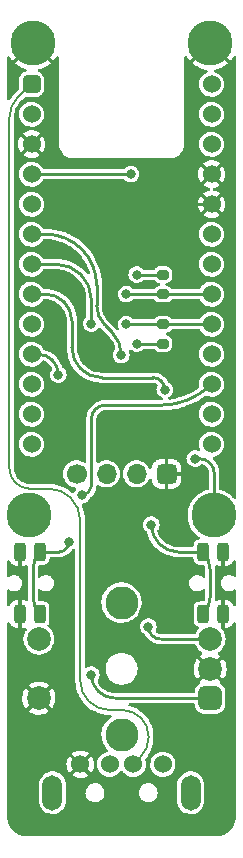
<source format=gbr>
%TF.GenerationSoftware,KiCad,Pcbnew,6.0.11-2627ca5db0~126~ubuntu22.04.1*%
%TF.CreationDate,2023-02-19T20:25:04+09:00*%
%TF.ProjectId,QuickPass,51756963-6b50-4617-9373-2e6b69636164,rev?*%
%TF.SameCoordinates,Original*%
%TF.FileFunction,Copper,L1,Top*%
%TF.FilePolarity,Positive*%
%FSLAX46Y46*%
G04 Gerber Fmt 4.6, Leading zero omitted, Abs format (unit mm)*
G04 Created by KiCad (PCBNEW 6.0.11-2627ca5db0~126~ubuntu22.04.1) date 2023-02-19 20:25:04*
%MOMM*%
%LPD*%
G01*
G04 APERTURE LIST*
G04 Aperture macros list*
%AMRoundRect*
0 Rectangle with rounded corners*
0 $1 Rounding radius*
0 $2 $3 $4 $5 $6 $7 $8 $9 X,Y pos of 4 corners*
0 Add a 4 corners polygon primitive as box body*
4,1,4,$2,$3,$4,$5,$6,$7,$8,$9,$2,$3,0*
0 Add four circle primitives for the rounded corners*
1,1,$1+$1,$2,$3*
1,1,$1+$1,$4,$5*
1,1,$1+$1,$6,$7*
1,1,$1+$1,$8,$9*
0 Add four rect primitives between the rounded corners*
20,1,$1+$1,$2,$3,$4,$5,0*
20,1,$1+$1,$4,$5,$6,$7,0*
20,1,$1+$1,$6,$7,$8,$9,0*
20,1,$1+$1,$8,$9,$2,$3,0*%
G04 Aperture macros list end*
%TA.AperFunction,ComponentPad*%
%ADD10C,1.700000*%
%TD*%
%TA.AperFunction,ComponentPad*%
%ADD11O,1.700000X1.700000*%
%TD*%
%TA.AperFunction,ComponentPad*%
%ADD12RoundRect,0.425000X0.425000X-0.425000X0.425000X0.425000X-0.425000X0.425000X-0.425000X-0.425000X0*%
%TD*%
%TA.AperFunction,ComponentPad*%
%ADD13C,3.800000*%
%TD*%
%TA.AperFunction,SMDPad,CuDef*%
%ADD14RoundRect,0.200000X-0.275000X0.200000X-0.275000X-0.200000X0.275000X-0.200000X0.275000X0.200000X0*%
%TD*%
%TA.AperFunction,SMDPad,CuDef*%
%ADD15RoundRect,0.250000X-0.250000X-0.525000X0.250000X-0.525000X0.250000X0.525000X-0.250000X0.525000X0*%
%TD*%
%TA.AperFunction,ComponentPad*%
%ADD16RoundRect,0.500000X0.500000X0.500000X-0.500000X0.500000X-0.500000X-0.500000X0.500000X-0.500000X0*%
%TD*%
%TA.AperFunction,ComponentPad*%
%ADD17C,2.000000*%
%TD*%
%TA.AperFunction,ComponentPad*%
%ADD18C,2.800000*%
%TD*%
%TA.AperFunction,ComponentPad*%
%ADD19C,1.524000*%
%TD*%
%TA.AperFunction,ComponentPad*%
%ADD20O,1.700000X3.000000*%
%TD*%
%TA.AperFunction,SMDPad,CuDef*%
%ADD21RoundRect,0.200000X0.275000X-0.200000X0.275000X0.200000X-0.275000X0.200000X-0.275000X-0.200000X0*%
%TD*%
%TA.AperFunction,ComponentPad*%
%ADD22RoundRect,0.381000X-0.381000X-0.381000X0.381000X-0.381000X0.381000X0.381000X-0.381000X0.381000X0*%
%TD*%
%TA.AperFunction,ViaPad*%
%ADD23C,0.800000*%
%TD*%
%TA.AperFunction,Conductor*%
%ADD24C,0.250000*%
%TD*%
%TA.AperFunction,Conductor*%
%ADD25C,0.200000*%
%TD*%
G04 APERTURE END LIST*
D10*
%TO.P,J2,1,Pin_1*%
%TO.N,/SDA*%
X106190000Y-110000000D03*
D11*
%TO.P,J2,2,Pin_2*%
%TO.N,/SCL*%
X108730000Y-110000000D03*
%TO.P,J2,3,Pin_3*%
%TO.N,VBUS*%
X111270000Y-110000000D03*
D12*
%TO.P,J2,4,Pin_4*%
%TO.N,GND*%
X113810000Y-110000000D03*
%TD*%
D13*
%TO.P,H1,1,1*%
%TO.N,/P0*%
X117800000Y-113500000D03*
%TD*%
%TO.P,H4,1,1*%
%TO.N,GND*%
X102500000Y-73500000D03*
%TD*%
D14*
%TO.P,R1,1*%
%TO.N,VBUS*%
X113500000Y-93140000D03*
%TO.P,R1,2*%
%TO.N,/SDA*%
X113500000Y-94790000D03*
%TD*%
D15*
%TO.P,SW1,1,1*%
%TO.N,GND*%
X118600000Y-116628000D03*
%TO.P,SW1,2,2*%
X118600000Y-121878000D03*
%TO.P,SW1,3,K*%
%TO.N,/RST*%
X116900000Y-116628000D03*
%TO.P,SW1,4,A*%
X116900000Y-121878000D03*
%TD*%
D16*
%TO.P,SW4,A,A*%
%TO.N,/EncB*%
X117500000Y-129000000D03*
D17*
%TO.P,SW4,B,B*%
%TO.N,/EncA*%
X117500000Y-124000000D03*
%TO.P,SW4,C,C*%
%TO.N,GND*%
X117500000Y-126500000D03*
D18*
%TO.P,SW4,MP*%
%TO.N,N/C*%
X110000000Y-132100000D03*
X110000000Y-120900000D03*
D17*
%TO.P,SW4,S1,S1*%
%TO.N,GND*%
X103000000Y-129000000D03*
%TO.P,SW4,S2,S2*%
%TO.N,/EncPB*%
X103000000Y-124000000D03*
%TD*%
D13*
%TO.P,H2,1,1*%
%TO.N,GND*%
X117500000Y-73500000D03*
%TD*%
D19*
%TO.P,J1,1,VBUS*%
%TO.N,VBUS*%
X113500000Y-134600000D03*
%TO.P,J1,2,D-*%
%TO.N,/D-*%
X111000000Y-134600000D03*
%TO.P,J1,3,D+*%
%TO.N,/D+*%
X109000000Y-134600000D03*
%TO.P,J1,4,GND*%
%TO.N,GND*%
X106500000Y-134600000D03*
D20*
%TO.P,J1,5,Shield*%
%TO.N,unconnected-(J1-Pad5)*%
X104150000Y-137000000D03*
X115850000Y-137000000D03*
%TD*%
D21*
%TO.P,R2,1*%
%TO.N,VBUS*%
X113500000Y-98980000D03*
%TO.P,R2,2*%
%TO.N,/SCL*%
X113500000Y-97330000D03*
%TD*%
D13*
%TO.P,H3,1,1*%
%TO.N,/P1*%
X102200000Y-113500000D03*
%TD*%
D15*
%TO.P,SW2,1,1*%
%TO.N,/S0*%
X103100000Y-116628000D03*
%TO.P,SW2,2,2*%
X103100000Y-121878000D03*
%TO.P,SW2,3,K*%
%TO.N,GND*%
X101400000Y-116628000D03*
%TO.P,SW2,4,A*%
X101400000Y-121878000D03*
%TD*%
D22*
%TO.P,U1,0,D-*%
%TO.N,/D-*%
X102380000Y-77010000D03*
D19*
%TO.P,U1,1,RAW*%
%TO.N,VBUS*%
X102380000Y-79550000D03*
%TO.P,U1,2,GND*%
%TO.N,GND*%
X102380000Y-82090000D03*
%TO.P,U1,3,RESET*%
%TO.N,/RST*%
X102380000Y-84630000D03*
%TO.P,U1,4,3V3*%
%TO.N,unconnected-(U1-Pad4)*%
X102380000Y-87170000D03*
%TO.P,U1,5,A3*%
%TO.N,/EncA*%
X102380000Y-89710000D03*
%TO.P,U1,6,A2*%
%TO.N,/EncB*%
X102380000Y-92250000D03*
%TO.P,U1,7,A1*%
%TO.N,/P0*%
X102380000Y-94790000D03*
%TO.P,U1,8,A0*%
%TO.N,/P1*%
X102380000Y-97330000D03*
%TO.P,U1,9,SCK*%
%TO.N,/EncPB*%
X102380000Y-99870000D03*
%TO.P,U1,10,MISO*%
%TO.N,unconnected-(U1-Pad10)*%
X102380000Y-102410000D03*
%TO.P,U1,11,MOSI*%
%TO.N,unconnected-(U1-Pad11)*%
X102380000Y-104950000D03*
%TO.P,U1,12,D10*%
%TO.N,unconnected-(U1-Pad12)*%
X102380000Y-107490000D03*
%TO.P,U1,13,D9*%
%TO.N,unconnected-(U1-Pad13)*%
X117620000Y-107490000D03*
%TO.P,U1,14,D8*%
%TO.N,unconnected-(U1-Pad14)*%
X117620000Y-104950000D03*
%TO.P,U1,15,D7*%
%TO.N,/S0*%
X117620000Y-102410000D03*
%TO.P,U1,16,D6*%
%TO.N,unconnected-(U1-Pad16)*%
X117620000Y-99870000D03*
%TO.P,U1,17,D5*%
%TO.N,/SCL*%
X117620000Y-97330000D03*
%TO.P,U1,18,D4*%
%TO.N,/SDA*%
X117620000Y-94790000D03*
%TO.P,U1,19,D3*%
%TO.N,unconnected-(U1-Pad19)*%
X117620000Y-92250000D03*
%TO.P,U1,20,D2*%
%TO.N,unconnected-(U1-Pad20)*%
X117620000Y-89710000D03*
%TO.P,U1,21,GND*%
%TO.N,GND*%
X117620000Y-87170000D03*
%TO.P,U1,22,GND*%
X117620000Y-84630000D03*
%TO.P,U1,23,D1*%
%TO.N,/LED*%
X117620000Y-82090000D03*
%TO.P,U1,24,D0*%
%TO.N,unconnected-(U1-Pad24)*%
X117620000Y-79550000D03*
%TO.P,U1,25,D+*%
%TO.N,/D+*%
X117620000Y-77010000D03*
%TD*%
D23*
%TO.N,VBUS*%
X111280000Y-93140000D03*
X111280000Y-98980000D03*
%TO.N,GND*%
X102500000Y-109500000D03*
X115500000Y-131500000D03*
X115000000Y-121500000D03*
X106500000Y-131500000D03*
X104500000Y-99000000D03*
X115500000Y-106000000D03*
X114000000Y-115000000D03*
X110000000Y-139500000D03*
X102000000Y-139500000D03*
X118000000Y-139500000D03*
X105410000Y-87170000D03*
X105000000Y-94000000D03*
X108500000Y-113000000D03*
X109000000Y-92000000D03*
X116500000Y-110000000D03*
X115000000Y-100500000D03*
X109500000Y-118500000D03*
X115000000Y-96000000D03*
X114500000Y-85000000D03*
X108000000Y-89000000D03*
X115000000Y-91000000D03*
X102000000Y-134000000D03*
X115000000Y-126500000D03*
X118500000Y-134000000D03*
X104500000Y-126500000D03*
%TO.N,/SDA*%
X110400000Y-94790000D03*
%TO.N,/SCL*%
X110400000Y-97330000D03*
%TO.N,/S0*%
X106650000Y-111800000D03*
X105550000Y-115750000D03*
%TO.N,/RST*%
X112522000Y-114300000D03*
X110792000Y-84630000D03*
%TO.N,/P0*%
X116205000Y-108712000D03*
X113665000Y-102870000D03*
%TO.N,/EncPB*%
X104648000Y-101600000D03*
%TO.N,/EncB*%
X107442000Y-127000000D03*
X107442000Y-97282000D03*
%TO.N,/EncA*%
X112268000Y-122936000D03*
X109982000Y-99949000D03*
%TD*%
D24*
%TO.N,VBUS*%
X113500000Y-93140000D02*
X111280000Y-93140000D01*
X113500000Y-98980000D02*
X111280000Y-98980000D01*
%TO.N,GND*%
X105410000Y-87170000D02*
X117620000Y-87170000D01*
%TO.N,/SDA*%
X117620000Y-94790000D02*
X110400000Y-94790000D01*
%TO.N,/SCL*%
X117620000Y-97330000D02*
X110400000Y-97330000D01*
%TO.N,/S0*%
X108600000Y-104200000D02*
X113298558Y-104200000D01*
X102500000Y-120429472D02*
X102500000Y-118076528D01*
X104672000Y-116628000D02*
X103100000Y-116628000D01*
X107450000Y-111000000D02*
X107450000Y-105350000D01*
X107450000Y-111000000D02*
G75*
G02*
X106650000Y-111800000I-800000J0D01*
G01*
X103199995Y-121455513D02*
G75*
G03*
X103375000Y-121878000I597505J13D01*
G01*
X117620012Y-102410012D02*
G75*
G02*
X113298558Y-104200000I-4321412J4321412D01*
G01*
X103099992Y-116627992D02*
G75*
G03*
X102500000Y-118076528I1448508J-1448508D01*
G01*
X102500012Y-120429472D02*
G75*
G03*
X103100000Y-121878000I2048488J-28D01*
G01*
X105550000Y-115750000D02*
G75*
G02*
X104672000Y-116628000I-878000J0D01*
G01*
X108600000Y-104200000D02*
G75*
G03*
X107450000Y-105350000I0J-1150000D01*
G01*
%TO.N,/RST*%
X116625000Y-116628000D02*
X114850000Y-116628000D01*
X117500000Y-118076528D02*
X117500000Y-120429472D01*
X110792000Y-84630000D02*
X102380000Y-84630000D01*
X117499988Y-118076528D02*
G75*
G03*
X116900000Y-116628000I-2048488J28D01*
G01*
X116840018Y-121358945D02*
G75*
G02*
X116625000Y-121878000I-734118J45D01*
G01*
X116900008Y-121878008D02*
G75*
G03*
X117500000Y-120429472I-1448508J1448508D01*
G01*
X112522000Y-114300000D02*
G75*
G03*
X114850000Y-116628000I2328000J0D01*
G01*
X116624987Y-116628013D02*
G75*
G02*
X116840000Y-117147055I-519087J-519087D01*
G01*
%TO.N,/P0*%
X117856000Y-109982000D02*
X117856000Y-113444000D01*
X102380000Y-94790000D02*
X103553000Y-94790000D01*
X105791000Y-97028000D02*
X105791000Y-99314000D01*
X116586000Y-108712000D02*
X116205000Y-108712000D01*
X108331000Y-101854000D02*
X112649000Y-101854000D01*
X113665000Y-102870000D02*
G75*
G03*
X112649000Y-101854000I-1016000J0D01*
G01*
X105791000Y-97028000D02*
G75*
G03*
X103553000Y-94790000I-2238000J0D01*
G01*
X117800000Y-113500000D02*
G75*
G03*
X117856000Y-113444000I0J56000D01*
G01*
X108331000Y-101854000D02*
G75*
G02*
X105791000Y-99314000I0J2540000D01*
G01*
X116586000Y-108712000D02*
G75*
G02*
X117856000Y-109982000I0J-1270000D01*
G01*
%TO.N,/EncPB*%
X102380000Y-99870000D02*
X102918000Y-99870000D01*
X104648000Y-101600000D02*
G75*
G03*
X102918000Y-99870000I-1730000J0D01*
G01*
%TO.N,/EncB*%
X117500000Y-129000000D02*
X109442000Y-129000000D01*
X107442000Y-97282000D02*
X107442000Y-95250000D01*
X104442000Y-92250000D02*
X102380000Y-92250000D01*
X104442000Y-92250000D02*
G75*
G02*
X107442000Y-95250000I0J-3000000D01*
G01*
X107442000Y-127000000D02*
G75*
G03*
X109442000Y-129000000I2000000J0D01*
G01*
%TO.N,/EncA*%
X108585000Y-97409000D02*
X109173777Y-97997777D01*
X107892000Y-94038000D02*
X107892000Y-95735951D01*
X117500000Y-124000000D02*
X116380000Y-124000000D01*
X102380000Y-89710000D02*
X103807000Y-89710000D01*
X116380000Y-124000000D02*
X115500000Y-124000000D01*
X102380000Y-89710000D02*
X103564000Y-89710000D01*
X113332000Y-124000000D02*
X116380000Y-124000000D01*
X109981984Y-99949000D02*
G75*
G03*
X109173777Y-97997777I-2759484J0D01*
G01*
X108585015Y-97408985D02*
G75*
G02*
X107892000Y-95735951I1673085J1673085D01*
G01*
X113332000Y-124000000D02*
G75*
G02*
X112268000Y-122936000I0J1064000D01*
G01*
X107892000Y-94038000D02*
G75*
G03*
X103564000Y-89710000I-4328000J0D01*
G01*
D25*
%TO.N,/D-*%
X111557538Y-134042462D02*
X111000000Y-134600000D01*
X102200000Y-111250000D02*
X103800000Y-111250000D01*
X100500000Y-109550000D02*
X100500000Y-79840819D01*
X109000000Y-130000000D02*
X110050000Y-130000000D01*
X106500000Y-113950000D02*
X106500000Y-127500000D01*
X101219000Y-78105000D02*
X102267330Y-77056670D01*
X106500000Y-113950000D02*
G75*
G03*
X103800000Y-111250000I-2700000J0D01*
G01*
X101218994Y-78104994D02*
G75*
G03*
X100500000Y-79840819I1735806J-1735806D01*
G01*
X109000000Y-130000000D02*
G75*
G02*
X106500000Y-127500000I0J2500000D01*
G01*
X100500000Y-109550000D02*
G75*
G03*
X102200000Y-111250000I1700000J0D01*
G01*
X112300000Y-132250000D02*
G75*
G03*
X110050000Y-130000000I-2250000J0D01*
G01*
X111557533Y-134042457D02*
G75*
G03*
X112300000Y-132250000I-1792433J1792457D01*
G01*
X102380000Y-77009989D02*
G75*
G03*
X102267330Y-77056670I0J-159311D01*
G01*
%TD*%
%TA.AperFunction,Conductor*%
%TO.N,GND*%
G36*
X117544032Y-73348002D02*
G01*
X117589095Y-73376963D01*
X119216137Y-75004005D01*
X119229898Y-75011519D01*
X119239259Y-75005061D01*
X119325905Y-74906261D01*
X119330921Y-74899724D01*
X119468735Y-74693470D01*
X119523212Y-74647942D01*
X119593655Y-74639094D01*
X119657699Y-74669735D01*
X119695010Y-74730137D01*
X119699500Y-74763472D01*
X119699500Y-111993791D01*
X119679498Y-112061912D01*
X119625842Y-112108405D01*
X119555568Y-112118509D01*
X119490988Y-112089015D01*
X119478768Y-112076869D01*
X119362036Y-111943762D01*
X119359327Y-111940673D01*
X119356238Y-111937964D01*
X119145554Y-111753198D01*
X119145548Y-111753194D01*
X119142454Y-111750480D01*
X119139028Y-111748191D01*
X119139023Y-111748187D01*
X118906044Y-111592516D01*
X118902611Y-111590222D01*
X118898912Y-111588398D01*
X118898907Y-111588395D01*
X118647597Y-111464463D01*
X118647595Y-111464462D01*
X118643902Y-111462641D01*
X118637083Y-111460326D01*
X118370753Y-111369919D01*
X118371072Y-111368979D01*
X118314269Y-111334359D01*
X118283245Y-111270499D01*
X118281500Y-111249600D01*
X118281500Y-110025406D01*
X118283051Y-110005695D01*
X118285253Y-109991792D01*
X118286804Y-109982000D01*
X118285253Y-109972206D01*
X118285253Y-109970714D01*
X118284645Y-109965415D01*
X118268850Y-109744577D01*
X118268529Y-109740089D01*
X118234994Y-109585931D01*
X118217933Y-109507499D01*
X118217931Y-109507492D01*
X118216976Y-109503102D01*
X118182712Y-109411235D01*
X118133792Y-109280077D01*
X118132221Y-109275865D01*
X118015989Y-109063002D01*
X117870647Y-108868847D01*
X117752912Y-108751112D01*
X117718886Y-108688800D01*
X117723951Y-108617985D01*
X117766498Y-108561149D01*
X117808123Y-108540659D01*
X117822972Y-108536513D01*
X118006085Y-108485387D01*
X118011589Y-108482607D01*
X118011591Y-108482606D01*
X118186570Y-108394218D01*
X118186572Y-108394217D01*
X118192071Y-108391439D01*
X118356266Y-108263156D01*
X118492417Y-108105423D01*
X118521576Y-108054094D01*
X118592294Y-107929610D01*
X118592296Y-107929606D01*
X118595339Y-107924249D01*
X118661109Y-107726534D01*
X118687225Y-107519810D01*
X118687641Y-107490000D01*
X118667308Y-107282627D01*
X118607083Y-107083154D01*
X118509261Y-106899176D01*
X118503590Y-106892222D01*
X118467427Y-106847882D01*
X118377567Y-106737704D01*
X118217017Y-106604885D01*
X118033728Y-106505781D01*
X117834679Y-106444165D01*
X117828554Y-106443521D01*
X117828553Y-106443521D01*
X117633582Y-106423029D01*
X117633580Y-106423029D01*
X117627453Y-106422385D01*
X117496739Y-106434281D01*
X117426085Y-106440711D01*
X117426084Y-106440711D01*
X117419944Y-106441270D01*
X117414030Y-106443011D01*
X117414028Y-106443011D01*
X117403917Y-106445987D01*
X117220055Y-106500101D01*
X117035399Y-106596636D01*
X116873011Y-106727200D01*
X116739075Y-106886818D01*
X116638693Y-107069411D01*
X116575690Y-107268025D01*
X116552463Y-107475093D01*
X116569899Y-107682730D01*
X116627333Y-107883025D01*
X116630153Y-107888512D01*
X116632418Y-107894233D01*
X116629921Y-107895222D01*
X116641099Y-107953525D01*
X116614647Y-108019410D01*
X116556774Y-108060535D01*
X116485854Y-108063843D01*
X116470528Y-108059055D01*
X116464586Y-108056774D01*
X116457881Y-108053224D01*
X116450523Y-108051376D01*
X116450521Y-108051375D01*
X116300810Y-108013770D01*
X116293441Y-108011919D01*
X116285843Y-108011879D01*
X116285841Y-108011879D01*
X116208668Y-108011475D01*
X116123895Y-108011031D01*
X116116508Y-108012805D01*
X116116504Y-108012805D01*
X115973162Y-108047220D01*
X115959032Y-108050612D01*
X115952288Y-108054093D01*
X115952285Y-108054094D01*
X115843805Y-108110085D01*
X115808369Y-108128375D01*
X115680604Y-108239831D01*
X115676237Y-108246045D01*
X115589331Y-108369700D01*
X115583113Y-108378547D01*
X115521524Y-108536513D01*
X115520532Y-108544046D01*
X115520532Y-108544047D01*
X115501476Y-108688800D01*
X115499394Y-108704611D01*
X115517999Y-108873135D01*
X115545392Y-108947989D01*
X115558542Y-108983922D01*
X115576266Y-109032356D01*
X115670830Y-109173083D01*
X115676442Y-109178190D01*
X115676445Y-109178193D01*
X115790612Y-109282077D01*
X115790616Y-109282080D01*
X115796233Y-109287191D01*
X115802906Y-109290814D01*
X115802910Y-109290817D01*
X115938558Y-109364467D01*
X115938560Y-109364468D01*
X115945235Y-109368092D01*
X115952584Y-109370020D01*
X116101883Y-109409188D01*
X116101885Y-109409188D01*
X116109233Y-109411116D01*
X116195609Y-109412473D01*
X116271161Y-109413660D01*
X116271164Y-109413660D01*
X116278760Y-109413779D01*
X116286165Y-109412083D01*
X116286166Y-109412083D01*
X116363191Y-109394442D01*
X116444029Y-109375928D01*
X116595498Y-109299747D01*
X116709921Y-109202020D01*
X116774708Y-109172990D01*
X116828325Y-109177258D01*
X116897299Y-109198181D01*
X116920118Y-109207633D01*
X116948777Y-109222951D01*
X117044234Y-109273974D01*
X117064771Y-109287697D01*
X117173558Y-109376976D01*
X117191024Y-109394442D01*
X117280303Y-109503229D01*
X117294026Y-109523766D01*
X117360367Y-109647881D01*
X117369816Y-109670691D01*
X117410672Y-109805375D01*
X117415489Y-109829596D01*
X117426881Y-109945261D01*
X117426380Y-109962291D01*
X117426747Y-109962291D01*
X117426747Y-109972206D01*
X117425196Y-109982000D01*
X117426747Y-109991792D01*
X117428949Y-110005695D01*
X117430500Y-110025406D01*
X117430500Y-111226481D01*
X117410498Y-111294602D01*
X117356842Y-111341095D01*
X117329082Y-111350060D01*
X117233288Y-111369115D01*
X117233285Y-111369116D01*
X117229247Y-111369919D01*
X117186455Y-111384445D01*
X116962918Y-111460326D01*
X116956098Y-111462641D01*
X116952405Y-111464462D01*
X116952403Y-111464463D01*
X116701093Y-111588395D01*
X116701088Y-111588398D01*
X116697389Y-111590222D01*
X116693956Y-111592516D01*
X116460977Y-111748187D01*
X116460972Y-111748191D01*
X116457546Y-111750480D01*
X116454452Y-111753194D01*
X116454446Y-111753198D01*
X116243762Y-111937964D01*
X116240673Y-111940673D01*
X116237964Y-111943762D01*
X116053198Y-112154446D01*
X116053194Y-112154452D01*
X116050480Y-112157546D01*
X116048191Y-112160972D01*
X116048187Y-112160977D01*
X115928189Y-112340567D01*
X115890222Y-112397389D01*
X115888398Y-112401088D01*
X115888395Y-112401093D01*
X115768738Y-112643735D01*
X115762641Y-112656098D01*
X115761318Y-112659996D01*
X115761317Y-112659998D01*
X115683812Y-112888321D01*
X115669919Y-112929247D01*
X115669115Y-112933291D01*
X115669113Y-112933297D01*
X115614448Y-113208118D01*
X115613644Y-113212161D01*
X115613375Y-113216272D01*
X115613374Y-113216276D01*
X115601829Y-113392419D01*
X115594778Y-113500000D01*
X115595048Y-113504119D01*
X115608732Y-113712892D01*
X115613644Y-113787839D01*
X115614448Y-113791879D01*
X115614448Y-113791882D01*
X115647955Y-113960330D01*
X115669919Y-114070753D01*
X115671245Y-114074659D01*
X115671246Y-114074663D01*
X115745230Y-114292611D01*
X115762641Y-114343902D01*
X115764462Y-114347595D01*
X115764463Y-114347597D01*
X115827345Y-114475108D01*
X115890222Y-114602611D01*
X115915169Y-114639947D01*
X116007169Y-114777634D01*
X116050480Y-114842454D01*
X116053194Y-114845548D01*
X116053198Y-114845554D01*
X116206386Y-115020230D01*
X116240673Y-115059327D01*
X116243762Y-115062036D01*
X116454446Y-115246802D01*
X116454452Y-115246806D01*
X116457546Y-115249520D01*
X116460970Y-115251808D01*
X116460977Y-115251813D01*
X116581573Y-115332392D01*
X116627101Y-115386869D01*
X116635949Y-115457312D01*
X116605308Y-115521356D01*
X116544906Y-115558667D01*
X116526710Y-115562244D01*
X116517453Y-115563364D01*
X116509925Y-115566344D01*
X116509923Y-115566345D01*
X116447839Y-115590926D01*
X116377217Y-115618887D01*
X116257078Y-115710078D01*
X116165887Y-115830217D01*
X116162725Y-115838204D01*
X116127780Y-115926466D01*
X116110364Y-115970453D01*
X116099500Y-116060228D01*
X116099500Y-116076500D01*
X116079498Y-116144621D01*
X116025842Y-116191114D01*
X115973500Y-116202500D01*
X114893406Y-116202500D01*
X114873695Y-116200949D01*
X114859794Y-116198747D01*
X114859793Y-116198747D01*
X114850000Y-116197196D01*
X114840202Y-116198748D01*
X114840180Y-116198748D01*
X114812266Y-116200027D01*
X114609916Y-116186764D01*
X114593576Y-116184613D01*
X114479636Y-116161949D01*
X114365692Y-116139284D01*
X114349782Y-116135021D01*
X114129767Y-116060336D01*
X114114542Y-116054030D01*
X113906154Y-115951264D01*
X113891882Y-115943024D01*
X113882223Y-115936570D01*
X113698695Y-115813941D01*
X113685624Y-115803912D01*
X113643830Y-115767259D01*
X113558219Y-115692181D01*
X113510938Y-115650716D01*
X113499284Y-115639062D01*
X113435513Y-115566345D01*
X113346085Y-115464372D01*
X113336059Y-115451305D01*
X113206976Y-115258118D01*
X113198736Y-115243846D01*
X113095970Y-115035458D01*
X113089663Y-115020230D01*
X113039094Y-114871258D01*
X113036138Y-114800323D01*
X113056084Y-114757231D01*
X113135930Y-114646113D01*
X113140361Y-114639947D01*
X113149187Y-114617993D01*
X113200766Y-114489687D01*
X113200767Y-114489685D01*
X113203601Y-114482634D01*
X113227490Y-114314778D01*
X113227645Y-114300000D01*
X113225840Y-114285080D01*
X113208188Y-114139220D01*
X113207276Y-114131680D01*
X113147345Y-113973077D01*
X113051312Y-113833349D01*
X113000233Y-113787839D01*
X112930392Y-113725612D01*
X112930388Y-113725610D01*
X112924721Y-113720560D01*
X112774881Y-113641224D01*
X112610441Y-113599919D01*
X112602843Y-113599879D01*
X112602841Y-113599879D01*
X112525668Y-113599475D01*
X112440895Y-113599031D01*
X112433508Y-113600805D01*
X112433504Y-113600805D01*
X112317088Y-113628755D01*
X112276032Y-113638612D01*
X112269288Y-113642093D01*
X112269285Y-113642094D01*
X112195003Y-113680434D01*
X112125369Y-113716375D01*
X111997604Y-113827831D01*
X111993237Y-113834045D01*
X111904860Y-113959793D01*
X111900113Y-113966547D01*
X111838524Y-114124513D01*
X111816394Y-114292611D01*
X111834999Y-114461135D01*
X111842867Y-114482634D01*
X111888029Y-114606044D01*
X111893266Y-114620356D01*
X111897502Y-114626659D01*
X111897502Y-114626660D01*
X111910574Y-114646113D01*
X111987830Y-114761083D01*
X111993442Y-114766190D01*
X111993445Y-114766193D01*
X112080662Y-114845554D01*
X112113233Y-114875191D01*
X112119908Y-114878815D01*
X112123442Y-114881327D01*
X112167380Y-114937094D01*
X112171524Y-114949149D01*
X112245939Y-115207446D01*
X112245942Y-115207456D01*
X112246922Y-115210856D01*
X112365273Y-115496581D01*
X112514871Y-115767259D01*
X112693835Y-116019484D01*
X112899913Y-116250087D01*
X113130516Y-116456165D01*
X113133397Y-116458209D01*
X113133398Y-116458210D01*
X113161289Y-116478000D01*
X113382741Y-116635129D01*
X113653419Y-116784727D01*
X113939144Y-116903078D01*
X114236323Y-116988694D01*
X114541220Y-117040498D01*
X114834209Y-117056952D01*
X114837018Y-117057253D01*
X114839563Y-117057253D01*
X114840560Y-117057309D01*
X114850000Y-117058804D01*
X114873696Y-117055051D01*
X114893406Y-117053500D01*
X115973500Y-117053500D01*
X116041621Y-117073502D01*
X116088114Y-117127158D01*
X116099500Y-117179500D01*
X116099500Y-117195772D01*
X116110364Y-117285547D01*
X116113344Y-117293075D01*
X116113345Y-117293077D01*
X116135457Y-117348924D01*
X116165887Y-117425783D01*
X116257078Y-117545922D01*
X116377217Y-117637113D01*
X116440832Y-117662300D01*
X116509923Y-117689655D01*
X116509925Y-117689656D01*
X116517453Y-117692636D01*
X116607228Y-117703500D01*
X116925141Y-117703500D01*
X116993262Y-117723502D01*
X117039755Y-117777158D01*
X117048720Y-117804919D01*
X117058995Y-117856576D01*
X117061146Y-117872919D01*
X117072018Y-118038841D01*
X117070747Y-118066587D01*
X117070747Y-118066729D01*
X117069196Y-118076522D01*
X117070747Y-118086315D01*
X117070747Y-118086316D01*
X117072949Y-118100220D01*
X117074500Y-118119929D01*
X117074500Y-118668174D01*
X117054498Y-118736295D01*
X117000842Y-118782788D01*
X116930568Y-118792892D01*
X116864683Y-118762252D01*
X116788348Y-118694240D01*
X116781638Y-118690687D01*
X116650566Y-118621288D01*
X116650564Y-118621287D01*
X116643855Y-118617735D01*
X116578631Y-118601352D01*
X116492655Y-118579756D01*
X116492651Y-118579756D01*
X116485284Y-118577905D01*
X116477685Y-118577865D01*
X116477683Y-118577865D01*
X116409653Y-118577509D01*
X116321790Y-118577049D01*
X116314410Y-118578821D01*
X116314408Y-118578821D01*
X116170189Y-118613444D01*
X116170185Y-118613445D01*
X116162810Y-118615216D01*
X116017524Y-118690204D01*
X116011804Y-118695194D01*
X116011800Y-118695197D01*
X115900044Y-118792688D01*
X115900041Y-118792691D01*
X115894319Y-118797683D01*
X115800307Y-118931448D01*
X115740917Y-119083776D01*
X115739926Y-119091303D01*
X115721231Y-119233306D01*
X115719576Y-119245874D01*
X115720363Y-119253000D01*
X115737518Y-119408384D01*
X115740127Y-119415515D01*
X115740128Y-119415517D01*
X115789429Y-119550237D01*
X115793705Y-119561923D01*
X115797941Y-119568226D01*
X115797941Y-119568227D01*
X115880660Y-119691327D01*
X115880663Y-119691330D01*
X115884894Y-119697627D01*
X115936300Y-119744403D01*
X115999645Y-119802042D01*
X116005822Y-119807663D01*
X116034410Y-119823185D01*
X116142829Y-119882052D01*
X116142831Y-119882053D01*
X116149506Y-119885677D01*
X116156855Y-119887605D01*
X116300301Y-119925237D01*
X116300303Y-119925237D01*
X116307651Y-119927165D01*
X116390932Y-119928473D01*
X116463529Y-119929614D01*
X116463532Y-119929614D01*
X116471128Y-119929733D01*
X116478533Y-119928037D01*
X116478534Y-119928037D01*
X116623097Y-119894928D01*
X116630498Y-119893233D01*
X116776561Y-119819770D01*
X116866670Y-119742810D01*
X116931460Y-119713779D01*
X117001660Y-119724384D01*
X117054982Y-119771259D01*
X117074500Y-119838621D01*
X117074500Y-120386071D01*
X117072949Y-120405779D01*
X117069196Y-120429478D01*
X117070748Y-120439276D01*
X117070748Y-120439301D01*
X117072027Y-120467211D01*
X117061157Y-120633084D01*
X117059006Y-120649424D01*
X117048732Y-120701079D01*
X117015826Y-120763990D01*
X116954131Y-120799122D01*
X116925153Y-120802500D01*
X116607228Y-120802500D01*
X116517453Y-120813364D01*
X116509925Y-120816344D01*
X116509923Y-120816345D01*
X116447839Y-120840926D01*
X116377217Y-120868887D01*
X116257078Y-120960078D01*
X116165887Y-121080217D01*
X116146187Y-121129973D01*
X116127780Y-121176466D01*
X116110364Y-121220453D01*
X116099500Y-121310228D01*
X116099500Y-122445772D01*
X116110364Y-122535547D01*
X116113344Y-122543075D01*
X116113345Y-122543077D01*
X116135457Y-122598924D01*
X116165887Y-122675783D01*
X116257078Y-122795922D01*
X116377217Y-122887113D01*
X116482902Y-122928956D01*
X116538874Y-122972629D01*
X116562350Y-123039632D01*
X116545876Y-123108690D01*
X116525612Y-123135202D01*
X116499953Y-123160861D01*
X116369432Y-123347266D01*
X116367111Y-123352244D01*
X116367109Y-123352247D01*
X116297394Y-123501750D01*
X116250476Y-123555035D01*
X116183199Y-123574500D01*
X113375406Y-123574500D01*
X113355695Y-123572949D01*
X113351566Y-123572295D01*
X113332000Y-123569196D01*
X113322207Y-123570747D01*
X113312291Y-123570747D01*
X113312291Y-123570007D01*
X113295474Y-123570384D01*
X113250618Y-123565330D01*
X113204027Y-123560080D01*
X113176522Y-123553803D01*
X113068363Y-123515957D01*
X113042946Y-123503717D01*
X112945918Y-123442749D01*
X112923861Y-123425158D01*
X112912956Y-123414253D01*
X112878930Y-123351941D01*
X112883995Y-123281126D01*
X112886368Y-123275950D01*
X112886361Y-123275947D01*
X112946766Y-123125687D01*
X112946767Y-123125685D01*
X112949601Y-123118634D01*
X112966450Y-123000245D01*
X112972909Y-122954862D01*
X112972909Y-122954859D01*
X112973490Y-122950778D01*
X112973562Y-122943932D01*
X112973602Y-122940135D01*
X112973602Y-122940129D01*
X112973645Y-122936000D01*
X112972793Y-122928955D01*
X112958417Y-122810165D01*
X112953276Y-122767680D01*
X112893345Y-122609077D01*
X112883193Y-122594306D01*
X112801614Y-122475608D01*
X112801613Y-122475607D01*
X112797312Y-122469349D01*
X112791119Y-122463831D01*
X112676392Y-122361612D01*
X112676388Y-122361610D01*
X112670721Y-122356560D01*
X112520881Y-122277224D01*
X112356441Y-122235919D01*
X112348843Y-122235879D01*
X112348841Y-122235879D01*
X112271668Y-122235475D01*
X112186895Y-122235031D01*
X112179508Y-122236805D01*
X112179504Y-122236805D01*
X112036162Y-122271220D01*
X112022032Y-122274612D01*
X112015288Y-122278093D01*
X112015285Y-122278094D01*
X111879212Y-122348327D01*
X111871369Y-122352375D01*
X111743604Y-122463831D01*
X111739237Y-122470045D01*
X111651905Y-122594306D01*
X111646113Y-122602547D01*
X111584524Y-122760513D01*
X111583532Y-122768046D01*
X111583532Y-122768047D01*
X111565529Y-122904800D01*
X111562394Y-122928611D01*
X111580999Y-123097135D01*
X111639266Y-123256356D01*
X111643502Y-123262659D01*
X111643502Y-123262660D01*
X111652433Y-123275950D01*
X111733830Y-123397083D01*
X111739442Y-123402190D01*
X111739445Y-123402193D01*
X111853612Y-123506077D01*
X111853616Y-123506080D01*
X111859233Y-123511191D01*
X111868013Y-123515958D01*
X111954155Y-123562729D01*
X112004621Y-123613075D01*
X112075752Y-123743342D01*
X112203435Y-123913907D01*
X112354093Y-124064565D01*
X112524658Y-124192248D01*
X112711659Y-124294358D01*
X112715871Y-124295929D01*
X112907079Y-124367247D01*
X112907085Y-124367249D01*
X112911287Y-124368816D01*
X112915673Y-124369770D01*
X112915676Y-124369771D01*
X113036678Y-124396093D01*
X113119481Y-124414105D01*
X113123969Y-124414426D01*
X113309359Y-124427686D01*
X113320078Y-124428916D01*
X113332000Y-124430804D01*
X113355696Y-124427051D01*
X113375406Y-124425500D01*
X116183199Y-124425500D01*
X116251320Y-124445502D01*
X116297394Y-124498250D01*
X116369432Y-124652734D01*
X116499953Y-124839139D01*
X116660861Y-125000047D01*
X116665373Y-125003206D01*
X116784325Y-125086497D01*
X116828654Y-125141954D01*
X116835963Y-125212573D01*
X116803933Y-125275934D01*
X116770235Y-125301474D01*
X116756004Y-125308882D01*
X116747274Y-125314380D01*
X116635672Y-125398174D01*
X116627218Y-125409500D01*
X116633964Y-125421832D01*
X117487188Y-126275056D01*
X117501132Y-126282670D01*
X117502965Y-126282539D01*
X117509580Y-126278288D01*
X118365471Y-125422397D01*
X118372492Y-125409540D01*
X118364719Y-125398873D01*
X118281460Y-125333118D01*
X118272876Y-125327415D01*
X118225374Y-125301192D01*
X118175403Y-125250759D01*
X118160632Y-125181316D01*
X118185749Y-125114911D01*
X118213998Y-125087671D01*
X118334627Y-125003206D01*
X118339139Y-125000047D01*
X118500047Y-124839139D01*
X118630568Y-124652734D01*
X118726739Y-124446496D01*
X118768082Y-124292203D01*
X118784211Y-124232007D01*
X118784211Y-124232005D01*
X118785635Y-124226692D01*
X118805468Y-124000000D01*
X118785635Y-123773308D01*
X118784211Y-123767993D01*
X118728162Y-123558814D01*
X118728161Y-123558812D01*
X118726739Y-123553504D01*
X118709231Y-123515958D01*
X118632891Y-123352247D01*
X118632889Y-123352244D01*
X118630568Y-123347266D01*
X118500047Y-123160861D01*
X118485900Y-123146714D01*
X118451874Y-123084402D01*
X118451875Y-123053000D01*
X118450000Y-123053000D01*
X118450000Y-120721115D01*
X118445525Y-120705876D01*
X118444135Y-120704671D01*
X118436452Y-120703000D01*
X118286828Y-120703000D01*
X118281901Y-120703193D01*
X118253919Y-120705396D01*
X118241332Y-120707695D01*
X118097415Y-120749506D01*
X118094076Y-120750951D01*
X118091236Y-120751302D01*
X118089802Y-120751718D01*
X118089735Y-120751487D01*
X118023614Y-120759646D01*
X117959637Y-120728866D01*
X117922456Y-120668383D01*
X117918237Y-120628249D01*
X117928068Y-120453164D01*
X117928270Y-120449565D01*
X117929253Y-120440381D01*
X117929253Y-120439261D01*
X117930804Y-120429466D01*
X117927052Y-120405779D01*
X117925500Y-120386066D01*
X117925500Y-118119934D01*
X117927052Y-118100221D01*
X117929252Y-118086330D01*
X117930804Y-118076534D01*
X117929253Y-118066741D01*
X117929253Y-118065677D01*
X117928250Y-118056304D01*
X117918225Y-117877745D01*
X117934377Y-117808610D01*
X117985342Y-117759183D01*
X118054939Y-117745155D01*
X118094072Y-117755047D01*
X118097415Y-117756494D01*
X118241332Y-117798305D01*
X118253919Y-117800604D01*
X118281901Y-117802807D01*
X118286827Y-117803000D01*
X118431885Y-117803000D01*
X118447124Y-117798525D01*
X118448329Y-117797135D01*
X118450000Y-117789452D01*
X118450000Y-116604000D01*
X118470002Y-116535879D01*
X118523658Y-116489386D01*
X118576000Y-116478000D01*
X118624000Y-116478000D01*
X118692121Y-116498002D01*
X118738614Y-116551658D01*
X118750000Y-116604000D01*
X118750000Y-117784885D01*
X118754475Y-117800124D01*
X118755865Y-117801329D01*
X118763548Y-117803000D01*
X118913173Y-117803000D01*
X118918099Y-117802807D01*
X118946081Y-117800604D01*
X118958668Y-117798305D01*
X119102585Y-117756494D01*
X119117024Y-117750245D01*
X119244729Y-117674721D01*
X119257165Y-117665074D01*
X119362074Y-117560165D01*
X119371721Y-117547729D01*
X119447245Y-117420024D01*
X119456643Y-117398308D01*
X119458747Y-117399218D01*
X119490714Y-117349161D01*
X119555210Y-117319483D01*
X119625513Y-117329384D01*
X119679302Y-117375723D01*
X119699500Y-117444148D01*
X119699500Y-118601352D01*
X119679498Y-118669473D01*
X119625842Y-118715966D01*
X119555568Y-118726070D01*
X119501981Y-118701144D01*
X119500255Y-118703627D01*
X119494019Y-118699292D01*
X119488348Y-118694240D01*
X119481638Y-118690687D01*
X119350566Y-118621288D01*
X119350564Y-118621287D01*
X119343855Y-118617735D01*
X119278631Y-118601352D01*
X119192655Y-118579756D01*
X119192651Y-118579756D01*
X119185284Y-118577905D01*
X119177685Y-118577865D01*
X119177683Y-118577865D01*
X119109653Y-118577509D01*
X119021790Y-118577049D01*
X119014410Y-118578821D01*
X119014408Y-118578821D01*
X118870189Y-118613444D01*
X118870185Y-118613445D01*
X118862810Y-118615216D01*
X118717524Y-118690204D01*
X118711804Y-118695194D01*
X118711800Y-118695197D01*
X118600044Y-118792688D01*
X118600041Y-118792691D01*
X118594319Y-118797683D01*
X118500307Y-118931448D01*
X118440917Y-119083776D01*
X118439926Y-119091303D01*
X118421231Y-119233306D01*
X118419576Y-119245874D01*
X118420363Y-119253000D01*
X118437518Y-119408384D01*
X118440127Y-119415515D01*
X118440128Y-119415517D01*
X118489429Y-119550237D01*
X118493705Y-119561923D01*
X118497941Y-119568226D01*
X118497941Y-119568227D01*
X118580660Y-119691327D01*
X118580663Y-119691330D01*
X118584894Y-119697627D01*
X118636300Y-119744403D01*
X118699645Y-119802042D01*
X118705822Y-119807663D01*
X118734410Y-119823185D01*
X118842829Y-119882052D01*
X118842831Y-119882053D01*
X118849506Y-119885677D01*
X118856855Y-119887605D01*
X119000301Y-119925237D01*
X119000303Y-119925237D01*
X119007651Y-119927165D01*
X119090932Y-119928473D01*
X119163529Y-119929614D01*
X119163532Y-119929614D01*
X119171128Y-119929733D01*
X119178533Y-119928037D01*
X119178534Y-119928037D01*
X119323097Y-119894928D01*
X119330498Y-119893233D01*
X119476561Y-119819770D01*
X119491671Y-119806865D01*
X119556461Y-119777834D01*
X119626661Y-119788441D01*
X119679982Y-119835316D01*
X119699500Y-119902677D01*
X119699500Y-121061852D01*
X119679498Y-121129973D01*
X119625842Y-121176466D01*
X119555568Y-121186570D01*
X119490988Y-121157076D01*
X119458762Y-121106775D01*
X119456643Y-121107692D01*
X119447245Y-121085976D01*
X119371721Y-120958271D01*
X119362074Y-120945835D01*
X119257165Y-120840926D01*
X119244729Y-120831279D01*
X119117024Y-120755755D01*
X119102585Y-120749506D01*
X118958668Y-120707695D01*
X118946081Y-120705396D01*
X118918099Y-120703193D01*
X118913172Y-120703000D01*
X118768115Y-120703000D01*
X118752876Y-120707475D01*
X118751671Y-120708865D01*
X118750000Y-120716548D01*
X118750000Y-123034885D01*
X118754475Y-123050124D01*
X118755865Y-123051329D01*
X118763548Y-123053000D01*
X118913173Y-123053000D01*
X118918099Y-123052807D01*
X118946081Y-123050604D01*
X118958668Y-123048305D01*
X119102585Y-123006494D01*
X119117024Y-123000245D01*
X119244729Y-122924721D01*
X119257165Y-122915074D01*
X119362074Y-122810165D01*
X119371721Y-122797729D01*
X119447245Y-122670024D01*
X119456643Y-122648308D01*
X119458747Y-122649218D01*
X119490714Y-122599161D01*
X119555210Y-122569483D01*
X119625513Y-122579384D01*
X119679302Y-122625723D01*
X119699500Y-122694148D01*
X119699500Y-138962683D01*
X119697586Y-138984563D01*
X119694864Y-139000000D01*
X119696778Y-139010855D01*
X119696778Y-139021878D01*
X119696413Y-139021878D01*
X119697051Y-139034236D01*
X119682845Y-139232877D01*
X119680287Y-139250669D01*
X119643697Y-139418867D01*
X119632574Y-139469996D01*
X119627510Y-139487244D01*
X119549069Y-139697556D01*
X119541600Y-139713910D01*
X119434029Y-139910910D01*
X119424310Y-139926033D01*
X119289794Y-140105725D01*
X119278021Y-140119311D01*
X119119311Y-140278021D01*
X119105725Y-140289794D01*
X118926033Y-140424310D01*
X118910913Y-140434027D01*
X118713906Y-140541602D01*
X118697560Y-140549067D01*
X118527627Y-140612448D01*
X118487244Y-140627510D01*
X118469995Y-140632574D01*
X118250669Y-140680287D01*
X118232881Y-140682844D01*
X118130210Y-140690187D01*
X118034236Y-140697051D01*
X118021878Y-140696413D01*
X118021878Y-140696778D01*
X118010855Y-140696778D01*
X118000000Y-140694864D01*
X117989145Y-140696778D01*
X117984563Y-140697586D01*
X117962683Y-140699500D01*
X102037317Y-140699500D01*
X102015437Y-140697586D01*
X102010855Y-140696778D01*
X102000000Y-140694864D01*
X101989145Y-140696778D01*
X101978122Y-140696778D01*
X101978122Y-140696413D01*
X101965764Y-140697051D01*
X101869790Y-140690187D01*
X101767119Y-140682844D01*
X101749331Y-140680287D01*
X101530005Y-140632574D01*
X101512756Y-140627510D01*
X101472373Y-140612448D01*
X101302440Y-140549067D01*
X101286094Y-140541602D01*
X101089087Y-140434027D01*
X101073967Y-140424310D01*
X100894275Y-140289794D01*
X100880689Y-140278021D01*
X100721979Y-140119311D01*
X100710206Y-140105725D01*
X100575690Y-139926033D01*
X100565971Y-139910910D01*
X100458400Y-139713910D01*
X100450931Y-139697556D01*
X100372490Y-139487244D01*
X100367426Y-139469996D01*
X100356303Y-139418867D01*
X100319713Y-139250669D01*
X100317155Y-139232877D01*
X100302949Y-139034236D01*
X100303587Y-139021878D01*
X100303222Y-139021878D01*
X100303222Y-139010855D01*
X100305136Y-139000000D01*
X100302414Y-138984563D01*
X100300500Y-138962683D01*
X100300500Y-137703641D01*
X102999500Y-137703641D01*
X103013919Y-137860560D01*
X103071314Y-138064069D01*
X103073867Y-138069247D01*
X103073869Y-138069251D01*
X103085169Y-138092164D01*
X103164835Y-138253710D01*
X103291349Y-138423133D01*
X103446619Y-138566663D01*
X103625446Y-138679495D01*
X103821840Y-138757848D01*
X103827497Y-138758973D01*
X103827503Y-138758975D01*
X104023558Y-138797972D01*
X104023560Y-138797972D01*
X104029225Y-138799099D01*
X104035000Y-138799175D01*
X104035004Y-138799175D01*
X104141024Y-138800563D01*
X104240654Y-138801867D01*
X104256321Y-138799175D01*
X104443350Y-138767038D01*
X104443351Y-138767038D01*
X104449047Y-138766059D01*
X104647425Y-138692873D01*
X104666316Y-138681634D01*
X104824179Y-138587716D01*
X104824180Y-138587715D01*
X104829144Y-138584762D01*
X104988119Y-138445345D01*
X105119024Y-138279292D01*
X105130049Y-138258338D01*
X105214785Y-138097280D01*
X105217477Y-138092164D01*
X105280180Y-137890227D01*
X105290800Y-137800500D01*
X105300064Y-137722232D01*
X105300064Y-137722225D01*
X105300500Y-137718545D01*
X105300500Y-136994376D01*
X106944455Y-136994376D01*
X106963227Y-137172983D01*
X107021103Y-137342993D01*
X107115206Y-137495955D01*
X107120132Y-137500986D01*
X107120135Y-137500989D01*
X107123838Y-137504770D01*
X107240859Y-137624268D01*
X107246784Y-137628087D01*
X107246786Y-137628088D01*
X107368507Y-137706532D01*
X107391817Y-137721554D01*
X107398437Y-137723963D01*
X107398440Y-137723965D01*
X107553961Y-137780570D01*
X107553964Y-137780571D01*
X107560578Y-137782978D01*
X107587121Y-137786331D01*
X107695355Y-137800004D01*
X107695358Y-137800004D01*
X107699283Y-137800500D01*
X107795155Y-137800500D01*
X107928472Y-137785546D01*
X107935847Y-137782978D01*
X108003451Y-137759436D01*
X108098073Y-137726485D01*
X108104880Y-137722232D01*
X108244401Y-137635049D01*
X108250375Y-137631316D01*
X108314365Y-137567771D01*
X108372810Y-137509733D01*
X108372813Y-137509729D01*
X108377807Y-137504770D01*
X108474037Y-137353136D01*
X108484643Y-137323352D01*
X108531919Y-137190586D01*
X108531920Y-137190581D01*
X108534281Y-137183951D01*
X108535114Y-137176965D01*
X108535115Y-137176961D01*
X108554711Y-137012617D01*
X108555545Y-137005624D01*
X108554363Y-136994376D01*
X111444455Y-136994376D01*
X111463227Y-137172983D01*
X111521103Y-137342993D01*
X111615206Y-137495955D01*
X111620132Y-137500986D01*
X111620135Y-137500989D01*
X111623838Y-137504770D01*
X111740859Y-137624268D01*
X111746784Y-137628087D01*
X111746786Y-137628088D01*
X111868507Y-137706532D01*
X111891817Y-137721554D01*
X111898437Y-137723963D01*
X111898440Y-137723965D01*
X112053961Y-137780570D01*
X112053964Y-137780571D01*
X112060578Y-137782978D01*
X112087121Y-137786331D01*
X112195355Y-137800004D01*
X112195358Y-137800004D01*
X112199283Y-137800500D01*
X112295155Y-137800500D01*
X112428472Y-137785546D01*
X112435847Y-137782978D01*
X112503451Y-137759436D01*
X112598073Y-137726485D01*
X112604880Y-137722232D01*
X112634632Y-137703641D01*
X114699500Y-137703641D01*
X114713919Y-137860560D01*
X114771314Y-138064069D01*
X114773867Y-138069247D01*
X114773869Y-138069251D01*
X114785169Y-138092164D01*
X114864835Y-138253710D01*
X114991349Y-138423133D01*
X115146619Y-138566663D01*
X115325446Y-138679495D01*
X115521840Y-138757848D01*
X115527497Y-138758973D01*
X115527503Y-138758975D01*
X115723558Y-138797972D01*
X115723560Y-138797972D01*
X115729225Y-138799099D01*
X115735000Y-138799175D01*
X115735004Y-138799175D01*
X115841024Y-138800563D01*
X115940654Y-138801867D01*
X115956321Y-138799175D01*
X116143350Y-138767038D01*
X116143351Y-138767038D01*
X116149047Y-138766059D01*
X116347425Y-138692873D01*
X116366316Y-138681634D01*
X116524179Y-138587716D01*
X116524180Y-138587715D01*
X116529144Y-138584762D01*
X116688119Y-138445345D01*
X116819024Y-138279292D01*
X116830049Y-138258338D01*
X116914785Y-138097280D01*
X116917477Y-138092164D01*
X116980180Y-137890227D01*
X116990800Y-137800500D01*
X117000064Y-137722232D01*
X117000064Y-137722225D01*
X117000500Y-137718545D01*
X117000500Y-136296359D01*
X116986081Y-136139440D01*
X116928686Y-135935931D01*
X116917553Y-135913354D01*
X116837719Y-135751469D01*
X116835165Y-135746290D01*
X116708651Y-135576867D01*
X116553381Y-135433337D01*
X116374554Y-135320505D01*
X116178160Y-135242152D01*
X116172503Y-135241027D01*
X116172497Y-135241025D01*
X115976442Y-135202028D01*
X115976440Y-135202028D01*
X115970775Y-135200901D01*
X115965000Y-135200825D01*
X115964996Y-135200825D01*
X115858976Y-135199437D01*
X115759346Y-135198133D01*
X115753649Y-135199112D01*
X115753648Y-135199112D01*
X115556650Y-135232962D01*
X115556649Y-135232962D01*
X115550953Y-135233941D01*
X115352575Y-135307127D01*
X115347614Y-135310079D01*
X115347613Y-135310079D01*
X115249433Y-135368490D01*
X115170856Y-135415238D01*
X115011881Y-135554655D01*
X114880976Y-135720708D01*
X114878287Y-135725819D01*
X114878285Y-135725822D01*
X114857593Y-135765152D01*
X114782523Y-135907836D01*
X114719820Y-136109773D01*
X114719141Y-136115510D01*
X114699998Y-136277249D01*
X114699500Y-136281455D01*
X114699500Y-137703641D01*
X112634632Y-137703641D01*
X112744401Y-137635049D01*
X112750375Y-137631316D01*
X112814365Y-137567771D01*
X112872810Y-137509733D01*
X112872813Y-137509729D01*
X112877807Y-137504770D01*
X112974037Y-137353136D01*
X112984643Y-137323352D01*
X113031919Y-137190586D01*
X113031920Y-137190581D01*
X113034281Y-137183951D01*
X113035114Y-137176965D01*
X113035115Y-137176961D01*
X113054711Y-137012617D01*
X113055545Y-137005624D01*
X113036773Y-136827017D01*
X112978897Y-136657007D01*
X112884794Y-136504045D01*
X112879868Y-136499014D01*
X112879865Y-136499011D01*
X112819024Y-136436883D01*
X112759141Y-136375732D01*
X112742413Y-136364951D01*
X112614109Y-136282265D01*
X112608183Y-136278446D01*
X112601563Y-136276037D01*
X112601560Y-136276035D01*
X112446039Y-136219430D01*
X112446036Y-136219429D01*
X112439422Y-136217022D01*
X112382692Y-136209856D01*
X112304645Y-136199996D01*
X112304642Y-136199996D01*
X112300717Y-136199500D01*
X112204845Y-136199500D01*
X112071528Y-136214454D01*
X112064875Y-136216771D01*
X112064874Y-136216771D01*
X111996549Y-136240564D01*
X111901927Y-136273515D01*
X111895953Y-136277248D01*
X111895951Y-136277249D01*
X111865369Y-136296359D01*
X111749625Y-136368684D01*
X111685635Y-136432229D01*
X111627190Y-136490267D01*
X111627187Y-136490271D01*
X111622193Y-136495230D01*
X111525963Y-136646864D01*
X111523598Y-136653506D01*
X111468081Y-136809414D01*
X111468080Y-136809419D01*
X111465719Y-136816049D01*
X111464886Y-136823035D01*
X111464885Y-136823039D01*
X111449648Y-136950823D01*
X111444455Y-136994376D01*
X108554363Y-136994376D01*
X108536773Y-136827017D01*
X108478897Y-136657007D01*
X108384794Y-136504045D01*
X108379868Y-136499014D01*
X108379865Y-136499011D01*
X108319024Y-136436883D01*
X108259141Y-136375732D01*
X108242413Y-136364951D01*
X108114109Y-136282265D01*
X108108183Y-136278446D01*
X108101563Y-136276037D01*
X108101560Y-136276035D01*
X107946039Y-136219430D01*
X107946036Y-136219429D01*
X107939422Y-136217022D01*
X107882692Y-136209856D01*
X107804645Y-136199996D01*
X107804642Y-136199996D01*
X107800717Y-136199500D01*
X107704845Y-136199500D01*
X107571528Y-136214454D01*
X107564875Y-136216771D01*
X107564874Y-136216771D01*
X107496549Y-136240564D01*
X107401927Y-136273515D01*
X107395953Y-136277248D01*
X107395951Y-136277249D01*
X107365369Y-136296359D01*
X107249625Y-136368684D01*
X107185635Y-136432229D01*
X107127190Y-136490267D01*
X107127187Y-136490271D01*
X107122193Y-136495230D01*
X107025963Y-136646864D01*
X107023598Y-136653506D01*
X106968081Y-136809414D01*
X106968080Y-136809419D01*
X106965719Y-136816049D01*
X106964886Y-136823035D01*
X106964885Y-136823039D01*
X106949648Y-136950823D01*
X106944455Y-136994376D01*
X105300500Y-136994376D01*
X105300500Y-136296359D01*
X105286081Y-136139440D01*
X105228686Y-135935931D01*
X105217553Y-135913354D01*
X105137719Y-135751469D01*
X105135165Y-135746290D01*
X105008651Y-135576867D01*
X104948557Y-135521317D01*
X105795965Y-135521317D01*
X105805847Y-135533806D01*
X105938362Y-135622350D01*
X105948472Y-135627840D01*
X106134077Y-135707582D01*
X106145020Y-135711137D01*
X106342042Y-135755719D01*
X106353452Y-135757221D01*
X106555307Y-135765152D01*
X106566789Y-135764550D01*
X106766712Y-135735563D01*
X106777894Y-135732878D01*
X106969185Y-135667943D01*
X106979688Y-135663267D01*
X107155950Y-135564556D01*
X107165422Y-135558046D01*
X107195435Y-135533084D01*
X107203889Y-135520496D01*
X107197717Y-135509849D01*
X106512812Y-134824944D01*
X106498868Y-134817330D01*
X106497035Y-134817461D01*
X106490420Y-134821712D01*
X105802161Y-135509971D01*
X105795965Y-135521317D01*
X104948557Y-135521317D01*
X104853381Y-135433337D01*
X104674554Y-135320505D01*
X104478160Y-135242152D01*
X104472503Y-135241027D01*
X104472497Y-135241025D01*
X104276442Y-135202028D01*
X104276440Y-135202028D01*
X104270775Y-135200901D01*
X104265000Y-135200825D01*
X104264996Y-135200825D01*
X104158976Y-135199437D01*
X104059346Y-135198133D01*
X104053649Y-135199112D01*
X104053648Y-135199112D01*
X103856650Y-135232962D01*
X103856649Y-135232962D01*
X103850953Y-135233941D01*
X103652575Y-135307127D01*
X103647614Y-135310079D01*
X103647613Y-135310079D01*
X103549433Y-135368490D01*
X103470856Y-135415238D01*
X103311881Y-135554655D01*
X103180976Y-135720708D01*
X103178287Y-135725819D01*
X103178285Y-135725822D01*
X103157593Y-135765152D01*
X103082523Y-135907836D01*
X103019820Y-136109773D01*
X103019141Y-136115510D01*
X102999998Y-136277249D01*
X102999500Y-136281455D01*
X102999500Y-137703641D01*
X100300500Y-137703641D01*
X100300500Y-134575218D01*
X105333800Y-134575218D01*
X105347011Y-134776789D01*
X105348811Y-134788156D01*
X105398537Y-134983950D01*
X105402375Y-134994788D01*
X105486949Y-135178244D01*
X105492700Y-135188205D01*
X105567944Y-135294673D01*
X105578534Y-135303062D01*
X105591834Y-135296034D01*
X106275056Y-134612812D01*
X106281434Y-134601132D01*
X106717330Y-134601132D01*
X106717461Y-134602965D01*
X106721712Y-134609580D01*
X107408686Y-135296554D01*
X107421994Y-135303821D01*
X107432033Y-135296699D01*
X107458046Y-135265422D01*
X107464556Y-135255950D01*
X107563267Y-135079688D01*
X107567943Y-135069185D01*
X107632878Y-134877894D01*
X107635563Y-134866712D01*
X107664846Y-134664749D01*
X107665476Y-134657366D01*
X107666881Y-134603704D01*
X107666638Y-134596305D01*
X107647966Y-134393092D01*
X107645868Y-134381771D01*
X107591038Y-134187357D01*
X107586913Y-134176610D01*
X107497566Y-133995435D01*
X107491556Y-133985628D01*
X107431835Y-133905651D01*
X107420577Y-133897202D01*
X107408158Y-133903974D01*
X106724944Y-134587188D01*
X106717330Y-134601132D01*
X106281434Y-134601132D01*
X106282670Y-134598868D01*
X106282539Y-134597035D01*
X106278288Y-134590420D01*
X105591848Y-133903980D01*
X105579007Y-133896968D01*
X105568318Y-133904763D01*
X105524868Y-133959880D01*
X105518597Y-133969536D01*
X105424546Y-134148298D01*
X105420138Y-134158941D01*
X105360235Y-134351857D01*
X105357845Y-134363101D01*
X105334101Y-134563717D01*
X105333800Y-134575218D01*
X100300500Y-134575218D01*
X100300500Y-133678699D01*
X105794763Y-133678699D01*
X105800596Y-133688464D01*
X106487188Y-134375056D01*
X106501132Y-134382670D01*
X106502965Y-134382539D01*
X106509580Y-134378288D01*
X107199305Y-133688563D01*
X107206919Y-133674619D01*
X107206882Y-133674102D01*
X107204377Y-133670367D01*
X107034680Y-133563296D01*
X107024436Y-133558076D01*
X106836808Y-133483220D01*
X106825770Y-133479950D01*
X106627650Y-133440542D01*
X106616203Y-133439339D01*
X106414222Y-133436695D01*
X106402742Y-133437598D01*
X106203661Y-133471807D01*
X106192541Y-133474787D01*
X106003019Y-133544705D01*
X105992641Y-133549655D01*
X105819034Y-133652940D01*
X105809725Y-133659704D01*
X105803159Y-133665463D01*
X105794763Y-133678699D01*
X100300500Y-133678699D01*
X100300500Y-130090960D01*
X102127206Y-130090960D01*
X102134350Y-130101020D01*
X102190267Y-130147443D01*
X102198698Y-130153348D01*
X102388549Y-130264288D01*
X102397832Y-130268735D01*
X102603243Y-130347174D01*
X102613141Y-130350050D01*
X102828605Y-130393886D01*
X102838833Y-130395105D01*
X103058562Y-130403163D01*
X103068848Y-130402696D01*
X103286946Y-130374757D01*
X103297024Y-130372615D01*
X103507625Y-130309431D01*
X103517223Y-130305670D01*
X103714682Y-130208936D01*
X103723520Y-130203667D01*
X103865206Y-130102604D01*
X103873606Y-130091904D01*
X103866619Y-130078751D01*
X103012812Y-129224944D01*
X102998868Y-129217330D01*
X102997035Y-129217461D01*
X102990420Y-129221712D01*
X102134465Y-130077667D01*
X102127206Y-130090960D01*
X100300500Y-130090960D01*
X100300500Y-128970834D01*
X101595918Y-128970834D01*
X101608575Y-129190341D01*
X101610011Y-129200562D01*
X101658349Y-129415050D01*
X101661428Y-129424878D01*
X101744153Y-129628605D01*
X101748796Y-129637796D01*
X101863688Y-129825282D01*
X101869764Y-129833584D01*
X101897135Y-129865182D01*
X101910219Y-129873593D01*
X101920192Y-129867676D01*
X102775056Y-129012812D01*
X102781434Y-129001132D01*
X103217330Y-129001132D01*
X103217461Y-129002965D01*
X103221712Y-129009580D01*
X104079073Y-129866941D01*
X104091083Y-129873500D01*
X104102823Y-129864532D01*
X104201129Y-129727723D01*
X104206440Y-129718885D01*
X104303854Y-129521782D01*
X104307653Y-129512187D01*
X104371568Y-129301821D01*
X104373747Y-129291740D01*
X104402684Y-129071945D01*
X104403203Y-129065272D01*
X104404716Y-129003365D01*
X104404522Y-128996646D01*
X104386359Y-128775721D01*
X104384674Y-128765541D01*
X104331111Y-128552300D01*
X104327786Y-128542534D01*
X104240118Y-128340911D01*
X104235240Y-128331814D01*
X104115818Y-128147214D01*
X104109526Y-128139044D01*
X104104358Y-128133364D01*
X104090793Y-128125105D01*
X104090538Y-128125111D01*
X104081523Y-128130609D01*
X103224944Y-128987188D01*
X103217330Y-129001132D01*
X102781434Y-129001132D01*
X102782670Y-128998868D01*
X102782539Y-128997035D01*
X102778288Y-128990420D01*
X101919268Y-128131400D01*
X101907732Y-128125100D01*
X101895449Y-128134723D01*
X101781447Y-128301842D01*
X101776359Y-128310798D01*
X101683786Y-128510231D01*
X101680223Y-128519918D01*
X101621467Y-128731783D01*
X101619536Y-128741904D01*
X101596169Y-128960546D01*
X101595918Y-128970834D01*
X100300500Y-128970834D01*
X100300500Y-127909500D01*
X102127218Y-127909500D01*
X102133964Y-127921832D01*
X102987188Y-128775056D01*
X103001132Y-128782670D01*
X103002965Y-128782539D01*
X103009580Y-128778288D01*
X103865471Y-127922397D01*
X103872492Y-127909540D01*
X103864719Y-127898873D01*
X103781460Y-127833118D01*
X103772876Y-127827415D01*
X103580393Y-127721158D01*
X103570981Y-127716928D01*
X103363725Y-127643534D01*
X103353755Y-127640900D01*
X103137293Y-127602344D01*
X103127039Y-127601374D01*
X102907176Y-127598687D01*
X102896891Y-127599407D01*
X102679553Y-127632664D01*
X102669526Y-127635053D01*
X102460538Y-127703360D01*
X102451029Y-127707357D01*
X102256009Y-127808879D01*
X102247274Y-127814380D01*
X102135672Y-127898174D01*
X102127218Y-127909500D01*
X100300500Y-127909500D01*
X100300500Y-122694148D01*
X100320502Y-122626027D01*
X100374158Y-122579534D01*
X100444432Y-122569430D01*
X100509012Y-122598924D01*
X100541238Y-122649225D01*
X100543357Y-122648308D01*
X100552755Y-122670024D01*
X100628279Y-122797729D01*
X100637926Y-122810165D01*
X100742835Y-122915074D01*
X100755271Y-122924721D01*
X100882976Y-123000245D01*
X100897415Y-123006494D01*
X101041332Y-123048305D01*
X101053919Y-123050604D01*
X101081901Y-123052807D01*
X101086827Y-123053000D01*
X101231885Y-123053000D01*
X101247124Y-123048525D01*
X101248329Y-123047135D01*
X101250000Y-123039452D01*
X101250000Y-120721115D01*
X101245525Y-120705876D01*
X101244135Y-120704671D01*
X101236452Y-120703000D01*
X101086828Y-120703000D01*
X101081901Y-120703193D01*
X101053919Y-120705396D01*
X101041332Y-120707695D01*
X100897415Y-120749506D01*
X100882976Y-120755755D01*
X100755271Y-120831279D01*
X100742835Y-120840926D01*
X100637926Y-120945835D01*
X100628279Y-120958271D01*
X100552755Y-121085976D01*
X100543357Y-121107692D01*
X100541253Y-121106782D01*
X100509286Y-121156839D01*
X100444790Y-121186517D01*
X100374487Y-121176616D01*
X100320698Y-121130277D01*
X100300500Y-121061852D01*
X100300500Y-119904750D01*
X100320502Y-119836629D01*
X100374158Y-119790136D01*
X100444432Y-119780032D01*
X100499487Y-119802042D01*
X100500206Y-119802553D01*
X100505822Y-119807663D01*
X100534410Y-119823185D01*
X100642829Y-119882052D01*
X100642831Y-119882053D01*
X100649506Y-119885677D01*
X100656855Y-119887605D01*
X100800301Y-119925237D01*
X100800303Y-119925237D01*
X100807651Y-119927165D01*
X100890932Y-119928473D01*
X100963529Y-119929614D01*
X100963532Y-119929614D01*
X100971128Y-119929733D01*
X100978533Y-119928037D01*
X100978534Y-119928037D01*
X101123097Y-119894928D01*
X101130498Y-119893233D01*
X101276561Y-119819770D01*
X101366670Y-119742810D01*
X101395106Y-119718524D01*
X101395107Y-119718523D01*
X101400885Y-119713588D01*
X101412355Y-119697627D01*
X101491861Y-119586983D01*
X101491862Y-119586982D01*
X101496293Y-119580815D01*
X101557275Y-119429116D01*
X101580312Y-119267250D01*
X101580461Y-119253000D01*
X101578688Y-119238343D01*
X101561731Y-119098227D01*
X101560819Y-119090687D01*
X101503027Y-118937745D01*
X101410421Y-118803003D01*
X101398620Y-118792488D01*
X101335561Y-118736305D01*
X101288348Y-118694240D01*
X101281638Y-118690687D01*
X101150566Y-118621288D01*
X101150564Y-118621287D01*
X101143855Y-118617735D01*
X101078631Y-118601352D01*
X100992655Y-118579756D01*
X100992651Y-118579756D01*
X100985284Y-118577905D01*
X100977685Y-118577865D01*
X100977683Y-118577865D01*
X100909653Y-118577509D01*
X100821790Y-118577049D01*
X100814410Y-118578821D01*
X100814408Y-118578821D01*
X100670189Y-118613444D01*
X100670185Y-118613445D01*
X100662810Y-118615216D01*
X100517524Y-118690204D01*
X100509328Y-118697354D01*
X100507151Y-118698357D01*
X100505519Y-118699466D01*
X100505334Y-118699194D01*
X100444848Y-118727061D01*
X100374540Y-118717192D01*
X100320730Y-118670878D01*
X100300500Y-118602404D01*
X100300500Y-117444148D01*
X100320502Y-117376027D01*
X100374158Y-117329534D01*
X100444432Y-117319430D01*
X100509012Y-117348924D01*
X100541238Y-117399225D01*
X100543357Y-117398308D01*
X100552755Y-117420024D01*
X100628279Y-117547729D01*
X100637926Y-117560165D01*
X100742835Y-117665074D01*
X100755271Y-117674721D01*
X100882976Y-117750245D01*
X100897415Y-117756494D01*
X101041332Y-117798305D01*
X101053919Y-117800604D01*
X101081901Y-117802807D01*
X101086827Y-117803000D01*
X101231885Y-117803000D01*
X101247124Y-117798525D01*
X101248329Y-117797135D01*
X101250000Y-117789452D01*
X101250000Y-116604000D01*
X101270002Y-116535879D01*
X101323658Y-116489386D01*
X101376000Y-116478000D01*
X101424000Y-116478000D01*
X101492121Y-116498002D01*
X101538614Y-116551658D01*
X101550000Y-116604000D01*
X101550000Y-117784885D01*
X101554475Y-117800124D01*
X101555865Y-117801329D01*
X101563548Y-117803000D01*
X101713173Y-117803000D01*
X101718099Y-117802807D01*
X101746081Y-117800604D01*
X101758668Y-117798305D01*
X101902585Y-117756494D01*
X101905924Y-117755049D01*
X101908764Y-117754698D01*
X101910198Y-117754282D01*
X101910265Y-117754513D01*
X101976386Y-117746354D01*
X102040363Y-117777134D01*
X102077544Y-117837617D01*
X102081763Y-117877749D01*
X102071738Y-118056304D01*
X102071731Y-118056428D01*
X102070747Y-118065619D01*
X102070747Y-118066739D01*
X102069196Y-118076534D01*
X102070748Y-118086330D01*
X102072948Y-118100221D01*
X102074500Y-118119934D01*
X102074500Y-120386066D01*
X102072948Y-120405779D01*
X102069196Y-120429466D01*
X102070747Y-120439259D01*
X102070747Y-120440323D01*
X102071750Y-120449696D01*
X102081775Y-120628255D01*
X102065623Y-120697390D01*
X102014658Y-120746817D01*
X101945061Y-120760845D01*
X101905928Y-120750953D01*
X101902585Y-120749506D01*
X101758668Y-120707695D01*
X101746081Y-120705396D01*
X101718099Y-120703193D01*
X101713172Y-120703000D01*
X101568115Y-120703000D01*
X101552876Y-120707475D01*
X101551671Y-120708865D01*
X101550000Y-120716548D01*
X101550000Y-123034885D01*
X101554475Y-123050124D01*
X101555865Y-123051329D01*
X101563548Y-123053000D01*
X101713173Y-123053000D01*
X101718099Y-123052807D01*
X101746081Y-123050604D01*
X101758671Y-123048305D01*
X101816924Y-123031381D01*
X101887920Y-123031584D01*
X101947536Y-123070138D01*
X101976844Y-123134803D01*
X101966540Y-123205048D01*
X101955293Y-123224642D01*
X101869432Y-123347266D01*
X101867111Y-123352244D01*
X101867109Y-123352247D01*
X101790769Y-123515958D01*
X101773261Y-123553504D01*
X101771839Y-123558812D01*
X101771838Y-123558814D01*
X101715789Y-123767993D01*
X101714365Y-123773308D01*
X101694532Y-124000000D01*
X101714365Y-124226692D01*
X101715789Y-124232005D01*
X101715789Y-124232007D01*
X101731919Y-124292203D01*
X101773261Y-124446496D01*
X101869432Y-124652734D01*
X101999953Y-124839139D01*
X102160861Y-125000047D01*
X102347266Y-125130568D01*
X102352244Y-125132889D01*
X102352247Y-125132891D01*
X102523125Y-125212573D01*
X102553504Y-125226739D01*
X102558812Y-125228161D01*
X102558814Y-125228162D01*
X102767993Y-125284211D01*
X102767995Y-125284211D01*
X102773308Y-125285635D01*
X103000000Y-125305468D01*
X103226692Y-125285635D01*
X103232005Y-125284211D01*
X103232007Y-125284211D01*
X103441186Y-125228162D01*
X103441188Y-125228161D01*
X103446496Y-125226739D01*
X103476875Y-125212573D01*
X103647753Y-125132891D01*
X103647756Y-125132889D01*
X103652734Y-125130568D01*
X103839139Y-125000047D01*
X104000047Y-124839139D01*
X104130568Y-124652734D01*
X104226739Y-124446496D01*
X104268082Y-124292203D01*
X104284211Y-124232007D01*
X104284211Y-124232005D01*
X104285635Y-124226692D01*
X104305468Y-124000000D01*
X104285635Y-123773308D01*
X104284211Y-123767993D01*
X104228162Y-123558814D01*
X104228161Y-123558812D01*
X104226739Y-123553504D01*
X104209231Y-123515958D01*
X104132891Y-123352247D01*
X104132889Y-123352244D01*
X104130568Y-123347266D01*
X104000047Y-123160861D01*
X103839139Y-122999953D01*
X103782443Y-122960254D01*
X103738116Y-122904800D01*
X103730807Y-122834180D01*
X103754353Y-122780863D01*
X103828918Y-122682628D01*
X103828921Y-122682623D01*
X103834113Y-122675783D01*
X103864543Y-122598924D01*
X103886655Y-122543077D01*
X103886656Y-122543075D01*
X103889636Y-122535547D01*
X103900500Y-122445772D01*
X103900500Y-121310228D01*
X103889636Y-121220453D01*
X103872221Y-121176466D01*
X103853813Y-121129973D01*
X103834113Y-121080217D01*
X103742922Y-120960078D01*
X103622783Y-120868887D01*
X103552161Y-120840926D01*
X103490077Y-120816345D01*
X103490075Y-120816344D01*
X103482547Y-120813364D01*
X103392772Y-120802500D01*
X103074859Y-120802500D01*
X103006738Y-120782498D01*
X102960245Y-120728842D01*
X102951280Y-120701081D01*
X102941005Y-120649424D01*
X102938854Y-120633081D01*
X102927982Y-120467159D01*
X102929253Y-120439413D01*
X102929253Y-120439271D01*
X102930804Y-120429478D01*
X102927051Y-120405779D01*
X102925500Y-120386071D01*
X102925500Y-119837597D01*
X102945502Y-119769476D01*
X102999158Y-119722983D01*
X103069432Y-119712879D01*
X103136299Y-119744403D01*
X103200201Y-119802549D01*
X103200205Y-119802552D01*
X103205822Y-119807663D01*
X103234410Y-119823185D01*
X103342829Y-119882052D01*
X103342831Y-119882053D01*
X103349506Y-119885677D01*
X103356855Y-119887605D01*
X103500301Y-119925237D01*
X103500303Y-119925237D01*
X103507651Y-119927165D01*
X103590932Y-119928473D01*
X103663529Y-119929614D01*
X103663532Y-119929614D01*
X103671128Y-119929733D01*
X103678533Y-119928037D01*
X103678534Y-119928037D01*
X103823097Y-119894928D01*
X103830498Y-119893233D01*
X103976561Y-119819770D01*
X104066670Y-119742810D01*
X104095106Y-119718524D01*
X104095107Y-119718523D01*
X104100885Y-119713588D01*
X104112355Y-119697627D01*
X104191861Y-119586983D01*
X104191862Y-119586982D01*
X104196293Y-119580815D01*
X104257275Y-119429116D01*
X104280312Y-119267250D01*
X104280461Y-119253000D01*
X104278688Y-119238343D01*
X104261731Y-119098227D01*
X104260819Y-119090687D01*
X104203027Y-118937745D01*
X104110421Y-118803003D01*
X104098620Y-118792488D01*
X104035561Y-118736305D01*
X103988348Y-118694240D01*
X103981638Y-118690687D01*
X103850566Y-118621288D01*
X103850564Y-118621287D01*
X103843855Y-118617735D01*
X103778631Y-118601352D01*
X103692655Y-118579756D01*
X103692651Y-118579756D01*
X103685284Y-118577905D01*
X103677685Y-118577865D01*
X103677683Y-118577865D01*
X103609653Y-118577509D01*
X103521790Y-118577049D01*
X103514410Y-118578821D01*
X103514408Y-118578821D01*
X103370189Y-118613444D01*
X103370185Y-118613445D01*
X103362810Y-118615216D01*
X103217524Y-118690204D01*
X103134328Y-118762781D01*
X103069847Y-118792488D01*
X102999540Y-118782619D01*
X102945730Y-118736305D01*
X102925500Y-118667831D01*
X102925500Y-118119929D01*
X102927051Y-118100220D01*
X102929253Y-118086317D01*
X102929253Y-118086315D01*
X102930804Y-118076522D01*
X102929252Y-118066724D01*
X102929252Y-118066699D01*
X102927973Y-118038789D01*
X102938843Y-117872916D01*
X102940994Y-117856576D01*
X102951268Y-117804921D01*
X102984174Y-117742010D01*
X103045869Y-117706878D01*
X103074847Y-117703500D01*
X103392772Y-117703500D01*
X103482547Y-117692636D01*
X103490075Y-117689656D01*
X103490077Y-117689655D01*
X103559168Y-117662300D01*
X103622783Y-117637113D01*
X103742922Y-117545922D01*
X103834113Y-117425783D01*
X103864543Y-117348924D01*
X103886655Y-117293077D01*
X103886656Y-117293075D01*
X103889636Y-117285547D01*
X103900500Y-117195772D01*
X103900500Y-117179500D01*
X103920502Y-117111379D01*
X103974158Y-117064886D01*
X104026500Y-117053500D01*
X104628594Y-117053500D01*
X104648304Y-117055051D01*
X104672000Y-117058804D01*
X104683100Y-117057046D01*
X104692894Y-117055887D01*
X104876543Y-117041433D01*
X104881350Y-117040279D01*
X104881356Y-117040278D01*
X105006660Y-117010195D01*
X105076049Y-116993536D01*
X105087739Y-116988694D01*
X105261035Y-116916913D01*
X105261037Y-116916912D01*
X105265607Y-116915019D01*
X105440547Y-116807815D01*
X105596564Y-116674564D01*
X105729815Y-116518547D01*
X105777355Y-116440971D01*
X105828171Y-116394242D01*
X105888441Y-116363929D01*
X105916886Y-116349623D01*
X105986731Y-116336885D01*
X106052375Y-116363929D01*
X106092976Y-116422170D01*
X106099500Y-116462188D01*
X106099500Y-127458564D01*
X106097949Y-127478274D01*
X106096761Y-127485777D01*
X106094508Y-127500000D01*
X106095162Y-127504128D01*
X106095637Y-127512589D01*
X106095637Y-127512590D01*
X106100623Y-127601374D01*
X106113196Y-127825265D01*
X106167766Y-128146439D01*
X106257953Y-128459484D01*
X106259307Y-128462752D01*
X106259307Y-128462753D01*
X106374935Y-128741904D01*
X106382622Y-128760463D01*
X106384332Y-128763557D01*
X106384333Y-128763559D01*
X106394823Y-128782539D01*
X106540207Y-129045590D01*
X106728725Y-129311282D01*
X106945805Y-129554195D01*
X107188718Y-129771275D01*
X107454410Y-129959793D01*
X107457508Y-129961505D01*
X107712806Y-130102604D01*
X107739537Y-130117378D01*
X107742800Y-130118729D01*
X107742805Y-130118732D01*
X108037247Y-130240693D01*
X108040516Y-130242047D01*
X108353561Y-130332234D01*
X108674735Y-130386804D01*
X108995872Y-130404838D01*
X109000000Y-130405492D01*
X109009793Y-130403941D01*
X109009795Y-130403941D01*
X109021726Y-130402051D01*
X109041436Y-130400500D01*
X109068596Y-130400500D01*
X109136717Y-130420502D01*
X109183210Y-130474158D01*
X109193314Y-130544432D01*
X109163820Y-130609012D01*
X109137681Y-130631872D01*
X108965812Y-130744554D01*
X108965807Y-130744558D01*
X108961899Y-130747120D01*
X108773333Y-130915421D01*
X108611715Y-131109746D01*
X108480595Y-131325825D01*
X108478786Y-131330139D01*
X108478785Y-131330141D01*
X108462091Y-131369953D01*
X108382854Y-131558911D01*
X108320639Y-131803883D01*
X108295316Y-132055361D01*
X108307443Y-132307820D01*
X108308356Y-132312409D01*
X108352628Y-132534979D01*
X108356752Y-132555713D01*
X108358331Y-132560111D01*
X108358333Y-132560118D01*
X108414346Y-132716126D01*
X108442160Y-132793595D01*
X108561792Y-133016240D01*
X108564587Y-133019984D01*
X108564589Y-133019986D01*
X108710226Y-133215018D01*
X108710231Y-133215024D01*
X108713018Y-133218756D01*
X108716327Y-133222036D01*
X108716332Y-133222042D01*
X108840099Y-133344733D01*
X108874395Y-133406896D01*
X108869640Y-133477733D01*
X108827341Y-133534754D01*
X108786968Y-133555089D01*
X108600055Y-133610101D01*
X108415399Y-133706636D01*
X108253011Y-133837200D01*
X108119075Y-133996818D01*
X108018693Y-134179411D01*
X107955690Y-134378025D01*
X107955004Y-134384142D01*
X107955003Y-134384146D01*
X107954052Y-134392627D01*
X107932463Y-134585093D01*
X107949899Y-134792730D01*
X108007333Y-134993025D01*
X108010151Y-134998507D01*
X108010152Y-134998511D01*
X108099756Y-135172862D01*
X108099759Y-135172866D01*
X108102577Y-135178350D01*
X108120451Y-135200901D01*
X108228174Y-135336816D01*
X108228179Y-135336821D01*
X108232003Y-135341646D01*
X108236696Y-135345640D01*
X108236697Y-135345641D01*
X108336120Y-135430256D01*
X108390683Y-135476693D01*
X108396061Y-135479699D01*
X108396063Y-135479700D01*
X108450009Y-135509849D01*
X108572571Y-135578346D01*
X108770740Y-135642735D01*
X108977641Y-135667407D01*
X108983776Y-135666935D01*
X108983778Y-135666935D01*
X109179252Y-135651894D01*
X109179256Y-135651893D01*
X109185394Y-135651421D01*
X109386085Y-135595387D01*
X109391589Y-135592607D01*
X109391591Y-135592606D01*
X109566570Y-135504218D01*
X109566572Y-135504217D01*
X109572071Y-135501439D01*
X109736266Y-135373156D01*
X109872417Y-135215423D01*
X109889013Y-135186209D01*
X109940050Y-135136860D01*
X110009668Y-135122937D01*
X110075762Y-135148862D01*
X110102304Y-135177819D01*
X110102577Y-135178350D01*
X110131961Y-135215423D01*
X110228174Y-135336816D01*
X110228179Y-135336821D01*
X110232003Y-135341646D01*
X110236696Y-135345640D01*
X110236697Y-135345641D01*
X110336120Y-135430256D01*
X110390683Y-135476693D01*
X110396061Y-135479699D01*
X110396063Y-135479700D01*
X110450009Y-135509849D01*
X110572571Y-135578346D01*
X110770740Y-135642735D01*
X110977641Y-135667407D01*
X110983776Y-135666935D01*
X110983778Y-135666935D01*
X111179252Y-135651894D01*
X111179256Y-135651893D01*
X111185394Y-135651421D01*
X111386085Y-135595387D01*
X111391589Y-135592607D01*
X111391591Y-135592606D01*
X111566570Y-135504218D01*
X111566572Y-135504217D01*
X111572071Y-135501439D01*
X111736266Y-135373156D01*
X111872417Y-135215423D01*
X111875461Y-135210065D01*
X111972294Y-135039610D01*
X111972296Y-135039606D01*
X111975339Y-135034249D01*
X112027351Y-134877894D01*
X112039164Y-134842382D01*
X112039165Y-134842379D01*
X112041109Y-134836534D01*
X112067225Y-134629810D01*
X112067641Y-134600000D01*
X112066179Y-134585093D01*
X112432463Y-134585093D01*
X112449899Y-134792730D01*
X112507333Y-134993025D01*
X112510151Y-134998507D01*
X112510152Y-134998511D01*
X112599756Y-135172862D01*
X112599759Y-135172866D01*
X112602577Y-135178350D01*
X112620451Y-135200901D01*
X112728174Y-135336816D01*
X112728179Y-135336821D01*
X112732003Y-135341646D01*
X112736696Y-135345640D01*
X112736697Y-135345641D01*
X112836120Y-135430256D01*
X112890683Y-135476693D01*
X112896061Y-135479699D01*
X112896063Y-135479700D01*
X112950009Y-135509849D01*
X113072571Y-135578346D01*
X113270740Y-135642735D01*
X113477641Y-135667407D01*
X113483776Y-135666935D01*
X113483778Y-135666935D01*
X113679252Y-135651894D01*
X113679256Y-135651893D01*
X113685394Y-135651421D01*
X113886085Y-135595387D01*
X113891589Y-135592607D01*
X113891591Y-135592606D01*
X114066570Y-135504218D01*
X114066572Y-135504217D01*
X114072071Y-135501439D01*
X114236266Y-135373156D01*
X114372417Y-135215423D01*
X114375461Y-135210065D01*
X114472294Y-135039610D01*
X114472296Y-135039606D01*
X114475339Y-135034249D01*
X114527351Y-134877894D01*
X114539164Y-134842382D01*
X114539165Y-134842379D01*
X114541109Y-134836534D01*
X114567225Y-134629810D01*
X114567641Y-134600000D01*
X114547308Y-134392627D01*
X114487083Y-134193154D01*
X114389261Y-134009176D01*
X114383590Y-134002222D01*
X114347427Y-133957882D01*
X114257567Y-133847704D01*
X114097017Y-133714885D01*
X113913728Y-133615781D01*
X113714679Y-133554165D01*
X113708554Y-133553521D01*
X113708553Y-133553521D01*
X113513582Y-133533029D01*
X113513580Y-133533029D01*
X113507453Y-133532385D01*
X113376739Y-133544281D01*
X113306085Y-133550711D01*
X113306084Y-133550711D01*
X113299944Y-133551270D01*
X113294030Y-133553011D01*
X113294028Y-133553011D01*
X113286968Y-133555089D01*
X113100055Y-133610101D01*
X112915399Y-133706636D01*
X112753011Y-133837200D01*
X112619075Y-133996818D01*
X112518693Y-134179411D01*
X112455690Y-134378025D01*
X112455004Y-134384142D01*
X112455003Y-134384146D01*
X112454052Y-134392627D01*
X112432463Y-134585093D01*
X112066179Y-134585093D01*
X112047308Y-134392627D01*
X112002312Y-134243594D01*
X112001771Y-134172602D01*
X112029574Y-134122562D01*
X112034841Y-134116751D01*
X112034843Y-134116749D01*
X112036920Y-134114457D01*
X112208731Y-133882800D01*
X112336060Y-133670367D01*
X112355412Y-133638081D01*
X112355413Y-133638079D01*
X112357008Y-133635418D01*
X112393588Y-133558076D01*
X112478999Y-133377493D01*
X112479001Y-133377488D01*
X112480323Y-133374693D01*
X112534943Y-133222042D01*
X112576449Y-133106041D01*
X112576451Y-133106033D01*
X112577488Y-133103136D01*
X112647568Y-132823364D01*
X112653235Y-132785165D01*
X112689434Y-132541129D01*
X112689888Y-132538069D01*
X112700974Y-132312409D01*
X112703053Y-132270096D01*
X112703941Y-132261506D01*
X112703941Y-132259792D01*
X112705492Y-132250000D01*
X112704228Y-132242018D01*
X112703941Y-132236908D01*
X112703941Y-132236322D01*
X112703871Y-132235668D01*
X112688182Y-131956300D01*
X112687984Y-131952771D01*
X112682460Y-131920259D01*
X112638708Y-131662749D01*
X112638706Y-131662742D01*
X112638118Y-131659279D01*
X112555704Y-131373216D01*
X112554356Y-131369962D01*
X112554353Y-131369953D01*
X112443134Y-131101447D01*
X112443131Y-131101442D01*
X112441780Y-131098179D01*
X112297778Y-130837627D01*
X112125509Y-130594837D01*
X112008157Y-130463520D01*
X111929484Y-130375485D01*
X111927139Y-130372861D01*
X111901614Y-130350050D01*
X111707787Y-130176836D01*
X111707788Y-130176836D01*
X111705163Y-130174491D01*
X111667043Y-130147443D01*
X111603848Y-130102604D01*
X111462373Y-130002222D01*
X111218930Y-129867676D01*
X111204917Y-129859931D01*
X111204916Y-129859930D01*
X111201821Y-129858220D01*
X111198558Y-129856869D01*
X111198553Y-129856866D01*
X110930047Y-129745647D01*
X110930038Y-129745644D01*
X110926784Y-129744296D01*
X110923393Y-129743319D01*
X110923390Y-129743318D01*
X110677841Y-129672576D01*
X110617919Y-129634497D01*
X110588098Y-129570067D01*
X110597843Y-129499743D01*
X110644062Y-129445851D01*
X110712722Y-129425500D01*
X116073501Y-129425500D01*
X116141622Y-129445502D01*
X116188115Y-129499158D01*
X116199501Y-129551500D01*
X116199501Y-129587836D01*
X116199774Y-129592589D01*
X116240173Y-129767577D01*
X116318336Y-129929266D01*
X116430380Y-130069620D01*
X116570734Y-130181664D01*
X116577077Y-130184730D01*
X116577078Y-130184731D01*
X116627149Y-130208936D01*
X116732423Y-130259827D01*
X116739284Y-130261411D01*
X116902212Y-130299026D01*
X116902215Y-130299026D01*
X116907411Y-130300226D01*
X116912163Y-130300500D01*
X116913987Y-130300500D01*
X117505038Y-130300499D01*
X118087836Y-130300499D01*
X118092589Y-130300226D01*
X118267577Y-130259827D01*
X118372851Y-130208936D01*
X118422922Y-130184731D01*
X118422923Y-130184730D01*
X118429266Y-130181664D01*
X118569620Y-130069620D01*
X118681664Y-129929266D01*
X118759827Y-129767577D01*
X118795741Y-129612016D01*
X118799026Y-129597788D01*
X118799026Y-129597785D01*
X118800226Y-129592589D01*
X118800500Y-129587837D01*
X118800499Y-128412164D01*
X118800226Y-128407411D01*
X118759827Y-128232423D01*
X118681664Y-128070734D01*
X118569620Y-127930380D01*
X118429266Y-127818336D01*
X118400984Y-127804664D01*
X118348359Y-127757009D01*
X118329852Y-127688467D01*
X118351340Y-127620800D01*
X118356717Y-127613415D01*
X118373606Y-127591904D01*
X118366619Y-127578751D01*
X117512812Y-126724944D01*
X117498868Y-126717330D01*
X117497035Y-126717461D01*
X117490420Y-126721712D01*
X116634465Y-127577667D01*
X116627206Y-127590960D01*
X116643903Y-127614474D01*
X116640968Y-127616558D01*
X116665291Y-127652709D01*
X116666786Y-127723690D01*
X116629668Y-127784211D01*
X116600009Y-127804184D01*
X116570734Y-127818336D01*
X116430380Y-127930380D01*
X116318336Y-128070734D01*
X116240173Y-128232423D01*
X116238589Y-128239284D01*
X116206771Y-128377105D01*
X116199774Y-128407411D01*
X116199500Y-128412163D01*
X116199500Y-128448500D01*
X116179498Y-128516621D01*
X116125842Y-128563114D01*
X116073500Y-128574500D01*
X109485406Y-128574500D01*
X109465695Y-128572949D01*
X109465070Y-128572850D01*
X109442000Y-128569196D01*
X109432208Y-128570747D01*
X109429506Y-128570747D01*
X109404512Y-128571819D01*
X109241412Y-128560154D01*
X109226916Y-128559117D01*
X109209122Y-128556559D01*
X109007216Y-128512637D01*
X108989967Y-128507572D01*
X108796374Y-128435366D01*
X108780020Y-128427897D01*
X108598668Y-128328871D01*
X108583545Y-128319152D01*
X108418133Y-128195326D01*
X108404547Y-128183553D01*
X108258447Y-128037453D01*
X108246674Y-128023867D01*
X108122848Y-127858455D01*
X108113129Y-127843332D01*
X108014104Y-127661982D01*
X108006635Y-127645628D01*
X107973427Y-127556593D01*
X107968363Y-127485777D01*
X107989160Y-127439035D01*
X108040964Y-127366941D01*
X108060361Y-127339947D01*
X108123601Y-127182634D01*
X108147490Y-127014778D01*
X108147645Y-127000000D01*
X108127276Y-126831680D01*
X108067345Y-126673077D01*
X108063044Y-126666819D01*
X107975614Y-126539608D01*
X107975613Y-126539607D01*
X107971312Y-126533349D01*
X107948262Y-126512812D01*
X107933882Y-126500000D01*
X108644341Y-126500000D01*
X108664937Y-126735408D01*
X108726097Y-126963663D01*
X108728419Y-126968643D01*
X108728420Y-126968645D01*
X108753199Y-127021782D01*
X108825965Y-127177829D01*
X108961505Y-127371401D01*
X109128599Y-127538495D01*
X109322171Y-127674035D01*
X109327149Y-127676356D01*
X109327152Y-127676358D01*
X109464003Y-127740173D01*
X109536337Y-127773903D01*
X109541645Y-127775325D01*
X109541647Y-127775326D01*
X109757333Y-127833118D01*
X109764592Y-127835063D01*
X109867682Y-127844082D01*
X109938310Y-127850262D01*
X109938317Y-127850262D01*
X109941034Y-127850500D01*
X110058966Y-127850500D01*
X110061683Y-127850262D01*
X110061690Y-127850262D01*
X110132318Y-127844082D01*
X110235408Y-127835063D01*
X110242667Y-127833118D01*
X110458353Y-127775326D01*
X110458355Y-127775325D01*
X110463663Y-127773903D01*
X110535997Y-127740173D01*
X110672848Y-127676358D01*
X110672851Y-127676356D01*
X110677829Y-127674035D01*
X110871401Y-127538495D01*
X111038495Y-127371401D01*
X111041655Y-127366889D01*
X111170878Y-127182339D01*
X111170881Y-127182334D01*
X111174035Y-127177830D01*
X111176358Y-127172848D01*
X111176361Y-127172843D01*
X111271580Y-126968645D01*
X111271581Y-126968644D01*
X111273903Y-126963663D01*
X111335063Y-126735408D01*
X111355659Y-126500000D01*
X111353107Y-126470834D01*
X116095918Y-126470834D01*
X116108575Y-126690341D01*
X116110011Y-126700562D01*
X116158349Y-126915050D01*
X116161428Y-126924878D01*
X116244153Y-127128605D01*
X116248796Y-127137796D01*
X116363688Y-127325282D01*
X116369764Y-127333584D01*
X116397135Y-127365182D01*
X116410219Y-127373593D01*
X116420192Y-127367676D01*
X117275056Y-126512812D01*
X117281434Y-126501132D01*
X117717330Y-126501132D01*
X117717461Y-126502965D01*
X117721712Y-126509580D01*
X118579073Y-127366941D01*
X118591083Y-127373500D01*
X118602823Y-127364532D01*
X118701129Y-127227723D01*
X118706440Y-127218885D01*
X118803854Y-127021782D01*
X118807653Y-127012187D01*
X118871568Y-126801821D01*
X118873747Y-126791740D01*
X118902684Y-126571945D01*
X118903203Y-126565272D01*
X118904716Y-126503365D01*
X118904522Y-126496646D01*
X118886359Y-126275721D01*
X118884674Y-126265541D01*
X118831111Y-126052300D01*
X118827786Y-126042534D01*
X118740118Y-125840911D01*
X118735240Y-125831814D01*
X118615818Y-125647214D01*
X118609526Y-125639044D01*
X118604358Y-125633364D01*
X118590793Y-125625105D01*
X118590538Y-125625111D01*
X118581523Y-125630609D01*
X117724944Y-126487188D01*
X117717330Y-126501132D01*
X117281434Y-126501132D01*
X117282670Y-126498868D01*
X117282539Y-126497035D01*
X117278288Y-126490420D01*
X116419268Y-125631400D01*
X116407732Y-125625100D01*
X116395449Y-125634723D01*
X116281447Y-125801842D01*
X116276359Y-125810798D01*
X116183786Y-126010231D01*
X116180223Y-126019918D01*
X116121467Y-126231783D01*
X116119536Y-126241904D01*
X116096169Y-126460546D01*
X116095918Y-126470834D01*
X111353107Y-126470834D01*
X111335063Y-126264592D01*
X111278180Y-126052300D01*
X111275326Y-126041647D01*
X111275325Y-126041645D01*
X111273903Y-126036337D01*
X111266247Y-126019918D01*
X111176358Y-125827152D01*
X111176356Y-125827149D01*
X111174035Y-125822171D01*
X111038495Y-125628599D01*
X110871401Y-125461505D01*
X110677829Y-125325965D01*
X110672851Y-125323644D01*
X110672848Y-125323642D01*
X110468645Y-125228420D01*
X110468643Y-125228419D01*
X110463663Y-125226097D01*
X110458355Y-125224675D01*
X110458353Y-125224674D01*
X110240723Y-125166361D01*
X110240722Y-125166361D01*
X110235408Y-125164937D01*
X110132318Y-125155918D01*
X110061690Y-125149738D01*
X110061683Y-125149738D01*
X110058966Y-125149500D01*
X109941034Y-125149500D01*
X109938317Y-125149738D01*
X109938310Y-125149738D01*
X109867682Y-125155918D01*
X109764592Y-125164937D01*
X109759278Y-125166361D01*
X109759277Y-125166361D01*
X109541647Y-125224674D01*
X109541645Y-125224675D01*
X109536337Y-125226097D01*
X109531357Y-125228419D01*
X109531355Y-125228420D01*
X109327152Y-125323642D01*
X109327149Y-125323644D01*
X109322171Y-125325965D01*
X109128599Y-125461505D01*
X108961505Y-125628599D01*
X108958348Y-125633107D01*
X108958346Y-125633110D01*
X108840199Y-125801842D01*
X108825965Y-125822170D01*
X108823642Y-125827152D01*
X108823639Y-125827157D01*
X108738270Y-126010231D01*
X108726097Y-126036337D01*
X108724675Y-126041645D01*
X108724674Y-126041647D01*
X108721820Y-126052300D01*
X108664937Y-126264592D01*
X108644341Y-126500000D01*
X107933882Y-126500000D01*
X107850392Y-126425612D01*
X107850388Y-126425610D01*
X107844721Y-126420560D01*
X107694881Y-126341224D01*
X107530441Y-126299919D01*
X107522843Y-126299879D01*
X107522841Y-126299879D01*
X107445668Y-126299475D01*
X107360895Y-126299031D01*
X107353508Y-126300805D01*
X107353504Y-126300805D01*
X107210162Y-126335220D01*
X107196032Y-126338612D01*
X107189288Y-126342093D01*
X107189285Y-126342094D01*
X107084290Y-126396286D01*
X107014582Y-126409755D01*
X106948659Y-126383400D01*
X106907449Y-126325587D01*
X106900500Y-126284320D01*
X106900500Y-120855361D01*
X108295316Y-120855361D01*
X108295540Y-120860027D01*
X108295540Y-120860033D01*
X108296215Y-120874079D01*
X108307443Y-121107820D01*
X108317241Y-121157076D01*
X108346956Y-121306463D01*
X108356752Y-121355713D01*
X108358331Y-121360111D01*
X108358333Y-121360118D01*
X108440577Y-121589186D01*
X108442160Y-121593595D01*
X108561792Y-121816240D01*
X108564587Y-121819984D01*
X108564589Y-121819986D01*
X108710226Y-122015018D01*
X108710231Y-122015024D01*
X108713018Y-122018756D01*
X108716327Y-122022036D01*
X108716332Y-122022042D01*
X108889200Y-122193408D01*
X108892517Y-122196696D01*
X108896279Y-122199454D01*
X108896282Y-122199457D01*
X109092575Y-122343384D01*
X109096346Y-122346149D01*
X109100481Y-122348325D01*
X109100485Y-122348327D01*
X109125736Y-122361612D01*
X109320026Y-122463833D01*
X109453709Y-122510517D01*
X109525384Y-122535547D01*
X109558644Y-122547162D01*
X109563237Y-122548034D01*
X109802369Y-122593435D01*
X109802372Y-122593435D01*
X109806958Y-122594306D01*
X109924493Y-122598924D01*
X110054845Y-122604046D01*
X110054850Y-122604046D01*
X110059513Y-122604229D01*
X110137657Y-122595671D01*
X110306107Y-122577223D01*
X110306112Y-122577222D01*
X110310760Y-122576713D01*
X110438520Y-122543077D01*
X110550658Y-122513554D01*
X110550661Y-122513553D01*
X110555181Y-122512363D01*
X110787405Y-122412591D01*
X110894774Y-122346149D01*
X110998358Y-122282050D01*
X110998362Y-122282047D01*
X111002331Y-122279591D01*
X111096989Y-122199457D01*
X111191672Y-122119302D01*
X111191673Y-122119301D01*
X111195238Y-122116283D01*
X111277886Y-122022042D01*
X111358806Y-121929771D01*
X111358810Y-121929766D01*
X111361888Y-121926256D01*
X111432653Y-121816240D01*
X111496094Y-121717610D01*
X111496096Y-121717607D01*
X111498619Y-121713684D01*
X111602428Y-121483236D01*
X111671034Y-121239976D01*
X111687263Y-121112409D01*
X111702533Y-120992378D01*
X111702533Y-120992372D01*
X111702931Y-120989247D01*
X111705268Y-120900000D01*
X111698830Y-120813364D01*
X111686883Y-120652597D01*
X111686882Y-120652593D01*
X111686537Y-120647945D01*
X111630756Y-120401428D01*
X111539150Y-120165863D01*
X111413731Y-119946426D01*
X111300307Y-119802549D01*
X111260147Y-119751606D01*
X111260144Y-119751603D01*
X111257255Y-119747938D01*
X111073160Y-119574758D01*
X110865489Y-119430691D01*
X110861296Y-119428623D01*
X110642993Y-119320968D01*
X110642990Y-119320967D01*
X110638805Y-119318903D01*
X110594379Y-119304682D01*
X110477440Y-119267250D01*
X110398087Y-119241849D01*
X110393480Y-119241099D01*
X110393477Y-119241098D01*
X110153235Y-119201972D01*
X110153236Y-119201972D01*
X110148624Y-119201221D01*
X110026026Y-119199616D01*
X109900573Y-119197974D01*
X109900570Y-119197974D01*
X109895896Y-119197913D01*
X109645455Y-119231996D01*
X109640965Y-119233305D01*
X109640959Y-119233306D01*
X109571946Y-119253422D01*
X109402803Y-119302723D01*
X109398556Y-119304681D01*
X109398553Y-119304682D01*
X109363226Y-119320968D01*
X109173270Y-119408539D01*
X109125066Y-119440143D01*
X108965812Y-119544554D01*
X108965807Y-119544558D01*
X108961899Y-119547120D01*
X108932041Y-119573769D01*
X108782300Y-119707418D01*
X108773333Y-119715421D01*
X108611715Y-119909746D01*
X108480595Y-120125825D01*
X108478786Y-120130139D01*
X108478785Y-120130141D01*
X108463806Y-120165863D01*
X108382854Y-120358911D01*
X108381703Y-120363443D01*
X108381702Y-120363446D01*
X108358930Y-120453111D01*
X108320639Y-120603883D01*
X108295316Y-120855361D01*
X106900500Y-120855361D01*
X106900500Y-113991436D01*
X106902051Y-113971726D01*
X106903941Y-113959791D01*
X106905492Y-113950000D01*
X106904391Y-113943046D01*
X106887747Y-113625465D01*
X106883842Y-113600805D01*
X106837424Y-113307737D01*
X106836909Y-113304485D01*
X106752797Y-112990578D01*
X106636335Y-112687182D01*
X106634833Y-112684234D01*
X106633900Y-112682402D01*
X106633814Y-112681944D01*
X106633493Y-112681223D01*
X106633664Y-112681147D01*
X106620796Y-112612626D01*
X106647496Y-112546841D01*
X106705524Y-112505935D01*
X106723791Y-112501916D01*
X106723760Y-112501779D01*
X106889029Y-112463928D01*
X107040498Y-112387747D01*
X107169423Y-112277634D01*
X107268361Y-112139947D01*
X107278432Y-112114896D01*
X107296332Y-112070367D01*
X107340298Y-112014622D01*
X107347403Y-112009931D01*
X107355719Y-112004835D01*
X107372558Y-111994516D01*
X107519239Y-111869239D01*
X107644516Y-111722558D01*
X107745305Y-111558086D01*
X107747200Y-111553512D01*
X107817229Y-111384445D01*
X107817231Y-111384438D01*
X107819123Y-111379871D01*
X107850302Y-111250000D01*
X107862999Y-111197116D01*
X107863000Y-111197110D01*
X107864154Y-111192303D01*
X107876228Y-111038904D01*
X107901513Y-110972564D01*
X107958651Y-110930424D01*
X108029501Y-110925865D01*
X108071840Y-110944026D01*
X108173867Y-111012198D01*
X108173873Y-111012201D01*
X108178677Y-111015411D01*
X108183985Y-111017692D01*
X108183986Y-111017692D01*
X108367650Y-111096600D01*
X108367653Y-111096601D01*
X108372953Y-111098878D01*
X108378582Y-111100152D01*
X108378583Y-111100152D01*
X108573550Y-111144269D01*
X108573553Y-111144269D01*
X108579186Y-111145544D01*
X108584957Y-111145771D01*
X108584959Y-111145771D01*
X108646989Y-111148208D01*
X108790470Y-111153846D01*
X108796179Y-111153018D01*
X108796183Y-111153018D01*
X108994015Y-111124333D01*
X108994019Y-111124332D01*
X108999730Y-111123504D01*
X109068523Y-111100152D01*
X109194483Y-111057395D01*
X109194488Y-111057393D01*
X109199955Y-111055537D01*
X109204998Y-111052713D01*
X109379395Y-110955046D01*
X109379399Y-110955043D01*
X109384442Y-110952219D01*
X109547012Y-110817012D01*
X109682219Y-110654442D01*
X109685043Y-110649399D01*
X109685046Y-110649395D01*
X109782713Y-110474998D01*
X109782714Y-110474996D01*
X109785537Y-110469955D01*
X109787393Y-110464488D01*
X109787395Y-110464483D01*
X109851647Y-110275200D01*
X109853504Y-110269730D01*
X109867242Y-110174982D01*
X109875090Y-110120860D01*
X109904660Y-110056315D01*
X109964432Y-110018003D01*
X110035429Y-110018087D01*
X110095109Y-110056542D01*
X110124525Y-110121158D01*
X110125515Y-110130695D01*
X110128796Y-110180749D01*
X110130217Y-110186345D01*
X110130218Y-110186350D01*
X110162594Y-110313827D01*
X110180845Y-110385690D01*
X110183262Y-110390933D01*
X110253374Y-110543019D01*
X110269369Y-110577714D01*
X110391405Y-110750391D01*
X110450431Y-110807892D01*
X110477797Y-110834550D01*
X110542865Y-110897937D01*
X110547661Y-110901142D01*
X110547664Y-110901144D01*
X110654552Y-110972564D01*
X110718677Y-111015411D01*
X110723985Y-111017692D01*
X110723986Y-111017692D01*
X110907650Y-111096600D01*
X110907653Y-111096601D01*
X110912953Y-111098878D01*
X110918582Y-111100152D01*
X110918583Y-111100152D01*
X111113550Y-111144269D01*
X111113553Y-111144269D01*
X111119186Y-111145544D01*
X111124957Y-111145771D01*
X111124959Y-111145771D01*
X111186989Y-111148208D01*
X111330470Y-111153846D01*
X111336179Y-111153018D01*
X111336183Y-111153018D01*
X111534015Y-111124333D01*
X111534019Y-111124332D01*
X111539730Y-111123504D01*
X111608523Y-111100152D01*
X111734483Y-111057395D01*
X111734488Y-111057393D01*
X111739955Y-111055537D01*
X111744998Y-111052713D01*
X111919395Y-110955046D01*
X111919399Y-110955043D01*
X111924442Y-110952219D01*
X112087012Y-110817012D01*
X112222219Y-110654442D01*
X112225043Y-110649399D01*
X112225046Y-110649395D01*
X112325537Y-110469955D01*
X112327633Y-110471129D01*
X112366904Y-110424935D01*
X112434834Y-110404292D01*
X112503140Y-110423651D01*
X112550136Y-110476866D01*
X112561729Y-110521719D01*
X112562435Y-110532080D01*
X112564158Y-110543019D01*
X112604526Y-110704929D01*
X112609210Y-110717661D01*
X112682845Y-110865996D01*
X112690155Y-110877426D01*
X112793922Y-111006486D01*
X112803514Y-111016078D01*
X112932574Y-111119845D01*
X112944004Y-111127155D01*
X113092339Y-111200790D01*
X113105071Y-111205474D01*
X113266977Y-111245841D01*
X113277923Y-111247565D01*
X113311490Y-111249854D01*
X113315785Y-111250000D01*
X113641885Y-111250000D01*
X113657124Y-111245525D01*
X113658329Y-111244135D01*
X113660000Y-111236452D01*
X113660000Y-111231884D01*
X113960000Y-111231884D01*
X113964475Y-111247123D01*
X113965865Y-111248328D01*
X113973548Y-111249999D01*
X114304212Y-111249999D01*
X114308514Y-111249852D01*
X114342080Y-111247565D01*
X114353019Y-111245842D01*
X114514929Y-111205474D01*
X114527661Y-111200790D01*
X114675996Y-111127155D01*
X114687426Y-111119845D01*
X114816486Y-111016078D01*
X114826078Y-111006486D01*
X114929845Y-110877426D01*
X114937155Y-110865996D01*
X115010790Y-110717661D01*
X115015474Y-110704929D01*
X115055841Y-110543023D01*
X115057565Y-110532077D01*
X115059854Y-110498510D01*
X115060000Y-110494215D01*
X115060000Y-110168115D01*
X115055525Y-110152876D01*
X115054135Y-110151671D01*
X115046452Y-110150000D01*
X113978115Y-110150000D01*
X113962876Y-110154475D01*
X113961671Y-110155865D01*
X113960000Y-110163548D01*
X113960000Y-111231884D01*
X113660000Y-111231884D01*
X113660000Y-109831885D01*
X113960000Y-109831885D01*
X113964475Y-109847124D01*
X113965865Y-109848329D01*
X113973548Y-109850000D01*
X115041884Y-109850000D01*
X115057123Y-109845525D01*
X115058328Y-109844135D01*
X115059999Y-109836452D01*
X115059999Y-109505788D01*
X115059852Y-109501486D01*
X115057565Y-109467920D01*
X115055842Y-109456981D01*
X115015474Y-109295071D01*
X115010790Y-109282339D01*
X114937155Y-109134004D01*
X114929845Y-109122574D01*
X114826078Y-108993514D01*
X114816486Y-108983922D01*
X114687426Y-108880155D01*
X114675996Y-108872845D01*
X114527661Y-108799210D01*
X114514929Y-108794526D01*
X114353023Y-108754159D01*
X114342077Y-108752435D01*
X114308510Y-108750146D01*
X114304214Y-108750000D01*
X113978115Y-108750000D01*
X113962876Y-108754475D01*
X113961671Y-108755865D01*
X113960000Y-108763548D01*
X113960000Y-109831885D01*
X113660000Y-109831885D01*
X113660000Y-108768116D01*
X113655525Y-108752877D01*
X113654135Y-108751672D01*
X113646452Y-108750001D01*
X113315788Y-108750001D01*
X113311486Y-108750148D01*
X113277920Y-108752435D01*
X113266981Y-108754158D01*
X113105071Y-108794526D01*
X113092339Y-108799210D01*
X112944004Y-108872845D01*
X112932574Y-108880155D01*
X112803514Y-108983922D01*
X112793922Y-108993514D01*
X112690155Y-109122574D01*
X112682845Y-109134004D01*
X112609210Y-109282339D01*
X112604526Y-109295071D01*
X112564159Y-109456977D01*
X112562435Y-109467922D01*
X112561223Y-109485693D01*
X112536633Y-109552295D01*
X112479939Y-109595030D01*
X112409140Y-109600330D01*
X112346715Y-109566511D01*
X112322509Y-109532849D01*
X112257721Y-109401473D01*
X112257719Y-109401469D01*
X112255165Y-109396290D01*
X112168196Y-109279824D01*
X112132104Y-109231491D01*
X112132103Y-109231490D01*
X112128651Y-109226867D01*
X111973381Y-109083337D01*
X111794554Y-108970505D01*
X111598160Y-108892152D01*
X111592503Y-108891027D01*
X111592497Y-108891025D01*
X111396442Y-108852028D01*
X111396440Y-108852028D01*
X111390775Y-108850901D01*
X111385000Y-108850825D01*
X111384996Y-108850825D01*
X111278976Y-108849437D01*
X111179346Y-108848133D01*
X111173649Y-108849112D01*
X111173648Y-108849112D01*
X110976650Y-108882962D01*
X110976649Y-108882962D01*
X110970953Y-108883941D01*
X110772575Y-108957127D01*
X110767614Y-108960079D01*
X110767613Y-108960079D01*
X110612778Y-109052196D01*
X110590856Y-109065238D01*
X110431881Y-109204655D01*
X110300976Y-109370708D01*
X110298287Y-109375819D01*
X110298285Y-109375822D01*
X110278378Y-109413660D01*
X110202523Y-109557836D01*
X110139820Y-109759773D01*
X110139141Y-109765510D01*
X110125088Y-109884239D01*
X110097217Y-109949537D01*
X110038469Y-109989401D01*
X109967494Y-109991174D01*
X109906828Y-109954295D01*
X109875730Y-109890471D01*
X109874490Y-109880958D01*
X109871646Y-109850000D01*
X109866081Y-109789440D01*
X109858605Y-109762930D01*
X109829244Y-109658824D01*
X109808686Y-109585931D01*
X109801351Y-109571056D01*
X109717719Y-109401469D01*
X109715165Y-109396290D01*
X109628196Y-109279824D01*
X109592104Y-109231491D01*
X109592103Y-109231490D01*
X109588651Y-109226867D01*
X109433381Y-109083337D01*
X109254554Y-108970505D01*
X109058160Y-108892152D01*
X109052503Y-108891027D01*
X109052497Y-108891025D01*
X108856442Y-108852028D01*
X108856440Y-108852028D01*
X108850775Y-108850901D01*
X108845000Y-108850825D01*
X108844996Y-108850825D01*
X108738976Y-108849437D01*
X108639346Y-108848133D01*
X108633649Y-108849112D01*
X108633648Y-108849112D01*
X108436650Y-108882962D01*
X108436649Y-108882962D01*
X108430953Y-108883941D01*
X108232575Y-108957127D01*
X108227614Y-108960079D01*
X108227613Y-108960079D01*
X108065923Y-109056274D01*
X107997152Y-109073914D01*
X107929762Y-109051573D01*
X107885149Y-108996345D01*
X107875500Y-108947989D01*
X107875500Y-105393406D01*
X107877051Y-105373695D01*
X107879253Y-105359792D01*
X107880804Y-105350000D01*
X107879253Y-105340206D01*
X107879253Y-105330291D01*
X107879620Y-105330291D01*
X107879119Y-105313262D01*
X107888204Y-105221012D01*
X107893023Y-105196784D01*
X107927049Y-105084618D01*
X107936501Y-105061800D01*
X107991750Y-104958435D01*
X108005473Y-104937896D01*
X108007773Y-104935093D01*
X116552463Y-104935093D01*
X116569899Y-105142730D01*
X116627333Y-105343025D01*
X116630151Y-105348507D01*
X116630152Y-105348511D01*
X116719756Y-105522862D01*
X116719759Y-105522866D01*
X116722577Y-105528350D01*
X116726408Y-105533183D01*
X116848174Y-105686816D01*
X116848179Y-105686821D01*
X116852003Y-105691646D01*
X117010683Y-105826693D01*
X117016061Y-105829699D01*
X117016063Y-105829700D01*
X117101627Y-105877519D01*
X117192571Y-105928346D01*
X117390740Y-105992735D01*
X117597641Y-106017407D01*
X117603776Y-106016935D01*
X117603778Y-106016935D01*
X117799252Y-106001894D01*
X117799256Y-106001893D01*
X117805394Y-106001421D01*
X118006085Y-105945387D01*
X118011589Y-105942607D01*
X118011591Y-105942606D01*
X118186570Y-105854218D01*
X118186572Y-105854217D01*
X118192071Y-105851439D01*
X118356266Y-105723156D01*
X118492417Y-105565423D01*
X118516595Y-105522862D01*
X118592294Y-105389610D01*
X118592296Y-105389606D01*
X118595339Y-105384249D01*
X118653750Y-105208657D01*
X118659164Y-105192382D01*
X118659165Y-105192379D01*
X118661109Y-105186534D01*
X118669412Y-105120809D01*
X118686783Y-104983312D01*
X118686784Y-104983305D01*
X118687225Y-104979810D01*
X118687641Y-104950000D01*
X118667308Y-104742627D01*
X118607083Y-104543154D01*
X118509261Y-104359176D01*
X118503590Y-104352222D01*
X118467427Y-104307882D01*
X118377567Y-104197704D01*
X118217017Y-104064885D01*
X118033728Y-103965781D01*
X117834679Y-103904165D01*
X117828554Y-103903521D01*
X117828553Y-103903521D01*
X117633582Y-103883029D01*
X117633580Y-103883029D01*
X117627453Y-103882385D01*
X117496739Y-103894281D01*
X117426085Y-103900711D01*
X117426084Y-103900711D01*
X117419944Y-103901270D01*
X117414030Y-103903011D01*
X117414028Y-103903011D01*
X117379362Y-103913214D01*
X117220055Y-103960101D01*
X117214590Y-103962958D01*
X117069951Y-104038573D01*
X117035399Y-104056636D01*
X116873011Y-104187200D01*
X116869047Y-104191924D01*
X116847788Y-104217260D01*
X116739075Y-104346818D01*
X116638693Y-104529411D01*
X116575690Y-104728025D01*
X116575004Y-104734142D01*
X116575003Y-104734146D01*
X116553150Y-104928968D01*
X116552463Y-104935093D01*
X108007773Y-104935093D01*
X108079829Y-104847294D01*
X108097294Y-104829829D01*
X108187896Y-104755473D01*
X108208435Y-104741750D01*
X108311800Y-104686501D01*
X108334618Y-104677049D01*
X108446784Y-104643023D01*
X108471010Y-104638204D01*
X108503814Y-104634974D01*
X108563262Y-104629119D01*
X108580291Y-104629620D01*
X108580291Y-104629253D01*
X108590206Y-104629253D01*
X108600000Y-104630804D01*
X108623696Y-104627051D01*
X108643406Y-104625500D01*
X113255149Y-104625500D01*
X113274860Y-104627051D01*
X113288761Y-104629253D01*
X113288763Y-104629253D01*
X113298555Y-104630804D01*
X113307816Y-104629337D01*
X113310194Y-104629252D01*
X113312308Y-104629252D01*
X113312316Y-104629254D01*
X113312448Y-104629252D01*
X113313521Y-104629252D01*
X113315465Y-104629064D01*
X113415271Y-104625500D01*
X113765194Y-104613005D01*
X114229455Y-104563095D01*
X114263054Y-104557033D01*
X114686763Y-104480590D01*
X114686775Y-104480587D01*
X114688972Y-104480191D01*
X114921789Y-104420769D01*
X115139223Y-104365274D01*
X115139232Y-104365271D01*
X115141404Y-104364717D01*
X115278057Y-104319235D01*
X115582299Y-104217975D01*
X115582309Y-104217971D01*
X115584446Y-104217260D01*
X116015839Y-104038573D01*
X116433386Y-103829566D01*
X116435308Y-103828426D01*
X116435322Y-103828418D01*
X116833023Y-103592451D01*
X116834958Y-103591303D01*
X117096744Y-103409543D01*
X117164106Y-103387122D01*
X117207537Y-103393209D01*
X117390740Y-103452735D01*
X117597641Y-103477407D01*
X117603776Y-103476935D01*
X117603778Y-103476935D01*
X117799252Y-103461894D01*
X117799256Y-103461893D01*
X117805394Y-103461421D01*
X118006085Y-103405387D01*
X118011589Y-103402607D01*
X118011591Y-103402606D01*
X118186570Y-103314218D01*
X118186572Y-103314217D01*
X118192071Y-103311439D01*
X118338982Y-103196660D01*
X118351405Y-103186954D01*
X118351406Y-103186953D01*
X118356266Y-103183156D01*
X118492417Y-103025423D01*
X118541484Y-102939050D01*
X118592294Y-102849610D01*
X118592296Y-102849606D01*
X118595339Y-102844249D01*
X118638507Y-102714479D01*
X118659164Y-102652382D01*
X118659165Y-102652379D01*
X118661109Y-102646534D01*
X118682592Y-102476484D01*
X118686783Y-102443312D01*
X118686784Y-102443305D01*
X118687225Y-102439810D01*
X118687641Y-102410000D01*
X118667308Y-102202627D01*
X118607083Y-102003154D01*
X118509261Y-101819176D01*
X118503590Y-101812222D01*
X118414845Y-101703411D01*
X118377567Y-101657704D01*
X118217017Y-101524885D01*
X118033728Y-101425781D01*
X117834679Y-101364165D01*
X117828554Y-101363521D01*
X117828553Y-101363521D01*
X117633582Y-101343029D01*
X117633580Y-101343029D01*
X117627453Y-101342385D01*
X117502080Y-101353795D01*
X117426085Y-101360711D01*
X117426084Y-101360711D01*
X117419944Y-101361270D01*
X117414030Y-101363011D01*
X117414028Y-101363011D01*
X117403917Y-101365987D01*
X117220055Y-101420101D01*
X117214590Y-101422958D01*
X117208720Y-101426027D01*
X117035399Y-101516636D01*
X116873011Y-101647200D01*
X116739075Y-101806818D01*
X116638693Y-101989411D01*
X116575690Y-102188025D01*
X116575004Y-102194142D01*
X116575003Y-102194146D01*
X116563768Y-102294305D01*
X116552463Y-102395093D01*
X116553682Y-102409608D01*
X116564942Y-102543694D01*
X116569899Y-102602730D01*
X116571596Y-102608650D01*
X116571598Y-102608658D01*
X116576593Y-102626078D01*
X116576142Y-102697074D01*
X116537379Y-102756554D01*
X116525476Y-102765572D01*
X116273585Y-102933880D01*
X116265149Y-102939050D01*
X115884236Y-103152370D01*
X115875441Y-103156851D01*
X115478969Y-103339626D01*
X115469840Y-103343406D01*
X115207799Y-103440077D01*
X115060260Y-103494506D01*
X115050851Y-103497563D01*
X114949694Y-103526092D01*
X114630684Y-103616062D01*
X114621072Y-103618369D01*
X114547708Y-103632962D01*
X114192899Y-103703535D01*
X114183129Y-103705083D01*
X114157270Y-103708144D01*
X114084547Y-103716751D01*
X114014549Y-103704894D01*
X113962072Y-103657075D01*
X113943778Y-103588476D01*
X113965476Y-103520876D01*
X114013124Y-103479060D01*
X114048711Y-103461161D01*
X114048714Y-103461159D01*
X114055498Y-103457747D01*
X114184423Y-103347634D01*
X114283361Y-103209947D01*
X114292604Y-103186954D01*
X114343766Y-103059687D01*
X114343767Y-103059685D01*
X114346601Y-103052634D01*
X114370490Y-102884778D01*
X114370645Y-102870000D01*
X114368840Y-102855080D01*
X114356916Y-102756554D01*
X114350276Y-102701680D01*
X114290345Y-102543077D01*
X114285857Y-102536547D01*
X114198614Y-102409608D01*
X114198613Y-102409607D01*
X114194312Y-102403349D01*
X114180718Y-102391237D01*
X114073392Y-102295612D01*
X114073388Y-102295610D01*
X114067721Y-102290560D01*
X114053921Y-102283253D01*
X113975066Y-102241502D01*
X113926592Y-102195982D01*
X113840065Y-102054783D01*
X113818804Y-102020088D01*
X113815593Y-102016328D01*
X113815589Y-102016323D01*
X113674659Y-101851316D01*
X113671446Y-101847554D01*
X113618219Y-101802094D01*
X113502677Y-101703411D01*
X113502672Y-101703407D01*
X113498912Y-101700196D01*
X113305451Y-101581643D01*
X113300881Y-101579750D01*
X113300877Y-101579748D01*
X113100398Y-101496707D01*
X113100396Y-101496706D01*
X113095825Y-101494813D01*
X113018651Y-101476285D01*
X112880011Y-101443000D01*
X112880005Y-101442999D01*
X112875198Y-101441845D01*
X112685920Y-101426949D01*
X112664561Y-101425268D01*
X112660169Y-101424748D01*
X112658796Y-101424748D01*
X112649000Y-101423196D01*
X112639207Y-101424747D01*
X112639206Y-101424747D01*
X112625305Y-101426949D01*
X112605594Y-101428500D01*
X108374406Y-101428500D01*
X108354695Y-101426949D01*
X108340794Y-101424747D01*
X108340793Y-101424747D01*
X108331000Y-101423196D01*
X108321202Y-101424748D01*
X108321180Y-101424748D01*
X108293266Y-101426027D01*
X108063244Y-101410950D01*
X108046904Y-101408799D01*
X107919365Y-101383430D01*
X107791822Y-101358060D01*
X107775912Y-101353797D01*
X107529635Y-101270197D01*
X107514411Y-101263891D01*
X107281158Y-101148864D01*
X107266884Y-101140623D01*
X107050644Y-100996136D01*
X107037568Y-100986103D01*
X106842032Y-100814622D01*
X106830378Y-100802968D01*
X106658897Y-100607432D01*
X106648864Y-100594356D01*
X106504376Y-100378115D01*
X106496135Y-100363841D01*
X106469392Y-100309610D01*
X106381109Y-100130589D01*
X106374802Y-100115363D01*
X106358947Y-100068655D01*
X106291203Y-99869088D01*
X106286939Y-99853175D01*
X106281369Y-99825170D01*
X106250718Y-99671079D01*
X106236201Y-99598096D01*
X106234050Y-99581756D01*
X106218973Y-99351734D01*
X106220252Y-99323820D01*
X106220252Y-99323798D01*
X106221804Y-99314000D01*
X106218051Y-99290304D01*
X106216500Y-99270594D01*
X106216500Y-97071406D01*
X106218051Y-97051695D01*
X106220253Y-97037792D01*
X106221804Y-97028000D01*
X106220253Y-97018207D01*
X106220253Y-97015684D01*
X106219732Y-97010817D01*
X106218931Y-96996547D01*
X106203923Y-96729313D01*
X106153812Y-96434382D01*
X106070995Y-96146916D01*
X105956512Y-95870530D01*
X105948856Y-95856678D01*
X105813516Y-95611797D01*
X105813513Y-95611792D01*
X105811804Y-95608700D01*
X105638690Y-95364718D01*
X105439347Y-95141653D01*
X105216282Y-94942310D01*
X104972300Y-94769196D01*
X104969208Y-94767487D01*
X104969203Y-94767484D01*
X104713564Y-94626198D01*
X104710470Y-94624488D01*
X104434084Y-94510005D01*
X104146618Y-94427188D01*
X103851687Y-94377077D01*
X103570180Y-94361268D01*
X103565316Y-94360747D01*
X103562793Y-94360747D01*
X103553000Y-94359196D01*
X103529305Y-94362949D01*
X103509594Y-94364500D01*
X103432873Y-94364500D01*
X103364752Y-94344498D01*
X103321622Y-94297653D01*
X103272155Y-94204618D01*
X103272153Y-94204615D01*
X103269261Y-94199176D01*
X103265371Y-94194406D01*
X103265368Y-94194402D01*
X103179423Y-94089024D01*
X103137567Y-94037704D01*
X102977017Y-93904885D01*
X102793728Y-93805781D01*
X102594679Y-93744165D01*
X102588554Y-93743521D01*
X102588553Y-93743521D01*
X102393582Y-93723029D01*
X102393580Y-93723029D01*
X102387453Y-93722385D01*
X102256739Y-93734281D01*
X102186085Y-93740711D01*
X102186084Y-93740711D01*
X102179944Y-93741270D01*
X102174030Y-93743011D01*
X102174028Y-93743011D01*
X102163917Y-93745987D01*
X101980055Y-93800101D01*
X101974590Y-93802958D01*
X101826680Y-93880283D01*
X101795399Y-93896636D01*
X101633011Y-94027200D01*
X101629047Y-94031924D01*
X101607741Y-94057316D01*
X101499075Y-94186818D01*
X101398693Y-94369411D01*
X101335690Y-94568025D01*
X101335004Y-94574142D01*
X101335003Y-94574146D01*
X101313150Y-94768968D01*
X101312463Y-94775093D01*
X101312979Y-94781237D01*
X101327845Y-94958266D01*
X101329899Y-94982730D01*
X101387333Y-95183025D01*
X101390151Y-95188507D01*
X101390152Y-95188511D01*
X101479756Y-95362862D01*
X101479759Y-95362866D01*
X101482577Y-95368350D01*
X101507714Y-95400065D01*
X101608174Y-95526816D01*
X101608179Y-95526821D01*
X101612003Y-95531646D01*
X101616696Y-95535640D01*
X101616697Y-95535641D01*
X101687020Y-95595490D01*
X101770683Y-95666693D01*
X101776061Y-95669699D01*
X101776063Y-95669700D01*
X101834677Y-95702458D01*
X101952571Y-95768346D01*
X102150740Y-95832735D01*
X102357641Y-95857407D01*
X102363776Y-95856935D01*
X102363778Y-95856935D01*
X102559252Y-95841894D01*
X102559256Y-95841893D01*
X102565394Y-95841421D01*
X102766085Y-95785387D01*
X102771589Y-95782607D01*
X102771591Y-95782606D01*
X102946570Y-95694218D01*
X102946572Y-95694217D01*
X102952071Y-95691439D01*
X103116266Y-95563156D01*
X103252417Y-95405423D01*
X103273903Y-95367602D01*
X103316052Y-95293406D01*
X103324087Y-95279262D01*
X103375125Y-95229912D01*
X103433642Y-95215500D01*
X103509594Y-95215500D01*
X103529305Y-95217051D01*
X103543206Y-95219253D01*
X103543207Y-95219253D01*
X103553000Y-95220804D01*
X103562798Y-95219252D01*
X103562820Y-95219252D01*
X103590734Y-95217973D01*
X103781337Y-95230466D01*
X103797677Y-95232617D01*
X103905844Y-95254132D01*
X104014015Y-95275649D01*
X104029925Y-95279912D01*
X104238790Y-95350812D01*
X104254017Y-95357119D01*
X104451846Y-95454678D01*
X104466119Y-95462919D01*
X104649510Y-95585457D01*
X104662585Y-95595490D01*
X104828421Y-95740924D01*
X104840076Y-95752579D01*
X104985510Y-95918415D01*
X104995543Y-95931490D01*
X105118081Y-96114881D01*
X105126322Y-96129154D01*
X105223881Y-96326983D01*
X105230187Y-96342209D01*
X105301088Y-96551075D01*
X105305351Y-96566985D01*
X105318046Y-96630805D01*
X105348383Y-96783323D01*
X105350534Y-96799663D01*
X105363027Y-96990266D01*
X105361748Y-97018180D01*
X105361748Y-97018202D01*
X105360196Y-97028000D01*
X105361747Y-97037792D01*
X105361747Y-97037794D01*
X105363949Y-97051695D01*
X105365500Y-97071406D01*
X105365500Y-99270594D01*
X105363949Y-99290304D01*
X105360196Y-99314000D01*
X105361747Y-99323794D01*
X105361747Y-99326158D01*
X105362385Y-99332232D01*
X105368359Y-99446215D01*
X105377370Y-99618144D01*
X105377698Y-99624405D01*
X105426322Y-99931408D01*
X105506771Y-100231648D01*
X105618163Y-100521833D01*
X105619655Y-100524761D01*
X105619658Y-100524768D01*
X105745344Y-100771439D01*
X105759277Y-100798785D01*
X105761073Y-100801551D01*
X105761075Y-100801554D01*
X105784670Y-100837887D01*
X105928567Y-101059469D01*
X106124179Y-101301030D01*
X106343970Y-101520821D01*
X106585531Y-101716433D01*
X106588306Y-101718235D01*
X106743742Y-101819176D01*
X106846215Y-101885723D01*
X106849149Y-101887218D01*
X106849156Y-101887222D01*
X107120232Y-102025342D01*
X107120239Y-102025345D01*
X107123167Y-102026837D01*
X107126239Y-102028016D01*
X107126243Y-102028018D01*
X107231358Y-102068368D01*
X107413352Y-102138229D01*
X107713592Y-102218678D01*
X108020595Y-102267302D01*
X108023878Y-102267474D01*
X108023887Y-102267475D01*
X108187511Y-102276050D01*
X108312768Y-102282615D01*
X108318842Y-102283253D01*
X108321206Y-102283253D01*
X108331000Y-102284804D01*
X108354696Y-102281051D01*
X108374406Y-102279500D01*
X112605594Y-102279500D01*
X112625304Y-102281051D01*
X112649000Y-102284804D01*
X112658793Y-102283253D01*
X112668709Y-102283253D01*
X112668709Y-102283993D01*
X112685527Y-102283616D01*
X112766292Y-102292716D01*
X112793800Y-102298995D01*
X112891809Y-102333290D01*
X112917230Y-102345532D01*
X112989969Y-102391237D01*
X113037007Y-102444415D01*
X113047827Y-102514583D01*
X113040326Y-102543694D01*
X113008206Y-102626078D01*
X112981524Y-102694513D01*
X112980532Y-102702046D01*
X112980532Y-102702047D01*
X112961106Y-102849610D01*
X112959394Y-102862611D01*
X112977999Y-103031135D01*
X112985867Y-103052634D01*
X113031924Y-103178490D01*
X113036266Y-103190356D01*
X113040502Y-103196659D01*
X113040502Y-103196660D01*
X113053574Y-103216113D01*
X113130830Y-103331083D01*
X113136442Y-103336190D01*
X113136445Y-103336193D01*
X113250612Y-103440077D01*
X113250616Y-103440080D01*
X113256233Y-103445191D01*
X113262906Y-103448814D01*
X113262910Y-103448817D01*
X113395628Y-103520876D01*
X113405235Y-103526092D01*
X113412578Y-103528018D01*
X113413903Y-103528543D01*
X113469876Y-103572217D01*
X113493352Y-103639221D01*
X113476876Y-103708279D01*
X113425680Y-103757467D01*
X113372465Y-103771597D01*
X113337793Y-103772959D01*
X113313135Y-103771504D01*
X113308356Y-103770747D01*
X113308353Y-103770747D01*
X113298561Y-103769196D01*
X113288768Y-103770747D01*
X113274864Y-103772949D01*
X113255154Y-103774500D01*
X108643406Y-103774500D01*
X108623695Y-103772949D01*
X108614572Y-103771504D01*
X108600000Y-103769196D01*
X108590208Y-103770747D01*
X108590063Y-103770747D01*
X108579883Y-103771915D01*
X108375210Y-103786553D01*
X108370814Y-103787509D01*
X108370809Y-103787510D01*
X108159395Y-103833501D01*
X108159392Y-103833502D01*
X108154997Y-103834458D01*
X107943842Y-103913214D01*
X107746045Y-104021220D01*
X107565632Y-104156275D01*
X107406275Y-104315632D01*
X107271220Y-104496045D01*
X107163214Y-104693842D01*
X107084458Y-104904997D01*
X107083502Y-104909392D01*
X107083501Y-104909395D01*
X107073906Y-104953505D01*
X107036553Y-105125210D01*
X107029702Y-105221012D01*
X107021916Y-105329873D01*
X107020747Y-105340063D01*
X107020747Y-105340208D01*
X107019196Y-105350000D01*
X107020747Y-105359792D01*
X107022949Y-105373695D01*
X107024500Y-105393406D01*
X107024500Y-108937582D01*
X107004498Y-109005703D01*
X106950842Y-109052196D01*
X106880568Y-109062300D01*
X106831264Y-109044144D01*
X106822573Y-109038660D01*
X106714554Y-108970505D01*
X106518160Y-108892152D01*
X106512503Y-108891027D01*
X106512497Y-108891025D01*
X106316442Y-108852028D01*
X106316440Y-108852028D01*
X106310775Y-108850901D01*
X106305000Y-108850825D01*
X106304996Y-108850825D01*
X106198976Y-108849437D01*
X106099346Y-108848133D01*
X106093649Y-108849112D01*
X106093648Y-108849112D01*
X105896650Y-108882962D01*
X105896649Y-108882962D01*
X105890953Y-108883941D01*
X105692575Y-108957127D01*
X105687614Y-108960079D01*
X105687613Y-108960079D01*
X105532778Y-109052196D01*
X105510856Y-109065238D01*
X105351881Y-109204655D01*
X105220976Y-109370708D01*
X105218287Y-109375819D01*
X105218285Y-109375822D01*
X105198378Y-109413660D01*
X105122523Y-109557836D01*
X105059820Y-109759773D01*
X105034967Y-109969754D01*
X105048796Y-110180749D01*
X105050217Y-110186345D01*
X105050218Y-110186350D01*
X105082594Y-110313827D01*
X105100845Y-110385690D01*
X105103262Y-110390933D01*
X105173374Y-110543019D01*
X105189369Y-110577714D01*
X105311405Y-110750391D01*
X105370431Y-110807892D01*
X105397797Y-110834550D01*
X105462865Y-110897937D01*
X105467661Y-110901142D01*
X105467664Y-110901144D01*
X105574552Y-110972564D01*
X105638677Y-111015411D01*
X105643985Y-111017692D01*
X105643986Y-111017692D01*
X105827650Y-111096600D01*
X105827653Y-111096601D01*
X105832953Y-111098878D01*
X105838582Y-111100152D01*
X105838583Y-111100152D01*
X106039186Y-111145544D01*
X106038683Y-111147767D01*
X106094524Y-111172453D01*
X106133630Y-111231709D01*
X106134492Y-111302700D01*
X106116261Y-111341123D01*
X106032484Y-111460326D01*
X106032480Y-111460333D01*
X106028113Y-111466547D01*
X106025354Y-111473623D01*
X106025352Y-111473627D01*
X106002415Y-111532458D01*
X105959034Y-111588660D01*
X105892155Y-111612486D01*
X105823011Y-111596372D01*
X105805728Y-111584608D01*
X105627501Y-111440282D01*
X105627492Y-111440275D01*
X105624929Y-111438200D01*
X105352378Y-111261203D01*
X105062818Y-111113665D01*
X104759422Y-110997203D01*
X104445515Y-110913091D01*
X104382535Y-110903116D01*
X104127783Y-110862767D01*
X104127775Y-110862766D01*
X104124535Y-110862253D01*
X103806954Y-110845609D01*
X103800000Y-110844508D01*
X103778943Y-110847843D01*
X103778274Y-110847949D01*
X103758564Y-110849500D01*
X102241436Y-110849500D01*
X102221726Y-110847949D01*
X102209793Y-110846059D01*
X102200000Y-110844508D01*
X102190208Y-110846059D01*
X102180289Y-110846059D01*
X102180289Y-110846036D01*
X102164078Y-110846673D01*
X102006598Y-110834279D01*
X101987070Y-110831186D01*
X101808068Y-110788211D01*
X101789274Y-110782105D01*
X101619196Y-110711656D01*
X101601585Y-110702682D01*
X101444628Y-110606498D01*
X101428632Y-110594877D01*
X101288655Y-110475325D01*
X101274675Y-110461345D01*
X101155123Y-110321368D01*
X101143502Y-110305372D01*
X101047318Y-110148415D01*
X101038344Y-110130804D01*
X100967895Y-109960726D01*
X100961787Y-109941927D01*
X100947938Y-109884239D01*
X100918814Y-109762929D01*
X100915721Y-109743402D01*
X100909999Y-109670701D01*
X100903327Y-109585922D01*
X100903964Y-109569711D01*
X100903941Y-109569711D01*
X100903941Y-109559792D01*
X100905492Y-109550000D01*
X100902051Y-109528274D01*
X100900500Y-109508564D01*
X100900500Y-107475093D01*
X101312463Y-107475093D01*
X101329899Y-107682730D01*
X101387333Y-107883025D01*
X101390151Y-107888507D01*
X101390152Y-107888511D01*
X101479756Y-108062862D01*
X101479759Y-108062866D01*
X101482577Y-108068350D01*
X101486408Y-108073183D01*
X101608174Y-108226816D01*
X101608179Y-108226821D01*
X101612003Y-108231646D01*
X101770683Y-108366693D01*
X101776061Y-108369699D01*
X101776063Y-108369700D01*
X101861627Y-108417519D01*
X101952571Y-108468346D01*
X102150740Y-108532735D01*
X102357641Y-108557407D01*
X102363776Y-108556935D01*
X102363778Y-108556935D01*
X102559252Y-108541894D01*
X102559256Y-108541893D01*
X102565394Y-108541421D01*
X102766085Y-108485387D01*
X102771589Y-108482607D01*
X102771591Y-108482606D01*
X102946570Y-108394218D01*
X102946572Y-108394217D01*
X102952071Y-108391439D01*
X103116266Y-108263156D01*
X103252417Y-108105423D01*
X103281576Y-108054094D01*
X103352294Y-107929610D01*
X103352296Y-107929606D01*
X103355339Y-107924249D01*
X103421109Y-107726534D01*
X103447225Y-107519810D01*
X103447641Y-107490000D01*
X103427308Y-107282627D01*
X103367083Y-107083154D01*
X103269261Y-106899176D01*
X103263590Y-106892222D01*
X103227427Y-106847882D01*
X103137567Y-106737704D01*
X102977017Y-106604885D01*
X102793728Y-106505781D01*
X102594679Y-106444165D01*
X102588554Y-106443521D01*
X102588553Y-106443521D01*
X102393582Y-106423029D01*
X102393580Y-106423029D01*
X102387453Y-106422385D01*
X102256739Y-106434281D01*
X102186085Y-106440711D01*
X102186084Y-106440711D01*
X102179944Y-106441270D01*
X102174030Y-106443011D01*
X102174028Y-106443011D01*
X102163917Y-106445987D01*
X101980055Y-106500101D01*
X101795399Y-106596636D01*
X101633011Y-106727200D01*
X101499075Y-106886818D01*
X101398693Y-107069411D01*
X101335690Y-107268025D01*
X101312463Y-107475093D01*
X100900500Y-107475093D01*
X100900500Y-104935093D01*
X101312463Y-104935093D01*
X101329899Y-105142730D01*
X101387333Y-105343025D01*
X101390151Y-105348507D01*
X101390152Y-105348511D01*
X101479756Y-105522862D01*
X101479759Y-105522866D01*
X101482577Y-105528350D01*
X101486408Y-105533183D01*
X101608174Y-105686816D01*
X101608179Y-105686821D01*
X101612003Y-105691646D01*
X101770683Y-105826693D01*
X101776061Y-105829699D01*
X101776063Y-105829700D01*
X101861627Y-105877519D01*
X101952571Y-105928346D01*
X102150740Y-105992735D01*
X102357641Y-106017407D01*
X102363776Y-106016935D01*
X102363778Y-106016935D01*
X102559252Y-106001894D01*
X102559256Y-106001893D01*
X102565394Y-106001421D01*
X102766085Y-105945387D01*
X102771589Y-105942607D01*
X102771591Y-105942606D01*
X102946570Y-105854218D01*
X102946572Y-105854217D01*
X102952071Y-105851439D01*
X103116266Y-105723156D01*
X103252417Y-105565423D01*
X103276595Y-105522862D01*
X103352294Y-105389610D01*
X103352296Y-105389606D01*
X103355339Y-105384249D01*
X103413750Y-105208657D01*
X103419164Y-105192382D01*
X103419165Y-105192379D01*
X103421109Y-105186534D01*
X103429412Y-105120809D01*
X103446783Y-104983312D01*
X103446784Y-104983305D01*
X103447225Y-104979810D01*
X103447641Y-104950000D01*
X103427308Y-104742627D01*
X103367083Y-104543154D01*
X103269261Y-104359176D01*
X103263590Y-104352222D01*
X103227427Y-104307882D01*
X103137567Y-104197704D01*
X102977017Y-104064885D01*
X102793728Y-103965781D01*
X102594679Y-103904165D01*
X102588554Y-103903521D01*
X102588553Y-103903521D01*
X102393582Y-103883029D01*
X102393580Y-103883029D01*
X102387453Y-103882385D01*
X102256739Y-103894281D01*
X102186085Y-103900711D01*
X102186084Y-103900711D01*
X102179944Y-103901270D01*
X102174030Y-103903011D01*
X102174028Y-103903011D01*
X102139362Y-103913214D01*
X101980055Y-103960101D01*
X101974590Y-103962958D01*
X101829951Y-104038573D01*
X101795399Y-104056636D01*
X101633011Y-104187200D01*
X101629047Y-104191924D01*
X101607788Y-104217260D01*
X101499075Y-104346818D01*
X101398693Y-104529411D01*
X101335690Y-104728025D01*
X101335004Y-104734142D01*
X101335003Y-104734146D01*
X101313150Y-104928968D01*
X101312463Y-104935093D01*
X100900500Y-104935093D01*
X100900500Y-102395093D01*
X101312463Y-102395093D01*
X101313682Y-102409608D01*
X101324942Y-102543694D01*
X101329899Y-102602730D01*
X101387333Y-102803025D01*
X101390151Y-102808507D01*
X101390152Y-102808511D01*
X101479756Y-102982862D01*
X101479759Y-102982866D01*
X101482577Y-102988350D01*
X101486408Y-102993183D01*
X101608174Y-103146816D01*
X101608179Y-103146821D01*
X101612003Y-103151646D01*
X101616696Y-103155640D01*
X101616697Y-103155641D01*
X101687752Y-103216113D01*
X101770683Y-103286693D01*
X101776061Y-103289699D01*
X101776063Y-103289700D01*
X101850110Y-103331083D01*
X101952571Y-103388346D01*
X102150740Y-103452735D01*
X102357641Y-103477407D01*
X102363776Y-103476935D01*
X102363778Y-103476935D01*
X102559252Y-103461894D01*
X102559256Y-103461893D01*
X102565394Y-103461421D01*
X102766085Y-103405387D01*
X102771589Y-103402607D01*
X102771591Y-103402606D01*
X102946570Y-103314218D01*
X102946572Y-103314217D01*
X102952071Y-103311439D01*
X103098982Y-103196660D01*
X103111405Y-103186954D01*
X103111406Y-103186953D01*
X103116266Y-103183156D01*
X103252417Y-103025423D01*
X103301484Y-102939050D01*
X103352294Y-102849610D01*
X103352296Y-102849606D01*
X103355339Y-102844249D01*
X103398507Y-102714479D01*
X103419164Y-102652382D01*
X103419165Y-102652379D01*
X103421109Y-102646534D01*
X103442592Y-102476484D01*
X103446783Y-102443312D01*
X103446784Y-102443305D01*
X103447225Y-102439810D01*
X103447641Y-102410000D01*
X103427308Y-102202627D01*
X103367083Y-102003154D01*
X103269261Y-101819176D01*
X103263590Y-101812222D01*
X103174845Y-101703411D01*
X103137567Y-101657704D01*
X102977017Y-101524885D01*
X102793728Y-101425781D01*
X102594679Y-101364165D01*
X102588554Y-101363521D01*
X102588553Y-101363521D01*
X102393582Y-101343029D01*
X102393580Y-101343029D01*
X102387453Y-101342385D01*
X102262080Y-101353795D01*
X102186085Y-101360711D01*
X102186084Y-101360711D01*
X102179944Y-101361270D01*
X102174030Y-101363011D01*
X102174028Y-101363011D01*
X102163917Y-101365987D01*
X101980055Y-101420101D01*
X101974590Y-101422958D01*
X101968720Y-101426027D01*
X101795399Y-101516636D01*
X101633011Y-101647200D01*
X101499075Y-101806818D01*
X101398693Y-101989411D01*
X101335690Y-102188025D01*
X101335004Y-102194142D01*
X101335003Y-102194146D01*
X101323768Y-102294305D01*
X101312463Y-102395093D01*
X100900500Y-102395093D01*
X100900500Y-99855093D01*
X101312463Y-99855093D01*
X101312979Y-99861237D01*
X101323060Y-99981283D01*
X101329899Y-100062730D01*
X101387333Y-100263025D01*
X101390151Y-100268507D01*
X101390152Y-100268511D01*
X101479756Y-100442862D01*
X101479757Y-100442863D01*
X101482577Y-100448350D01*
X101507714Y-100480065D01*
X101608174Y-100606816D01*
X101608179Y-100606821D01*
X101612003Y-100611646D01*
X101616696Y-100615640D01*
X101616697Y-100615641D01*
X101698334Y-100685119D01*
X101770683Y-100746693D01*
X101776061Y-100749699D01*
X101776063Y-100749700D01*
X101858629Y-100795844D01*
X101952571Y-100848346D01*
X102150740Y-100912735D01*
X102357641Y-100937407D01*
X102363776Y-100936935D01*
X102363778Y-100936935D01*
X102559252Y-100921894D01*
X102559256Y-100921893D01*
X102565394Y-100921421D01*
X102766085Y-100865387D01*
X102771589Y-100862607D01*
X102771591Y-100862606D01*
X102946570Y-100774218D01*
X102946572Y-100774217D01*
X102952071Y-100771439D01*
X103106509Y-100650779D01*
X103111405Y-100646954D01*
X103111406Y-100646953D01*
X103116266Y-100643156D01*
X103252417Y-100485423D01*
X103268516Y-100457084D01*
X103319556Y-100407733D01*
X103389174Y-100393811D01*
X103426291Y-100402913D01*
X103501069Y-100433888D01*
X103518684Y-100442863D01*
X103676314Y-100539458D01*
X103692303Y-100551074D01*
X103832881Y-100671139D01*
X103846859Y-100685117D01*
X103966926Y-100825697D01*
X103978542Y-100841686D01*
X104075137Y-100999316D01*
X104084113Y-101016932D01*
X104101151Y-101058065D01*
X104108740Y-101128654D01*
X104087829Y-101178734D01*
X104026113Y-101266547D01*
X103964524Y-101424513D01*
X103963532Y-101432046D01*
X103963532Y-101432047D01*
X103943838Y-101581643D01*
X103942394Y-101592611D01*
X103960999Y-101761135D01*
X103982239Y-101819176D01*
X104007141Y-101887222D01*
X104019266Y-101920356D01*
X104023502Y-101926659D01*
X104023502Y-101926660D01*
X104036574Y-101946113D01*
X104113830Y-102061083D01*
X104119442Y-102066190D01*
X104119445Y-102066193D01*
X104233612Y-102170077D01*
X104233616Y-102170080D01*
X104239233Y-102175191D01*
X104245906Y-102178814D01*
X104245910Y-102178817D01*
X104381558Y-102252467D01*
X104381560Y-102252468D01*
X104388235Y-102256092D01*
X104395584Y-102258020D01*
X104544883Y-102297188D01*
X104544885Y-102297188D01*
X104552233Y-102299116D01*
X104638609Y-102300473D01*
X104714161Y-102301660D01*
X104714164Y-102301660D01*
X104721760Y-102301779D01*
X104729165Y-102300083D01*
X104729166Y-102300083D01*
X104809409Y-102281705D01*
X104887029Y-102263928D01*
X105038498Y-102187747D01*
X105167423Y-102077634D01*
X105266361Y-101939947D01*
X105274237Y-101920356D01*
X105326766Y-101789687D01*
X105326767Y-101789685D01*
X105329601Y-101782634D01*
X105339023Y-101716433D01*
X105352909Y-101618862D01*
X105352909Y-101618859D01*
X105353490Y-101614778D01*
X105353645Y-101600000D01*
X105351840Y-101585080D01*
X105344555Y-101524885D01*
X105333276Y-101431680D01*
X105273345Y-101273077D01*
X105264584Y-101260330D01*
X105181614Y-101139608D01*
X105181613Y-101139607D01*
X105177312Y-101133349D01*
X105171119Y-101127831D01*
X105056393Y-101025613D01*
X105056390Y-101025611D01*
X105050721Y-101020560D01*
X105030078Y-101009630D01*
X104979236Y-100960078D01*
X104968744Y-100935763D01*
X104938244Y-100837887D01*
X104938243Y-100837883D01*
X104937111Y-100834252D01*
X104830089Y-100596458D01*
X104695184Y-100373298D01*
X104534364Y-100168026D01*
X104349974Y-99983636D01*
X104185901Y-99855093D01*
X104147707Y-99825170D01*
X104147704Y-99825168D01*
X104144702Y-99822816D01*
X103992203Y-99730627D01*
X103924803Y-99689882D01*
X103924799Y-99689880D01*
X103921542Y-99687911D01*
X103683748Y-99580889D01*
X103434788Y-99503309D01*
X103434856Y-99503092D01*
X103374900Y-99468185D01*
X103355155Y-99440721D01*
X103317319Y-99369560D01*
X103269261Y-99279176D01*
X103263590Y-99272222D01*
X103150520Y-99133586D01*
X103137567Y-99117704D01*
X102977017Y-98984885D01*
X102793728Y-98885781D01*
X102594679Y-98824165D01*
X102588554Y-98823521D01*
X102588553Y-98823521D01*
X102393582Y-98803029D01*
X102393580Y-98803029D01*
X102387453Y-98802385D01*
X102281287Y-98812047D01*
X102186085Y-98820711D01*
X102186084Y-98820711D01*
X102179944Y-98821270D01*
X102174030Y-98823011D01*
X102174028Y-98823011D01*
X102163917Y-98825987D01*
X101980055Y-98880101D01*
X101795399Y-98976636D01*
X101633011Y-99107200D01*
X101499075Y-99266818D01*
X101398693Y-99449411D01*
X101335690Y-99648025D01*
X101335004Y-99654142D01*
X101335003Y-99654146D01*
X101315819Y-99825170D01*
X101312463Y-99855093D01*
X100900500Y-99855093D01*
X100900500Y-97315093D01*
X101312463Y-97315093D01*
X101312979Y-97321237D01*
X101327845Y-97498266D01*
X101329899Y-97522730D01*
X101387333Y-97723025D01*
X101390151Y-97728507D01*
X101390152Y-97728511D01*
X101479756Y-97902862D01*
X101479759Y-97902866D01*
X101482577Y-97908350D01*
X101511961Y-97945423D01*
X101608174Y-98066816D01*
X101608179Y-98066821D01*
X101612003Y-98071646D01*
X101616696Y-98075640D01*
X101616697Y-98075641D01*
X101756540Y-98194656D01*
X101770683Y-98206693D01*
X101776061Y-98209699D01*
X101776063Y-98209700D01*
X101843370Y-98247316D01*
X101952571Y-98308346D01*
X102150740Y-98372735D01*
X102357641Y-98397407D01*
X102363776Y-98396935D01*
X102363778Y-98396935D01*
X102559252Y-98381894D01*
X102559256Y-98381893D01*
X102565394Y-98381421D01*
X102766085Y-98325387D01*
X102771589Y-98322607D01*
X102771591Y-98322606D01*
X102946570Y-98234218D01*
X102946572Y-98234217D01*
X102952071Y-98231439D01*
X103116266Y-98103156D01*
X103252417Y-97945423D01*
X103255461Y-97940065D01*
X103352294Y-97769610D01*
X103352296Y-97769606D01*
X103355339Y-97764249D01*
X103421109Y-97566534D01*
X103427419Y-97516588D01*
X103446783Y-97363312D01*
X103446784Y-97363305D01*
X103447225Y-97359810D01*
X103447641Y-97330000D01*
X103427308Y-97122627D01*
X103367083Y-96923154D01*
X103269261Y-96739176D01*
X103265359Y-96734391D01*
X103187497Y-96638924D01*
X103137567Y-96577704D01*
X102977017Y-96444885D01*
X102793728Y-96345781D01*
X102594679Y-96284165D01*
X102588554Y-96283521D01*
X102588553Y-96283521D01*
X102393582Y-96263029D01*
X102393580Y-96263029D01*
X102387453Y-96262385D01*
X102256739Y-96274281D01*
X102186085Y-96280711D01*
X102186084Y-96280711D01*
X102179944Y-96281270D01*
X102174030Y-96283011D01*
X102174028Y-96283011D01*
X102163917Y-96285987D01*
X101980055Y-96340101D01*
X101795399Y-96436636D01*
X101633011Y-96567200D01*
X101499075Y-96726818D01*
X101398693Y-96909411D01*
X101335690Y-97108025D01*
X101335004Y-97114142D01*
X101335003Y-97114146D01*
X101332236Y-97138817D01*
X101312463Y-97315093D01*
X100900500Y-97315093D01*
X100900500Y-92235093D01*
X101312463Y-92235093D01*
X101312979Y-92241237D01*
X101326174Y-92398366D01*
X101329899Y-92442730D01*
X101387333Y-92643025D01*
X101390151Y-92648507D01*
X101390152Y-92648511D01*
X101479756Y-92822862D01*
X101479759Y-92822866D01*
X101482577Y-92828350D01*
X101507714Y-92860065D01*
X101608174Y-92986816D01*
X101608179Y-92986821D01*
X101612003Y-92991646D01*
X101616696Y-92995640D01*
X101616697Y-92995641D01*
X101713669Y-93078170D01*
X101770683Y-93126693D01*
X101776061Y-93129699D01*
X101776063Y-93129700D01*
X101861627Y-93177520D01*
X101952571Y-93228346D01*
X102150740Y-93292735D01*
X102357641Y-93317407D01*
X102363776Y-93316935D01*
X102363778Y-93316935D01*
X102559252Y-93301894D01*
X102559256Y-93301893D01*
X102565394Y-93301421D01*
X102766085Y-93245387D01*
X102771589Y-93242607D01*
X102771591Y-93242606D01*
X102946570Y-93154218D01*
X102946572Y-93154217D01*
X102952071Y-93151439D01*
X103116266Y-93023156D01*
X103252417Y-92865423D01*
X103324087Y-92739262D01*
X103375125Y-92689912D01*
X103433642Y-92675500D01*
X104398594Y-92675500D01*
X104418305Y-92677051D01*
X104432206Y-92679253D01*
X104432207Y-92679253D01*
X104442000Y-92680804D01*
X104453410Y-92678997D01*
X104480180Y-92677644D01*
X104592069Y-92683928D01*
X104723192Y-92691291D01*
X104737224Y-92692872D01*
X104864515Y-92714500D01*
X105007904Y-92738863D01*
X105021679Y-92742007D01*
X105104936Y-92765993D01*
X105285514Y-92818016D01*
X105298833Y-92822677D01*
X105552501Y-92927750D01*
X105565227Y-92933879D01*
X105805520Y-93066684D01*
X105817477Y-93074196D01*
X106041413Y-93233087D01*
X106052445Y-93241885D01*
X106215250Y-93387377D01*
X106257170Y-93424839D01*
X106267160Y-93434829D01*
X106450115Y-93639555D01*
X106458913Y-93650587D01*
X106617804Y-93874523D01*
X106625316Y-93886480D01*
X106758121Y-94126773D01*
X106764250Y-94139499D01*
X106869323Y-94393167D01*
X106873984Y-94406486D01*
X106890446Y-94463627D01*
X106949993Y-94670321D01*
X106953137Y-94684096D01*
X106967596Y-94769196D01*
X106997410Y-94944664D01*
X106999127Y-94954771D01*
X107000709Y-94968808D01*
X107004279Y-95032382D01*
X107014356Y-95211820D01*
X107013003Y-95238590D01*
X107011196Y-95250000D01*
X107012747Y-95259793D01*
X107012747Y-95259794D01*
X107014949Y-95273695D01*
X107016500Y-95293406D01*
X107016500Y-96666270D01*
X106996498Y-96734391D01*
X106973329Y-96761219D01*
X106917604Y-96809831D01*
X106887379Y-96852837D01*
X106837735Y-96923474D01*
X106820113Y-96948547D01*
X106758524Y-97106513D01*
X106757532Y-97114046D01*
X106757532Y-97114047D01*
X106755195Y-97131803D01*
X106736394Y-97274611D01*
X106754999Y-97443135D01*
X106813266Y-97602356D01*
X106817502Y-97608659D01*
X106817502Y-97608660D01*
X106832617Y-97631153D01*
X106907830Y-97743083D01*
X106913442Y-97748190D01*
X106913445Y-97748193D01*
X107027612Y-97852077D01*
X107027616Y-97852080D01*
X107033233Y-97857191D01*
X107039906Y-97860814D01*
X107039910Y-97860817D01*
X107175558Y-97934467D01*
X107175560Y-97934468D01*
X107182235Y-97938092D01*
X107189584Y-97940020D01*
X107338883Y-97979188D01*
X107338885Y-97979188D01*
X107346233Y-97981116D01*
X107432238Y-97982467D01*
X107508161Y-97983660D01*
X107508164Y-97983660D01*
X107515760Y-97983779D01*
X107523165Y-97982083D01*
X107523166Y-97982083D01*
X107584027Y-97968144D01*
X107681029Y-97945928D01*
X107832498Y-97869747D01*
X107961423Y-97759634D01*
X108031099Y-97662669D01*
X108087093Y-97619022D01*
X108157796Y-97612576D01*
X108220760Y-97645378D01*
X108226780Y-97651579D01*
X108264465Y-97693157D01*
X108265138Y-97693900D01*
X108273716Y-97704458D01*
X108274548Y-97705603D01*
X108274550Y-97705605D01*
X108280376Y-97713624D01*
X108288396Y-97719451D01*
X108299783Y-97727724D01*
X108314817Y-97740565D01*
X108842208Y-98267956D01*
X108855043Y-98282983D01*
X108869148Y-98302397D01*
X108877172Y-98308227D01*
X108877175Y-98308230D01*
X108878497Y-98309191D01*
X108898383Y-98327165D01*
X109042583Y-98488529D01*
X109051392Y-98499576D01*
X109194655Y-98701491D01*
X109202173Y-98713454D01*
X109321935Y-98930151D01*
X109328065Y-98942882D01*
X109422803Y-99171605D01*
X109427470Y-99184941D01*
X109479416Y-99365253D01*
X109479053Y-99436249D01*
X109456636Y-99476151D01*
X109457604Y-99476831D01*
X109372378Y-99598096D01*
X109360113Y-99615547D01*
X109298524Y-99773513D01*
X109297532Y-99781046D01*
X109297532Y-99781047D01*
X109278167Y-99928147D01*
X109276394Y-99941611D01*
X109294999Y-100110135D01*
X109353266Y-100269356D01*
X109357502Y-100275659D01*
X109357502Y-100275660D01*
X109370574Y-100295113D01*
X109447830Y-100410083D01*
X109453442Y-100415190D01*
X109453445Y-100415193D01*
X109567612Y-100519077D01*
X109567616Y-100519080D01*
X109573233Y-100524191D01*
X109579906Y-100527814D01*
X109579910Y-100527817D01*
X109715558Y-100601467D01*
X109715560Y-100601468D01*
X109722235Y-100605092D01*
X109729584Y-100607020D01*
X109878883Y-100646188D01*
X109878885Y-100646188D01*
X109886233Y-100648116D01*
X109972609Y-100649473D01*
X110048161Y-100650660D01*
X110048164Y-100650660D01*
X110055760Y-100650779D01*
X110063165Y-100649083D01*
X110063166Y-100649083D01*
X110123586Y-100635245D01*
X110221029Y-100612928D01*
X110372498Y-100536747D01*
X110475997Y-100448350D01*
X110495651Y-100431564D01*
X110495652Y-100431563D01*
X110501423Y-100426634D01*
X110600361Y-100288947D01*
X110610782Y-100263025D01*
X110660766Y-100138687D01*
X110660767Y-100138685D01*
X110663601Y-100131634D01*
X110687490Y-99963778D01*
X110687645Y-99949000D01*
X110685840Y-99934080D01*
X110678085Y-99870000D01*
X110676281Y-99855093D01*
X116552463Y-99855093D01*
X116552979Y-99861237D01*
X116563060Y-99981283D01*
X116569899Y-100062730D01*
X116627333Y-100263025D01*
X116630151Y-100268507D01*
X116630152Y-100268511D01*
X116719756Y-100442862D01*
X116719757Y-100442863D01*
X116722577Y-100448350D01*
X116747714Y-100480065D01*
X116848174Y-100606816D01*
X116848179Y-100606821D01*
X116852003Y-100611646D01*
X116856696Y-100615640D01*
X116856697Y-100615641D01*
X116938334Y-100685119D01*
X117010683Y-100746693D01*
X117016061Y-100749699D01*
X117016063Y-100749700D01*
X117098629Y-100795844D01*
X117192571Y-100848346D01*
X117390740Y-100912735D01*
X117597641Y-100937407D01*
X117603776Y-100936935D01*
X117603778Y-100936935D01*
X117799252Y-100921894D01*
X117799256Y-100921893D01*
X117805394Y-100921421D01*
X118006085Y-100865387D01*
X118011589Y-100862607D01*
X118011591Y-100862606D01*
X118186570Y-100774218D01*
X118186572Y-100774217D01*
X118192071Y-100771439D01*
X118346509Y-100650779D01*
X118351405Y-100646954D01*
X118351406Y-100646953D01*
X118356266Y-100643156D01*
X118492417Y-100485423D01*
X118521693Y-100433888D01*
X118592294Y-100309610D01*
X118592296Y-100309606D01*
X118595339Y-100304249D01*
X118640654Y-100168026D01*
X118659164Y-100112382D01*
X118659165Y-100112379D01*
X118661109Y-100106534D01*
X118676635Y-99983636D01*
X118686783Y-99903312D01*
X118686784Y-99903305D01*
X118687225Y-99899810D01*
X118687641Y-99870000D01*
X118667308Y-99662627D01*
X118607083Y-99463154D01*
X118509261Y-99279176D01*
X118503590Y-99272222D01*
X118390520Y-99133586D01*
X118377567Y-99117704D01*
X118217017Y-98984885D01*
X118033728Y-98885781D01*
X117834679Y-98824165D01*
X117828554Y-98823521D01*
X117828553Y-98823521D01*
X117633582Y-98803029D01*
X117633580Y-98803029D01*
X117627453Y-98802385D01*
X117521287Y-98812047D01*
X117426085Y-98820711D01*
X117426084Y-98820711D01*
X117419944Y-98821270D01*
X117414030Y-98823011D01*
X117414028Y-98823011D01*
X117403917Y-98825987D01*
X117220055Y-98880101D01*
X117035399Y-98976636D01*
X116873011Y-99107200D01*
X116739075Y-99266818D01*
X116638693Y-99449411D01*
X116575690Y-99648025D01*
X116575004Y-99654142D01*
X116575003Y-99654146D01*
X116555819Y-99825170D01*
X116552463Y-99855093D01*
X110676281Y-99855093D01*
X110667276Y-99780680D01*
X110616062Y-99645146D01*
X110610694Y-99574352D01*
X110644452Y-99511895D01*
X110706618Y-99477603D01*
X110777454Y-99482365D01*
X110818728Y-99507415D01*
X110865612Y-99550077D01*
X110865616Y-99550080D01*
X110871233Y-99555191D01*
X110877906Y-99558814D01*
X110877910Y-99558817D01*
X111013558Y-99632467D01*
X111013560Y-99632468D01*
X111020235Y-99636092D01*
X111027584Y-99638020D01*
X111176883Y-99677188D01*
X111176885Y-99677188D01*
X111184233Y-99679116D01*
X111270609Y-99680473D01*
X111346161Y-99681660D01*
X111346164Y-99681660D01*
X111353760Y-99681779D01*
X111361165Y-99680083D01*
X111361166Y-99680083D01*
X111463153Y-99656725D01*
X111519029Y-99643928D01*
X111670498Y-99567747D01*
X111799423Y-99457634D01*
X111803854Y-99451467D01*
X111808684Y-99446215D01*
X111869516Y-99409609D01*
X111901433Y-99405500D01*
X112705463Y-99405500D01*
X112773584Y-99425502D01*
X112806288Y-99455933D01*
X112867454Y-99537546D01*
X112874635Y-99542928D01*
X112974994Y-99618144D01*
X112974997Y-99618146D01*
X112982176Y-99623526D01*
X113041121Y-99645623D01*
X113109025Y-99671079D01*
X113109027Y-99671079D01*
X113116420Y-99673851D01*
X113124270Y-99674704D01*
X113124271Y-99674704D01*
X113174217Y-99680130D01*
X113177623Y-99680500D01*
X113499952Y-99680500D01*
X113822376Y-99680499D01*
X113825770Y-99680130D01*
X113825776Y-99680130D01*
X113875722Y-99674705D01*
X113875726Y-99674704D01*
X113883580Y-99673851D01*
X114017824Y-99623526D01*
X114025003Y-99618146D01*
X114025006Y-99618144D01*
X114125365Y-99542928D01*
X114132546Y-99537546D01*
X114137928Y-99530365D01*
X114213144Y-99430006D01*
X114213146Y-99430003D01*
X114218526Y-99422824D01*
X114262748Y-99304860D01*
X114266079Y-99295975D01*
X114266079Y-99295973D01*
X114268851Y-99288580D01*
X114269728Y-99280512D01*
X114275131Y-99230774D01*
X114275131Y-99230773D01*
X114275500Y-99227377D01*
X114275499Y-98732624D01*
X114273417Y-98713454D01*
X114269705Y-98679278D01*
X114269704Y-98679274D01*
X114268851Y-98671420D01*
X114218526Y-98537176D01*
X114213146Y-98529997D01*
X114213144Y-98529994D01*
X114137928Y-98429635D01*
X114132546Y-98422454D01*
X114110074Y-98405612D01*
X114025006Y-98341856D01*
X114025003Y-98341854D01*
X114017824Y-98336474D01*
X113905526Y-98294376D01*
X113890975Y-98288921D01*
X113890973Y-98288921D01*
X113883580Y-98286149D01*
X113875731Y-98285296D01*
X113875730Y-98285296D01*
X113829394Y-98280262D01*
X113763832Y-98253019D01*
X113723406Y-98194656D01*
X113720952Y-98123701D01*
X113757248Y-98062684D01*
X113820770Y-98030976D01*
X113829390Y-98029737D01*
X113849396Y-98027564D01*
X113875721Y-98024705D01*
X113875724Y-98024704D01*
X113883580Y-98023851D01*
X114017824Y-97973526D01*
X114025003Y-97968146D01*
X114025006Y-97968144D01*
X114125365Y-97892928D01*
X114132546Y-97887546D01*
X114193712Y-97805934D01*
X114250571Y-97763420D01*
X114294537Y-97755500D01*
X116567112Y-97755500D01*
X116635233Y-97775502D01*
X116679179Y-97823906D01*
X116719757Y-97902862D01*
X116722577Y-97908350D01*
X116726402Y-97913176D01*
X116726404Y-97913179D01*
X116848174Y-98066816D01*
X116848179Y-98066821D01*
X116852003Y-98071646D01*
X116856696Y-98075640D01*
X116856697Y-98075641D01*
X116996540Y-98194656D01*
X117010683Y-98206693D01*
X117016061Y-98209699D01*
X117016063Y-98209700D01*
X117083370Y-98247316D01*
X117192571Y-98308346D01*
X117390740Y-98372735D01*
X117597641Y-98397407D01*
X117603776Y-98396935D01*
X117603778Y-98396935D01*
X117799252Y-98381894D01*
X117799256Y-98381893D01*
X117805394Y-98381421D01*
X118006085Y-98325387D01*
X118011589Y-98322607D01*
X118011591Y-98322606D01*
X118186570Y-98234218D01*
X118186572Y-98234217D01*
X118192071Y-98231439D01*
X118356266Y-98103156D01*
X118492417Y-97945423D01*
X118495461Y-97940065D01*
X118592294Y-97769610D01*
X118592296Y-97769606D01*
X118595339Y-97764249D01*
X118661109Y-97566534D01*
X118667419Y-97516588D01*
X118686783Y-97363312D01*
X118686784Y-97363305D01*
X118687225Y-97359810D01*
X118687641Y-97330000D01*
X118667308Y-97122627D01*
X118607083Y-96923154D01*
X118509261Y-96739176D01*
X118505359Y-96734391D01*
X118427497Y-96638924D01*
X118377567Y-96577704D01*
X118217017Y-96444885D01*
X118033728Y-96345781D01*
X117834679Y-96284165D01*
X117828554Y-96283521D01*
X117828553Y-96283521D01*
X117633582Y-96263029D01*
X117633580Y-96263029D01*
X117627453Y-96262385D01*
X117496739Y-96274281D01*
X117426085Y-96280711D01*
X117426084Y-96280711D01*
X117419944Y-96281270D01*
X117414030Y-96283011D01*
X117414028Y-96283011D01*
X117403917Y-96285987D01*
X117220055Y-96340101D01*
X117035399Y-96436636D01*
X116873011Y-96567200D01*
X116739075Y-96726818D01*
X116736107Y-96732216D01*
X116736104Y-96732221D01*
X116716945Y-96767072D01*
X116696184Y-96804837D01*
X116677292Y-96839201D01*
X116626946Y-96889260D01*
X116566877Y-96904500D01*
X114294537Y-96904500D01*
X114226416Y-96884498D01*
X114193711Y-96854066D01*
X114182570Y-96839201D01*
X114132546Y-96772454D01*
X114110074Y-96755612D01*
X114025006Y-96691856D01*
X114025003Y-96691854D01*
X114017824Y-96686474D01*
X113928439Y-96652966D01*
X113890975Y-96638921D01*
X113890973Y-96638921D01*
X113883580Y-96636149D01*
X113875730Y-96635296D01*
X113875729Y-96635296D01*
X113825774Y-96629869D01*
X113825773Y-96629869D01*
X113822377Y-96629500D01*
X113500048Y-96629500D01*
X113177624Y-96629501D01*
X113174230Y-96629870D01*
X113174224Y-96629870D01*
X113124278Y-96635295D01*
X113124274Y-96635296D01*
X113116420Y-96636149D01*
X112982176Y-96686474D01*
X112974997Y-96691854D01*
X112974994Y-96691856D01*
X112889926Y-96755612D01*
X112867454Y-96772454D01*
X112817430Y-96839201D01*
X112806289Y-96854066D01*
X112749429Y-96896580D01*
X112705463Y-96904500D01*
X111021266Y-96904500D01*
X110953145Y-96884498D01*
X110930445Y-96864998D01*
X110929312Y-96863349D01*
X110902209Y-96839201D01*
X110808392Y-96755612D01*
X110808388Y-96755610D01*
X110802721Y-96750560D01*
X110781221Y-96739176D01*
X110718962Y-96706212D01*
X110652881Y-96671224D01*
X110488441Y-96629919D01*
X110480843Y-96629879D01*
X110480841Y-96629879D01*
X110403668Y-96629475D01*
X110318895Y-96629031D01*
X110311508Y-96630805D01*
X110311504Y-96630805D01*
X110168162Y-96665220D01*
X110154032Y-96668612D01*
X110147288Y-96672093D01*
X110147285Y-96672094D01*
X110026570Y-96734400D01*
X110003369Y-96746375D01*
X109997647Y-96751367D01*
X109997645Y-96751368D01*
X109936352Y-96804837D01*
X109875604Y-96857831D01*
X109778113Y-96996547D01*
X109716524Y-97154513D01*
X109715532Y-97162046D01*
X109715532Y-97162047D01*
X109701705Y-97267080D01*
X109694394Y-97322611D01*
X109712999Y-97491135D01*
X109738352Y-97560415D01*
X109760870Y-97621947D01*
X109771266Y-97650356D01*
X109773235Y-97653286D01*
X109786019Y-97721360D01*
X109759318Y-97787144D01*
X109701291Y-97828050D01*
X109630359Y-97831090D01*
X109567287Y-97793400D01*
X109513044Y-97733551D01*
X109490947Y-97709170D01*
X109485402Y-97702345D01*
X109484231Y-97701174D01*
X109478406Y-97693157D01*
X109470389Y-97687332D01*
X109470387Y-97687330D01*
X109458991Y-97679050D01*
X109443958Y-97666210D01*
X108916565Y-97138817D01*
X108903724Y-97123783D01*
X108895451Y-97112396D01*
X108889624Y-97104376D01*
X108881605Y-97098550D01*
X108881409Y-97098354D01*
X108861021Y-97079755D01*
X108723966Y-96923474D01*
X108713933Y-96910399D01*
X108713273Y-96909411D01*
X108582080Y-96713069D01*
X108573849Y-96698812D01*
X108468880Y-96485962D01*
X108462573Y-96470736D01*
X108439583Y-96403013D01*
X108386285Y-96246005D01*
X108382021Y-96230095D01*
X108335716Y-95997320D01*
X108333566Y-95980990D01*
X108329871Y-95924620D01*
X108319974Y-95773675D01*
X108321253Y-95745774D01*
X108321253Y-95745736D01*
X108322804Y-95735942D01*
X108319052Y-95712255D01*
X108317500Y-95692543D01*
X108317500Y-94782611D01*
X109694394Y-94782611D01*
X109712999Y-94951135D01*
X109771266Y-95110356D01*
X109865830Y-95251083D01*
X109871442Y-95256190D01*
X109871445Y-95256193D01*
X109985612Y-95360077D01*
X109985616Y-95360080D01*
X109991233Y-95365191D01*
X109997906Y-95368814D01*
X109997910Y-95368817D01*
X110133558Y-95442467D01*
X110133560Y-95442468D01*
X110140235Y-95446092D01*
X110147584Y-95448020D01*
X110296883Y-95487188D01*
X110296885Y-95487188D01*
X110304233Y-95489116D01*
X110390609Y-95490473D01*
X110466161Y-95491660D01*
X110466164Y-95491660D01*
X110473760Y-95491779D01*
X110481165Y-95490083D01*
X110481166Y-95490083D01*
X110541586Y-95476245D01*
X110639029Y-95453928D01*
X110790498Y-95377747D01*
X110919423Y-95267634D01*
X110923854Y-95261467D01*
X110928684Y-95256215D01*
X110989516Y-95219609D01*
X111021433Y-95215500D01*
X112705463Y-95215500D01*
X112773584Y-95235502D01*
X112806288Y-95265933D01*
X112867454Y-95347546D01*
X112874635Y-95352928D01*
X112974994Y-95428144D01*
X112974997Y-95428146D01*
X112982176Y-95433526D01*
X113038600Y-95454678D01*
X113109025Y-95481079D01*
X113109027Y-95481079D01*
X113116420Y-95483851D01*
X113124270Y-95484704D01*
X113124271Y-95484704D01*
X113174217Y-95490130D01*
X113177623Y-95490500D01*
X113499952Y-95490500D01*
X113822376Y-95490499D01*
X113825770Y-95490130D01*
X113825776Y-95490130D01*
X113875722Y-95484705D01*
X113875726Y-95484704D01*
X113883580Y-95483851D01*
X114017824Y-95433526D01*
X114025003Y-95428146D01*
X114025006Y-95428144D01*
X114125365Y-95352928D01*
X114132546Y-95347546D01*
X114193712Y-95265934D01*
X114250571Y-95223420D01*
X114294537Y-95215500D01*
X116567112Y-95215500D01*
X116635233Y-95235502D01*
X116679179Y-95283906D01*
X116719757Y-95362862D01*
X116722577Y-95368350D01*
X116726402Y-95373176D01*
X116726404Y-95373179D01*
X116848174Y-95526816D01*
X116848179Y-95526821D01*
X116852003Y-95531646D01*
X116856696Y-95535640D01*
X116856697Y-95535641D01*
X116927020Y-95595490D01*
X117010683Y-95666693D01*
X117016061Y-95669699D01*
X117016063Y-95669700D01*
X117074677Y-95702458D01*
X117192571Y-95768346D01*
X117390740Y-95832735D01*
X117597641Y-95857407D01*
X117603776Y-95856935D01*
X117603778Y-95856935D01*
X117799252Y-95841894D01*
X117799256Y-95841893D01*
X117805394Y-95841421D01*
X118006085Y-95785387D01*
X118011589Y-95782607D01*
X118011591Y-95782606D01*
X118186570Y-95694218D01*
X118186572Y-95694217D01*
X118192071Y-95691439D01*
X118356266Y-95563156D01*
X118492417Y-95405423D01*
X118506201Y-95381159D01*
X118592294Y-95229610D01*
X118592296Y-95229606D01*
X118595339Y-95224249D01*
X118661109Y-95026534D01*
X118669294Y-94961747D01*
X118686783Y-94823312D01*
X118686784Y-94823305D01*
X118687225Y-94819810D01*
X118687641Y-94790000D01*
X118667308Y-94582627D01*
X118607083Y-94383154D01*
X118509261Y-94199176D01*
X118503590Y-94192222D01*
X118427497Y-94098924D01*
X118377567Y-94037704D01*
X118217017Y-93904885D01*
X118033728Y-93805781D01*
X117834679Y-93744165D01*
X117828554Y-93743521D01*
X117828553Y-93743521D01*
X117633582Y-93723029D01*
X117633580Y-93723029D01*
X117627453Y-93722385D01*
X117496739Y-93734281D01*
X117426085Y-93740711D01*
X117426084Y-93740711D01*
X117419944Y-93741270D01*
X117414030Y-93743011D01*
X117414028Y-93743011D01*
X117403917Y-93745987D01*
X117220055Y-93800101D01*
X117214590Y-93802958D01*
X117066680Y-93880283D01*
X117035399Y-93896636D01*
X116873011Y-94027200D01*
X116869047Y-94031924D01*
X116853999Y-94049857D01*
X116739075Y-94186818D01*
X116736107Y-94192216D01*
X116736104Y-94192221D01*
X116677292Y-94299201D01*
X116626946Y-94349260D01*
X116566877Y-94364500D01*
X114294537Y-94364500D01*
X114226416Y-94344498D01*
X114193711Y-94314066D01*
X114181410Y-94297653D01*
X114132546Y-94232454D01*
X114110074Y-94215612D01*
X114025006Y-94151856D01*
X114025003Y-94151854D01*
X114017824Y-94146474D01*
X113928439Y-94112966D01*
X113890975Y-94098921D01*
X113890973Y-94098921D01*
X113883580Y-94096149D01*
X113875731Y-94095296D01*
X113875730Y-94095296D01*
X113829394Y-94090262D01*
X113763832Y-94063019D01*
X113723406Y-94004656D01*
X113720952Y-93933701D01*
X113757248Y-93872684D01*
X113820770Y-93840976D01*
X113829390Y-93839737D01*
X113849396Y-93837564D01*
X113875721Y-93834705D01*
X113875724Y-93834704D01*
X113883580Y-93833851D01*
X114017824Y-93783526D01*
X114025003Y-93778146D01*
X114025006Y-93778144D01*
X114125365Y-93702928D01*
X114132546Y-93697546D01*
X114172058Y-93644826D01*
X114213144Y-93590006D01*
X114213146Y-93590003D01*
X114218526Y-93582824D01*
X114262073Y-93466660D01*
X114266079Y-93455975D01*
X114266079Y-93455973D01*
X114268851Y-93448580D01*
X114275500Y-93387377D01*
X114275499Y-92892624D01*
X114273051Y-92870085D01*
X114269705Y-92839278D01*
X114269704Y-92839274D01*
X114268851Y-92831420D01*
X114218526Y-92697176D01*
X114213146Y-92689997D01*
X114213144Y-92689994D01*
X114137928Y-92589635D01*
X114132546Y-92582454D01*
X114110074Y-92565612D01*
X114025006Y-92501856D01*
X114025003Y-92501854D01*
X114017824Y-92496474D01*
X113928439Y-92462966D01*
X113890975Y-92448921D01*
X113890973Y-92448921D01*
X113883580Y-92446149D01*
X113875730Y-92445296D01*
X113875729Y-92445296D01*
X113825774Y-92439869D01*
X113825773Y-92439869D01*
X113822377Y-92439500D01*
X113500048Y-92439500D01*
X113177624Y-92439501D01*
X113174230Y-92439870D01*
X113174224Y-92439870D01*
X113124278Y-92445295D01*
X113124274Y-92445296D01*
X113116420Y-92446149D01*
X112982176Y-92496474D01*
X112974997Y-92501854D01*
X112974994Y-92501856D01*
X112889926Y-92565612D01*
X112867454Y-92582454D01*
X112817947Y-92648511D01*
X112806289Y-92664066D01*
X112749429Y-92706580D01*
X112705463Y-92714500D01*
X111901266Y-92714500D01*
X111833145Y-92694498D01*
X111810445Y-92674998D01*
X111809312Y-92673349D01*
X111781435Y-92648511D01*
X111688392Y-92565612D01*
X111688388Y-92565610D01*
X111682721Y-92560560D01*
X111532881Y-92481224D01*
X111368441Y-92439919D01*
X111360843Y-92439879D01*
X111360841Y-92439879D01*
X111283668Y-92439475D01*
X111198895Y-92439031D01*
X111191508Y-92440805D01*
X111191504Y-92440805D01*
X111048162Y-92475220D01*
X111034032Y-92478612D01*
X111027288Y-92482093D01*
X111027285Y-92482094D01*
X110890117Y-92552892D01*
X110883369Y-92556375D01*
X110877647Y-92561367D01*
X110877645Y-92561368D01*
X110845242Y-92589635D01*
X110755604Y-92667831D01*
X110658113Y-92806547D01*
X110596524Y-92964513D01*
X110595532Y-92972046D01*
X110595532Y-92972047D01*
X110575616Y-93123331D01*
X110574394Y-93132611D01*
X110592999Y-93301135D01*
X110595609Y-93308266D01*
X110646957Y-93448580D01*
X110651266Y-93460356D01*
X110745830Y-93601083D01*
X110751442Y-93606190D01*
X110751445Y-93606193D01*
X110865612Y-93710077D01*
X110865616Y-93710080D01*
X110871233Y-93715191D01*
X110877906Y-93718814D01*
X110877910Y-93718817D01*
X111013558Y-93792467D01*
X111013560Y-93792468D01*
X111020235Y-93796092D01*
X111027584Y-93798020D01*
X111176883Y-93837188D01*
X111176885Y-93837188D01*
X111184233Y-93839116D01*
X111270609Y-93840473D01*
X111346161Y-93841660D01*
X111346164Y-93841660D01*
X111353760Y-93841779D01*
X111361165Y-93840083D01*
X111361166Y-93840083D01*
X111421586Y-93826245D01*
X111519029Y-93803928D01*
X111670498Y-93727747D01*
X111799423Y-93617634D01*
X111803854Y-93611467D01*
X111808684Y-93606215D01*
X111869516Y-93569609D01*
X111901433Y-93565500D01*
X112705463Y-93565500D01*
X112773584Y-93585502D01*
X112806288Y-93615933D01*
X112867454Y-93697546D01*
X112874635Y-93702928D01*
X112974994Y-93778144D01*
X112974997Y-93778146D01*
X112982176Y-93783526D01*
X113049358Y-93808711D01*
X113109025Y-93831079D01*
X113109027Y-93831079D01*
X113116420Y-93833851D01*
X113124269Y-93834704D01*
X113124270Y-93834704D01*
X113170606Y-93839738D01*
X113236168Y-93866981D01*
X113276594Y-93925344D01*
X113279048Y-93996299D01*
X113242752Y-94057316D01*
X113179230Y-94089024D01*
X113170610Y-94090263D01*
X113156735Y-94091770D01*
X113124279Y-94095295D01*
X113124276Y-94095296D01*
X113116420Y-94096149D01*
X112982176Y-94146474D01*
X112974997Y-94151854D01*
X112974994Y-94151856D01*
X112889926Y-94215612D01*
X112867454Y-94232454D01*
X112818590Y-94297653D01*
X112806289Y-94314066D01*
X112749429Y-94356580D01*
X112705463Y-94364500D01*
X111021266Y-94364500D01*
X110953145Y-94344498D01*
X110930445Y-94324998D01*
X110929312Y-94323349D01*
X110835351Y-94239632D01*
X110808392Y-94215612D01*
X110808388Y-94215610D01*
X110802721Y-94210560D01*
X110791499Y-94204618D01*
X110668517Y-94139503D01*
X110652881Y-94131224D01*
X110488441Y-94089919D01*
X110480843Y-94089879D01*
X110480841Y-94089879D01*
X110403668Y-94089475D01*
X110318895Y-94089031D01*
X110311508Y-94090805D01*
X110311504Y-94090805D01*
X110168162Y-94125220D01*
X110154032Y-94128612D01*
X110147288Y-94132093D01*
X110147285Y-94132094D01*
X110041260Y-94186818D01*
X110003369Y-94206375D01*
X109997647Y-94211367D01*
X109997645Y-94211368D01*
X109926069Y-94273808D01*
X109875604Y-94317831D01*
X109778113Y-94456547D01*
X109716524Y-94614513D01*
X109715532Y-94622046D01*
X109715532Y-94622047D01*
X109695891Y-94771242D01*
X109694394Y-94782611D01*
X108317500Y-94782611D01*
X108317500Y-94081406D01*
X108319051Y-94061695D01*
X108321253Y-94047794D01*
X108321253Y-94047793D01*
X108322804Y-94038000D01*
X108321734Y-94031245D01*
X108309172Y-93743521D01*
X108304044Y-93626070D01*
X108304043Y-93626059D01*
X108303923Y-93623310D01*
X108252176Y-93230250D01*
X108250103Y-93214502D01*
X108250102Y-93214496D01*
X108249744Y-93211777D01*
X108159903Y-92806531D01*
X108138694Y-92739263D01*
X108035914Y-92413286D01*
X108035911Y-92413278D01*
X108035085Y-92410658D01*
X107962364Y-92235093D01*
X116552463Y-92235093D01*
X116552979Y-92241237D01*
X116566174Y-92398366D01*
X116569899Y-92442730D01*
X116627333Y-92643025D01*
X116630151Y-92648507D01*
X116630152Y-92648511D01*
X116719756Y-92822862D01*
X116719759Y-92822866D01*
X116722577Y-92828350D01*
X116747714Y-92860065D01*
X116848174Y-92986816D01*
X116848179Y-92986821D01*
X116852003Y-92991646D01*
X116856696Y-92995640D01*
X116856697Y-92995641D01*
X116953669Y-93078170D01*
X117010683Y-93126693D01*
X117016061Y-93129699D01*
X117016063Y-93129700D01*
X117101627Y-93177520D01*
X117192571Y-93228346D01*
X117390740Y-93292735D01*
X117597641Y-93317407D01*
X117603776Y-93316935D01*
X117603778Y-93316935D01*
X117799252Y-93301894D01*
X117799256Y-93301893D01*
X117805394Y-93301421D01*
X118006085Y-93245387D01*
X118011589Y-93242607D01*
X118011591Y-93242606D01*
X118186570Y-93154218D01*
X118186572Y-93154217D01*
X118192071Y-93151439D01*
X118356266Y-93023156D01*
X118492417Y-92865423D01*
X118519350Y-92818013D01*
X118592294Y-92689610D01*
X118592296Y-92689606D01*
X118595339Y-92684249D01*
X118629201Y-92582454D01*
X118659164Y-92492382D01*
X118659165Y-92492379D01*
X118661109Y-92486534D01*
X118672448Y-92396777D01*
X118686783Y-92283312D01*
X118686784Y-92283305D01*
X118687225Y-92279810D01*
X118687641Y-92250000D01*
X118667308Y-92042627D01*
X118607083Y-91843154D01*
X118509261Y-91659176D01*
X118503590Y-91652222D01*
X118467427Y-91607882D01*
X118377567Y-91497704D01*
X118217017Y-91364885D01*
X118033728Y-91265781D01*
X117834679Y-91204165D01*
X117828554Y-91203521D01*
X117828553Y-91203521D01*
X117633582Y-91183029D01*
X117633580Y-91183029D01*
X117627453Y-91182385D01*
X117496739Y-91194281D01*
X117426085Y-91200711D01*
X117426084Y-91200711D01*
X117419944Y-91201270D01*
X117414030Y-91203011D01*
X117414028Y-91203011D01*
X117403917Y-91205987D01*
X117220055Y-91260101D01*
X117035399Y-91356636D01*
X116873011Y-91487200D01*
X116739075Y-91646818D01*
X116736105Y-91652221D01*
X116736104Y-91652222D01*
X116732281Y-91659176D01*
X116638693Y-91829411D01*
X116575690Y-92028025D01*
X116575004Y-92034142D01*
X116575003Y-92034146D01*
X116569699Y-92081434D01*
X116552463Y-92235093D01*
X107962364Y-92235093D01*
X107876239Y-92027170D01*
X107684574Y-91658986D01*
X107461549Y-91308907D01*
X107380292Y-91203011D01*
X107210526Y-90981766D01*
X107210521Y-90981760D01*
X107208862Y-90979598D01*
X106928435Y-90673565D01*
X106622402Y-90393138D01*
X106620240Y-90391479D01*
X106620234Y-90391474D01*
X106295268Y-90142120D01*
X106293093Y-90140451D01*
X105943015Y-89917426D01*
X105574830Y-89725761D01*
X105500791Y-89695093D01*
X116552463Y-89695093D01*
X116569899Y-89902730D01*
X116627333Y-90103025D01*
X116630151Y-90108507D01*
X116630152Y-90108511D01*
X116719756Y-90282862D01*
X116719759Y-90282866D01*
X116722577Y-90288350D01*
X116726408Y-90293183D01*
X116848174Y-90446816D01*
X116848179Y-90446821D01*
X116852003Y-90451646D01*
X116856696Y-90455640D01*
X116856697Y-90455641D01*
X116964587Y-90547462D01*
X117010683Y-90586693D01*
X117016061Y-90589699D01*
X117016063Y-90589700D01*
X117101627Y-90637519D01*
X117192571Y-90688346D01*
X117390740Y-90752735D01*
X117597641Y-90777407D01*
X117603776Y-90776935D01*
X117603778Y-90776935D01*
X117799252Y-90761894D01*
X117799256Y-90761893D01*
X117805394Y-90761421D01*
X118006085Y-90705387D01*
X118011589Y-90702607D01*
X118011591Y-90702606D01*
X118186570Y-90614218D01*
X118186572Y-90614217D01*
X118192071Y-90611439D01*
X118356266Y-90483156D01*
X118492417Y-90325423D01*
X118513478Y-90288350D01*
X118592294Y-90149610D01*
X118592296Y-90149606D01*
X118595339Y-90144249D01*
X118661109Y-89946534D01*
X118687225Y-89739810D01*
X118687641Y-89710000D01*
X118667308Y-89502627D01*
X118607083Y-89303154D01*
X118509261Y-89119176D01*
X118503590Y-89112222D01*
X118467427Y-89067882D01*
X118377567Y-88957704D01*
X118217017Y-88824885D01*
X118033728Y-88725781D01*
X117834679Y-88664165D01*
X117828554Y-88663521D01*
X117828553Y-88663521D01*
X117633582Y-88643029D01*
X117633580Y-88643029D01*
X117627453Y-88642385D01*
X117496739Y-88654281D01*
X117426085Y-88660711D01*
X117426084Y-88660711D01*
X117419944Y-88661270D01*
X117414030Y-88663011D01*
X117414028Y-88663011D01*
X117403917Y-88665987D01*
X117220055Y-88720101D01*
X117035399Y-88816636D01*
X116873011Y-88947200D01*
X116739075Y-89106818D01*
X116638693Y-89289411D01*
X116575690Y-89488025D01*
X116575004Y-89494142D01*
X116575003Y-89494146D01*
X116553150Y-89688968D01*
X116552463Y-89695093D01*
X105500791Y-89695093D01*
X105191342Y-89566915D01*
X105188722Y-89566089D01*
X105188714Y-89566086D01*
X104798099Y-89442926D01*
X104798094Y-89442925D01*
X104795469Y-89442097D01*
X104390223Y-89352256D01*
X104387504Y-89351898D01*
X104387498Y-89351897D01*
X103981428Y-89298437D01*
X103981418Y-89298436D01*
X103978690Y-89298077D01*
X103935921Y-89296210D01*
X103913389Y-89295226D01*
X103899174Y-89293795D01*
X103878705Y-89290553D01*
X103840488Y-89284500D01*
X103670477Y-89284500D01*
X103664981Y-89284380D01*
X103656529Y-89284011D01*
X103570755Y-89280266D01*
X103564000Y-89279196D01*
X103554207Y-89280747D01*
X103554206Y-89280747D01*
X103540305Y-89282949D01*
X103520594Y-89284500D01*
X103432873Y-89284500D01*
X103364752Y-89264498D01*
X103321622Y-89217653D01*
X103272155Y-89124618D01*
X103272153Y-89124615D01*
X103269261Y-89119176D01*
X103265371Y-89114406D01*
X103265368Y-89114402D01*
X103199099Y-89033149D01*
X103137567Y-88957704D01*
X102977017Y-88824885D01*
X102793728Y-88725781D01*
X102594679Y-88664165D01*
X102588554Y-88663521D01*
X102588553Y-88663521D01*
X102393582Y-88643029D01*
X102393580Y-88643029D01*
X102387453Y-88642385D01*
X102256739Y-88654281D01*
X102186085Y-88660711D01*
X102186084Y-88660711D01*
X102179944Y-88661270D01*
X102174030Y-88663011D01*
X102174028Y-88663011D01*
X102163917Y-88665987D01*
X101980055Y-88720101D01*
X101795399Y-88816636D01*
X101633011Y-88947200D01*
X101499075Y-89106818D01*
X101398693Y-89289411D01*
X101335690Y-89488025D01*
X101335004Y-89494142D01*
X101335003Y-89494146D01*
X101313150Y-89688968D01*
X101312463Y-89695093D01*
X101329899Y-89902730D01*
X101387333Y-90103025D01*
X101390151Y-90108507D01*
X101390152Y-90108511D01*
X101479756Y-90282862D01*
X101479759Y-90282866D01*
X101482577Y-90288350D01*
X101486408Y-90293183D01*
X101608174Y-90446816D01*
X101608179Y-90446821D01*
X101612003Y-90451646D01*
X101616696Y-90455640D01*
X101616697Y-90455641D01*
X101724587Y-90547462D01*
X101770683Y-90586693D01*
X101776061Y-90589699D01*
X101776063Y-90589700D01*
X101861627Y-90637519D01*
X101952571Y-90688346D01*
X102150740Y-90752735D01*
X102357641Y-90777407D01*
X102363776Y-90776935D01*
X102363778Y-90776935D01*
X102559252Y-90761894D01*
X102559256Y-90761893D01*
X102565394Y-90761421D01*
X102766085Y-90705387D01*
X102771589Y-90702607D01*
X102771591Y-90702606D01*
X102946570Y-90614218D01*
X102946572Y-90614217D01*
X102952071Y-90611439D01*
X103116266Y-90483156D01*
X103252417Y-90325423D01*
X103324087Y-90199262D01*
X103375125Y-90149912D01*
X103433642Y-90135500D01*
X103520594Y-90135500D01*
X103540305Y-90137051D01*
X103554206Y-90139253D01*
X103554207Y-90139253D01*
X103564000Y-90140804D01*
X103577229Y-90138708D01*
X103602752Y-90137291D01*
X103918259Y-90151878D01*
X103929848Y-90152952D01*
X104275318Y-90201143D01*
X104286758Y-90203282D01*
X104626309Y-90283143D01*
X104637485Y-90286323D01*
X104802858Y-90341751D01*
X104968222Y-90397176D01*
X104979074Y-90401380D01*
X105298169Y-90542274D01*
X105308587Y-90547462D01*
X105379020Y-90586693D01*
X105592117Y-90705387D01*
X105613307Y-90717190D01*
X105623202Y-90723316D01*
X105910976Y-90920446D01*
X105920264Y-90927460D01*
X106188622Y-91150302D01*
X106197222Y-91158143D01*
X106443857Y-91404778D01*
X106451698Y-91413378D01*
X106674540Y-91681736D01*
X106681554Y-91691024D01*
X106878684Y-91978798D01*
X106884809Y-91988691D01*
X106906718Y-92028025D01*
X107054538Y-92293413D01*
X107059726Y-92303831D01*
X107200620Y-92622926D01*
X107204824Y-92633778D01*
X107313941Y-92959338D01*
X107316624Y-93030284D01*
X107280525Y-93091418D01*
X107217105Y-93123331D01*
X107146500Y-93115890D01*
X107098117Y-93078170D01*
X107096941Y-93079135D01*
X107094986Y-93076752D01*
X107093141Y-93074265D01*
X106867115Y-92824885D01*
X106617735Y-92598859D01*
X106595616Y-92582454D01*
X106349886Y-92400209D01*
X106347401Y-92398366D01*
X106344760Y-92396783D01*
X106344751Y-92396777D01*
X106061358Y-92226918D01*
X106061359Y-92226918D01*
X106058717Y-92225335D01*
X105754463Y-92081434D01*
X105583545Y-92020279D01*
X105440474Y-91969087D01*
X105440466Y-91969085D01*
X105437569Y-91968048D01*
X105275775Y-91927520D01*
X105114091Y-91887020D01*
X105114087Y-91887019D01*
X105111088Y-91886268D01*
X105108026Y-91885814D01*
X105108022Y-91885813D01*
X104781224Y-91837338D01*
X104781223Y-91837338D01*
X104778163Y-91836884D01*
X104775077Y-91836732D01*
X104775073Y-91836732D01*
X104516140Y-91824011D01*
X104459532Y-91821230D01*
X104454864Y-91820747D01*
X104451795Y-91820747D01*
X104442000Y-91819196D01*
X104431267Y-91820896D01*
X104418305Y-91822949D01*
X104398594Y-91824500D01*
X103432873Y-91824500D01*
X103364752Y-91804498D01*
X103321622Y-91757653D01*
X103272155Y-91664618D01*
X103272153Y-91664615D01*
X103269261Y-91659176D01*
X103265371Y-91654406D01*
X103265368Y-91654402D01*
X103199099Y-91573149D01*
X103137567Y-91497704D01*
X102977017Y-91364885D01*
X102793728Y-91265781D01*
X102594679Y-91204165D01*
X102588554Y-91203521D01*
X102588553Y-91203521D01*
X102393582Y-91183029D01*
X102393580Y-91183029D01*
X102387453Y-91182385D01*
X102256739Y-91194281D01*
X102186085Y-91200711D01*
X102186084Y-91200711D01*
X102179944Y-91201270D01*
X102174030Y-91203011D01*
X102174028Y-91203011D01*
X102163917Y-91205987D01*
X101980055Y-91260101D01*
X101795399Y-91356636D01*
X101633011Y-91487200D01*
X101499075Y-91646818D01*
X101496105Y-91652221D01*
X101496104Y-91652222D01*
X101492281Y-91659176D01*
X101398693Y-91829411D01*
X101335690Y-92028025D01*
X101335004Y-92034142D01*
X101335003Y-92034146D01*
X101329699Y-92081434D01*
X101312463Y-92235093D01*
X100900500Y-92235093D01*
X100900500Y-87155093D01*
X101312463Y-87155093D01*
X101329899Y-87362730D01*
X101387333Y-87563025D01*
X101390151Y-87568507D01*
X101390152Y-87568511D01*
X101479756Y-87742862D01*
X101479759Y-87742866D01*
X101482577Y-87748350D01*
X101486408Y-87753183D01*
X101608174Y-87906816D01*
X101608179Y-87906821D01*
X101612003Y-87911646D01*
X101770683Y-88046693D01*
X101776061Y-88049699D01*
X101776063Y-88049700D01*
X101830009Y-88079849D01*
X101952571Y-88148346D01*
X102150740Y-88212735D01*
X102357641Y-88237407D01*
X102363776Y-88236935D01*
X102363778Y-88236935D01*
X102559252Y-88221894D01*
X102559256Y-88221893D01*
X102565394Y-88221421D01*
X102766085Y-88165387D01*
X102771589Y-88162607D01*
X102771591Y-88162606D01*
X102912720Y-88091317D01*
X116915965Y-88091317D01*
X116925847Y-88103806D01*
X117058362Y-88192350D01*
X117068472Y-88197840D01*
X117254077Y-88277582D01*
X117265020Y-88281137D01*
X117462042Y-88325719D01*
X117473452Y-88327221D01*
X117675307Y-88335152D01*
X117686789Y-88334550D01*
X117886712Y-88305563D01*
X117897894Y-88302878D01*
X118089185Y-88237943D01*
X118099688Y-88233267D01*
X118275950Y-88134556D01*
X118285422Y-88128046D01*
X118315435Y-88103084D01*
X118323889Y-88090496D01*
X118317717Y-88079849D01*
X117632812Y-87394944D01*
X117618868Y-87387330D01*
X117617035Y-87387461D01*
X117610420Y-87391712D01*
X116922161Y-88079971D01*
X116915965Y-88091317D01*
X102912720Y-88091317D01*
X102946570Y-88074218D01*
X102946572Y-88074217D01*
X102952071Y-88071439D01*
X103116266Y-87943156D01*
X103252417Y-87785423D01*
X103329526Y-87649688D01*
X103352294Y-87609610D01*
X103352296Y-87609606D01*
X103355339Y-87604249D01*
X103407351Y-87447894D01*
X103419164Y-87412382D01*
X103419165Y-87412379D01*
X103421109Y-87406534D01*
X103447225Y-87199810D01*
X103447641Y-87170000D01*
X103445211Y-87145218D01*
X116453800Y-87145218D01*
X116467011Y-87346789D01*
X116468811Y-87358156D01*
X116518537Y-87553950D01*
X116522375Y-87564788D01*
X116606949Y-87748244D01*
X116612700Y-87758205D01*
X116687944Y-87864673D01*
X116698534Y-87873062D01*
X116711834Y-87866034D01*
X117395056Y-87182812D01*
X117401434Y-87171132D01*
X117837330Y-87171132D01*
X117837461Y-87172965D01*
X117841712Y-87179580D01*
X118528686Y-87866554D01*
X118541994Y-87873821D01*
X118552033Y-87866699D01*
X118578046Y-87835422D01*
X118584556Y-87825950D01*
X118683267Y-87649688D01*
X118687943Y-87639185D01*
X118752878Y-87447894D01*
X118755563Y-87436712D01*
X118784846Y-87234749D01*
X118785476Y-87227366D01*
X118786881Y-87173704D01*
X118786638Y-87166305D01*
X118767966Y-86963092D01*
X118765868Y-86951771D01*
X118711038Y-86757357D01*
X118706913Y-86746610D01*
X118617566Y-86565435D01*
X118611556Y-86555628D01*
X118551835Y-86475651D01*
X118540577Y-86467202D01*
X118528158Y-86473974D01*
X117844944Y-87157188D01*
X117837330Y-87171132D01*
X117401434Y-87171132D01*
X117402670Y-87168868D01*
X117402539Y-87167035D01*
X117398288Y-87160420D01*
X116711848Y-86473980D01*
X116699007Y-86466968D01*
X116688318Y-86474763D01*
X116644868Y-86529880D01*
X116638597Y-86539536D01*
X116544546Y-86718298D01*
X116540138Y-86728941D01*
X116480235Y-86921857D01*
X116477845Y-86933101D01*
X116454101Y-87133717D01*
X116453800Y-87145218D01*
X103445211Y-87145218D01*
X103427308Y-86962627D01*
X103367083Y-86763154D01*
X103269261Y-86579176D01*
X103263590Y-86572222D01*
X103227427Y-86527882D01*
X103137567Y-86417704D01*
X102977017Y-86284885D01*
X102910092Y-86248699D01*
X116914763Y-86248699D01*
X116920596Y-86258464D01*
X117607188Y-86945056D01*
X117621132Y-86952670D01*
X117622965Y-86952539D01*
X117629580Y-86948288D01*
X118319305Y-86258563D01*
X118326919Y-86244619D01*
X118326882Y-86244102D01*
X118324377Y-86240367D01*
X118154680Y-86133296D01*
X118144436Y-86128076D01*
X117956808Y-86053220D01*
X117945770Y-86049950D01*
X117813121Y-86023565D01*
X117750211Y-85990658D01*
X117715079Y-85928963D01*
X117718879Y-85858068D01*
X117760404Y-85800482D01*
X117819622Y-85775290D01*
X117886712Y-85765563D01*
X117897894Y-85762878D01*
X118089185Y-85697943D01*
X118099688Y-85693267D01*
X118275950Y-85594556D01*
X118285422Y-85588046D01*
X118315435Y-85563084D01*
X118323889Y-85550496D01*
X118317717Y-85539849D01*
X117632812Y-84854944D01*
X117618868Y-84847330D01*
X117617035Y-84847461D01*
X117610420Y-84851712D01*
X116922161Y-85539971D01*
X116915965Y-85551317D01*
X116925847Y-85563806D01*
X117058362Y-85652350D01*
X117068472Y-85657840D01*
X117254077Y-85737582D01*
X117265022Y-85741138D01*
X117427751Y-85777959D01*
X117489778Y-85812501D01*
X117523283Y-85875095D01*
X117517629Y-85945866D01*
X117474611Y-86002345D01*
X117421283Y-86025032D01*
X117323660Y-86041807D01*
X117312541Y-86044787D01*
X117123019Y-86114705D01*
X117112641Y-86119655D01*
X116939034Y-86222940D01*
X116929725Y-86229704D01*
X116923159Y-86235463D01*
X116914763Y-86248699D01*
X102910092Y-86248699D01*
X102793728Y-86185781D01*
X102594679Y-86124165D01*
X102588554Y-86123521D01*
X102588553Y-86123521D01*
X102393582Y-86103029D01*
X102393580Y-86103029D01*
X102387453Y-86102385D01*
X102256739Y-86114281D01*
X102186085Y-86120711D01*
X102186084Y-86120711D01*
X102179944Y-86121270D01*
X102174030Y-86123011D01*
X102174028Y-86123011D01*
X102163917Y-86125987D01*
X101980055Y-86180101D01*
X101795399Y-86276636D01*
X101633011Y-86407200D01*
X101499075Y-86566818D01*
X101398693Y-86749411D01*
X101335690Y-86948025D01*
X101312463Y-87155093D01*
X100900500Y-87155093D01*
X100900500Y-84615093D01*
X101312463Y-84615093D01*
X101329899Y-84822730D01*
X101387333Y-85023025D01*
X101390151Y-85028507D01*
X101390152Y-85028511D01*
X101479756Y-85202862D01*
X101479759Y-85202866D01*
X101482577Y-85208350D01*
X101507714Y-85240065D01*
X101608174Y-85366816D01*
X101608179Y-85366821D01*
X101612003Y-85371646D01*
X101770683Y-85506693D01*
X101776061Y-85509699D01*
X101776063Y-85509700D01*
X101830009Y-85539849D01*
X101952571Y-85608346D01*
X102150740Y-85672735D01*
X102357641Y-85697407D01*
X102363776Y-85696935D01*
X102363778Y-85696935D01*
X102559252Y-85681894D01*
X102559256Y-85681893D01*
X102565394Y-85681421D01*
X102766085Y-85625387D01*
X102771589Y-85622607D01*
X102771591Y-85622606D01*
X102946570Y-85534218D01*
X102946572Y-85534217D01*
X102952071Y-85531439D01*
X103116266Y-85403156D01*
X103252417Y-85245423D01*
X103324087Y-85119262D01*
X103375125Y-85069912D01*
X103433642Y-85055500D01*
X110170634Y-85055500D01*
X110238755Y-85075502D01*
X110257331Y-85091631D01*
X110257830Y-85091083D01*
X110377612Y-85200077D01*
X110377616Y-85200080D01*
X110383233Y-85205191D01*
X110389906Y-85208814D01*
X110389910Y-85208817D01*
X110525558Y-85282467D01*
X110525560Y-85282468D01*
X110532235Y-85286092D01*
X110539584Y-85288020D01*
X110688883Y-85327188D01*
X110688885Y-85327188D01*
X110696233Y-85329116D01*
X110782609Y-85330473D01*
X110858161Y-85331660D01*
X110858164Y-85331660D01*
X110865760Y-85331779D01*
X110873165Y-85330083D01*
X110873166Y-85330083D01*
X110933586Y-85316245D01*
X111031029Y-85293928D01*
X111182498Y-85217747D01*
X111311423Y-85107634D01*
X111410361Y-84969947D01*
X111413194Y-84962900D01*
X111470766Y-84819687D01*
X111470767Y-84819685D01*
X111473601Y-84812634D01*
X111497490Y-84644778D01*
X111497645Y-84630000D01*
X111494646Y-84605218D01*
X116453800Y-84605218D01*
X116467011Y-84806789D01*
X116468811Y-84818156D01*
X116518537Y-85013950D01*
X116522375Y-85024788D01*
X116606949Y-85208244D01*
X116612700Y-85218205D01*
X116687944Y-85324673D01*
X116698534Y-85333062D01*
X116711834Y-85326034D01*
X117395056Y-84642812D01*
X117401434Y-84631132D01*
X117837330Y-84631132D01*
X117837461Y-84632965D01*
X117841712Y-84639580D01*
X118528686Y-85326554D01*
X118541994Y-85333821D01*
X118552033Y-85326699D01*
X118578046Y-85295422D01*
X118584556Y-85285950D01*
X118683267Y-85109688D01*
X118687943Y-85099185D01*
X118752878Y-84907894D01*
X118755563Y-84896712D01*
X118784846Y-84694749D01*
X118785476Y-84687366D01*
X118786881Y-84633704D01*
X118786638Y-84626305D01*
X118767966Y-84423092D01*
X118765868Y-84411771D01*
X118711038Y-84217357D01*
X118706913Y-84206610D01*
X118617566Y-84025435D01*
X118611556Y-84015628D01*
X118551835Y-83935651D01*
X118540577Y-83927202D01*
X118528158Y-83933974D01*
X117844944Y-84617188D01*
X117837330Y-84631132D01*
X117401434Y-84631132D01*
X117402670Y-84628868D01*
X117402539Y-84627035D01*
X117398288Y-84620420D01*
X116711848Y-83933980D01*
X116699007Y-83926968D01*
X116688318Y-83934763D01*
X116644868Y-83989880D01*
X116638597Y-83999536D01*
X116544546Y-84178298D01*
X116540138Y-84188941D01*
X116480235Y-84381857D01*
X116477845Y-84393101D01*
X116454101Y-84593717D01*
X116453800Y-84605218D01*
X111494646Y-84605218D01*
X111477276Y-84461680D01*
X111417345Y-84303077D01*
X111351045Y-84206610D01*
X111325614Y-84169608D01*
X111325613Y-84169607D01*
X111321312Y-84163349D01*
X111315119Y-84157831D01*
X111200392Y-84055612D01*
X111200388Y-84055610D01*
X111194721Y-84050560D01*
X111183499Y-84044618D01*
X111080116Y-83989880D01*
X111044881Y-83971224D01*
X110880441Y-83929919D01*
X110872843Y-83929879D01*
X110872841Y-83929879D01*
X110795668Y-83929475D01*
X110710895Y-83929031D01*
X110703508Y-83930805D01*
X110703504Y-83930805D01*
X110560162Y-83965220D01*
X110546032Y-83968612D01*
X110539288Y-83972093D01*
X110539285Y-83972094D01*
X110435939Y-84025435D01*
X110395369Y-84046375D01*
X110389647Y-84051367D01*
X110389645Y-84051368D01*
X110273332Y-84152834D01*
X110267604Y-84157831D01*
X110263918Y-84163076D01*
X110203905Y-84200049D01*
X110170713Y-84204500D01*
X103432873Y-84204500D01*
X103364752Y-84184498D01*
X103321622Y-84137653D01*
X103272155Y-84044618D01*
X103272153Y-84044615D01*
X103269261Y-84039176D01*
X103265371Y-84034406D01*
X103265368Y-84034402D01*
X103177746Y-83926968D01*
X103137567Y-83877704D01*
X102977017Y-83744885D01*
X102910092Y-83708699D01*
X116914763Y-83708699D01*
X116920596Y-83718464D01*
X117607188Y-84405056D01*
X117621132Y-84412670D01*
X117622965Y-84412539D01*
X117629580Y-84408288D01*
X118319305Y-83718563D01*
X118326919Y-83704619D01*
X118326882Y-83704102D01*
X118324377Y-83700367D01*
X118154680Y-83593296D01*
X118144436Y-83588076D01*
X117956808Y-83513220D01*
X117945770Y-83509950D01*
X117747650Y-83470542D01*
X117736203Y-83469339D01*
X117534222Y-83466695D01*
X117522742Y-83467598D01*
X117323661Y-83501807D01*
X117312541Y-83504787D01*
X117123019Y-83574705D01*
X117112641Y-83579655D01*
X116939034Y-83682940D01*
X116929725Y-83689704D01*
X116923159Y-83695463D01*
X116914763Y-83708699D01*
X102910092Y-83708699D01*
X102793728Y-83645781D01*
X102594679Y-83584165D01*
X102588554Y-83583521D01*
X102588553Y-83583521D01*
X102393582Y-83563029D01*
X102393580Y-83563029D01*
X102387453Y-83562385D01*
X102256739Y-83574281D01*
X102186085Y-83580711D01*
X102186084Y-83580711D01*
X102179944Y-83581270D01*
X102174030Y-83583011D01*
X102174028Y-83583011D01*
X102163917Y-83585987D01*
X101980055Y-83640101D01*
X101795399Y-83736636D01*
X101633011Y-83867200D01*
X101499075Y-84026818D01*
X101398693Y-84209411D01*
X101335690Y-84408025D01*
X101335004Y-84414142D01*
X101335003Y-84414146D01*
X101314861Y-84593717D01*
X101312463Y-84615093D01*
X100900500Y-84615093D01*
X100900500Y-83011317D01*
X101675965Y-83011317D01*
X101685847Y-83023806D01*
X101818362Y-83112350D01*
X101828472Y-83117840D01*
X102014077Y-83197582D01*
X102025020Y-83201137D01*
X102222042Y-83245719D01*
X102233452Y-83247221D01*
X102435307Y-83255152D01*
X102446789Y-83254550D01*
X102646712Y-83225563D01*
X102657894Y-83222878D01*
X102849185Y-83157943D01*
X102859688Y-83153267D01*
X103035950Y-83054556D01*
X103045422Y-83048046D01*
X103075435Y-83023084D01*
X103083889Y-83010496D01*
X103077717Y-82999849D01*
X102392812Y-82314944D01*
X102378868Y-82307330D01*
X102377035Y-82307461D01*
X102370420Y-82311712D01*
X101682161Y-82999971D01*
X101675965Y-83011317D01*
X100900500Y-83011317D01*
X100900500Y-82065218D01*
X101213800Y-82065218D01*
X101227011Y-82266789D01*
X101228811Y-82278156D01*
X101278537Y-82473950D01*
X101282375Y-82484788D01*
X101366949Y-82668244D01*
X101372700Y-82678205D01*
X101447944Y-82784673D01*
X101458534Y-82793062D01*
X101471834Y-82786034D01*
X102155056Y-82102812D01*
X102161434Y-82091132D01*
X102597330Y-82091132D01*
X102597461Y-82092965D01*
X102601712Y-82099580D01*
X103288686Y-82786554D01*
X103301994Y-82793821D01*
X103312033Y-82786699D01*
X103338046Y-82755422D01*
X103344556Y-82745950D01*
X103443267Y-82569688D01*
X103447943Y-82559185D01*
X103512878Y-82367894D01*
X103515563Y-82356712D01*
X103544846Y-82154749D01*
X103545476Y-82147366D01*
X103546881Y-82093704D01*
X103546638Y-82086305D01*
X103527966Y-81883092D01*
X103525868Y-81871771D01*
X103471038Y-81677357D01*
X103466913Y-81666610D01*
X103377566Y-81485435D01*
X103371556Y-81475628D01*
X103311835Y-81395651D01*
X103300577Y-81387202D01*
X103288158Y-81393974D01*
X102604944Y-82077188D01*
X102597330Y-82091132D01*
X102161434Y-82091132D01*
X102162670Y-82088868D01*
X102162539Y-82087035D01*
X102158288Y-82080420D01*
X101471848Y-81393980D01*
X101459007Y-81386968D01*
X101448318Y-81394763D01*
X101404868Y-81449880D01*
X101398597Y-81459536D01*
X101304546Y-81638298D01*
X101300138Y-81648941D01*
X101240235Y-81841857D01*
X101237845Y-81853101D01*
X101214101Y-82053717D01*
X101213800Y-82065218D01*
X100900500Y-82065218D01*
X100900500Y-81168699D01*
X101674763Y-81168699D01*
X101680596Y-81178464D01*
X102367188Y-81865056D01*
X102381132Y-81872670D01*
X102382965Y-81872539D01*
X102389580Y-81868288D01*
X103079305Y-81178563D01*
X103086919Y-81164619D01*
X103086882Y-81164102D01*
X103084377Y-81160367D01*
X102914680Y-81053296D01*
X102904436Y-81048076D01*
X102716808Y-80973220D01*
X102705770Y-80969950D01*
X102507650Y-80930542D01*
X102496203Y-80929339D01*
X102294222Y-80926695D01*
X102282742Y-80927598D01*
X102083661Y-80961807D01*
X102072541Y-80964787D01*
X101883019Y-81034705D01*
X101872641Y-81039655D01*
X101699034Y-81142940D01*
X101689725Y-81149704D01*
X101683159Y-81155463D01*
X101674763Y-81168699D01*
X100900500Y-81168699D01*
X100900500Y-79882253D01*
X100902051Y-79862543D01*
X100903941Y-79850609D01*
X100905492Y-79840816D01*
X100903915Y-79830857D01*
X100902563Y-79804090D01*
X100913018Y-79617871D01*
X100914600Y-79603829D01*
X100924339Y-79546512D01*
X100926279Y-79535093D01*
X101312463Y-79535093D01*
X101329899Y-79742730D01*
X101387333Y-79943025D01*
X101390151Y-79948507D01*
X101390152Y-79948511D01*
X101479756Y-80122862D01*
X101479759Y-80122866D01*
X101482577Y-80128350D01*
X101486408Y-80133183D01*
X101608174Y-80286816D01*
X101608179Y-80286821D01*
X101612003Y-80291646D01*
X101770683Y-80426693D01*
X101776061Y-80429699D01*
X101776063Y-80429700D01*
X101861627Y-80477520D01*
X101952571Y-80528346D01*
X102150740Y-80592735D01*
X102357641Y-80617407D01*
X102363776Y-80616935D01*
X102363778Y-80616935D01*
X102559252Y-80601894D01*
X102559256Y-80601893D01*
X102565394Y-80601421D01*
X102766085Y-80545387D01*
X102771589Y-80542607D01*
X102771591Y-80542606D01*
X102946570Y-80454218D01*
X102946572Y-80454217D01*
X102952071Y-80451439D01*
X103116266Y-80323156D01*
X103252417Y-80165423D01*
X103355339Y-79984249D01*
X103395825Y-79862543D01*
X103419164Y-79792382D01*
X103419165Y-79792379D01*
X103421109Y-79786534D01*
X103442417Y-79617871D01*
X103446783Y-79583312D01*
X103446784Y-79583305D01*
X103447225Y-79579810D01*
X103447641Y-79550000D01*
X103427308Y-79342627D01*
X103367083Y-79143154D01*
X103269261Y-78959176D01*
X103263590Y-78952222D01*
X103227427Y-78907882D01*
X103137567Y-78797704D01*
X102977017Y-78664885D01*
X102793728Y-78565781D01*
X102594679Y-78504165D01*
X102588554Y-78503521D01*
X102588553Y-78503521D01*
X102393582Y-78483029D01*
X102393580Y-78483029D01*
X102387453Y-78482385D01*
X102256739Y-78494281D01*
X102186085Y-78500711D01*
X102186084Y-78500711D01*
X102179944Y-78501270D01*
X102174030Y-78503011D01*
X102174028Y-78503011D01*
X102163917Y-78505987D01*
X101980055Y-78560101D01*
X101795399Y-78656636D01*
X101633011Y-78787200D01*
X101499075Y-78946818D01*
X101496105Y-78952221D01*
X101496104Y-78952222D01*
X101492281Y-78959176D01*
X101398693Y-79129411D01*
X101335690Y-79328025D01*
X101312463Y-79535093D01*
X100926279Y-79535093D01*
X100950818Y-79390662D01*
X100953962Y-79376887D01*
X101013818Y-79169117D01*
X101018485Y-79155779D01*
X101101231Y-78956012D01*
X101107355Y-78943295D01*
X101211956Y-78754031D01*
X101219462Y-78742086D01*
X101344588Y-78565737D01*
X101353399Y-78554689D01*
X101477657Y-78415646D01*
X101497543Y-78397672D01*
X101497703Y-78397556D01*
X101497706Y-78397553D01*
X101505726Y-78391726D01*
X101518655Y-78373931D01*
X101531495Y-78358898D01*
X101786768Y-78103625D01*
X101849080Y-78069599D01*
X101887390Y-78067249D01*
X101944533Y-78072500D01*
X101947431Y-78072500D01*
X102381129Y-78072499D01*
X102815466Y-78072499D01*
X102818325Y-78072236D01*
X102818332Y-78072236D01*
X102847031Y-78069599D01*
X102886106Y-78066009D01*
X103001890Y-78029725D01*
X103036258Y-78018955D01*
X103036260Y-78018954D01*
X103043507Y-78016683D01*
X103184598Y-77931235D01*
X103301235Y-77814598D01*
X103386683Y-77673507D01*
X103400291Y-77630085D01*
X103434008Y-77522492D01*
X103434008Y-77522490D01*
X103436009Y-77516106D01*
X103442500Y-77445467D01*
X103442500Y-77010000D01*
X103442499Y-76577417D01*
X103442499Y-76574534D01*
X103442234Y-76571643D01*
X103436620Y-76510549D01*
X103436009Y-76503894D01*
X103386683Y-76346493D01*
X103301235Y-76205402D01*
X103184598Y-76088765D01*
X103043507Y-76003317D01*
X103036260Y-76001046D01*
X103036258Y-76001045D01*
X102994394Y-75987926D01*
X102935372Y-75948469D01*
X102907052Y-75883365D01*
X102918425Y-75813285D01*
X102965880Y-75760479D01*
X103007492Y-75744113D01*
X103092516Y-75727201D01*
X103100468Y-75725070D01*
X103378154Y-75630808D01*
X103385758Y-75627658D01*
X103648764Y-75497959D01*
X103655901Y-75493838D01*
X103899724Y-75330921D01*
X103906261Y-75325905D01*
X104003196Y-75240895D01*
X104011593Y-75227656D01*
X104005760Y-75217892D01*
X102512812Y-73724944D01*
X102498868Y-73717330D01*
X102497035Y-73717461D01*
X102490420Y-73721712D01*
X100995995Y-75216137D01*
X100988481Y-75229898D01*
X100994939Y-75239259D01*
X101093739Y-75325905D01*
X101100276Y-75330921D01*
X101344099Y-75493838D01*
X101351236Y-75497959D01*
X101614242Y-75627658D01*
X101621842Y-75630806D01*
X101872304Y-75715827D01*
X101930380Y-75756664D01*
X101957158Y-75822417D01*
X101944137Y-75892209D01*
X101895450Y-75943883D01*
X101869481Y-75955374D01*
X101723742Y-76001045D01*
X101723740Y-76001046D01*
X101716493Y-76003317D01*
X101575402Y-76088765D01*
X101458765Y-76205402D01*
X101373317Y-76346493D01*
X101371046Y-76353740D01*
X101371045Y-76353742D01*
X101325992Y-76497508D01*
X101323991Y-76503894D01*
X101317500Y-76574533D01*
X101317501Y-77006512D01*
X101317501Y-77387916D01*
X101297499Y-77456037D01*
X101280596Y-77477011D01*
X100965102Y-77792505D01*
X100950069Y-77805345D01*
X100932274Y-77818274D01*
X100926448Y-77826293D01*
X100925539Y-77827202D01*
X100919308Y-77834871D01*
X100744960Y-78027235D01*
X100743116Y-78029721D01*
X100743113Y-78029725D01*
X100708100Y-78076935D01*
X100577839Y-78252572D01*
X100576248Y-78255227D01*
X100576245Y-78255231D01*
X100534574Y-78324755D01*
X100482397Y-78372902D01*
X100412473Y-78385196D01*
X100347002Y-78357734D01*
X100306772Y-78299236D01*
X100300500Y-78259979D01*
X100300500Y-74763472D01*
X100320502Y-74695351D01*
X100374158Y-74648858D01*
X100444432Y-74638754D01*
X100509012Y-74668248D01*
X100531265Y-74693470D01*
X100669079Y-74899724D01*
X100674095Y-74906261D01*
X100759105Y-75003196D01*
X100772344Y-75011593D01*
X100782108Y-75005760D01*
X102410905Y-73376963D01*
X102473217Y-73342937D01*
X102544032Y-73348002D01*
X102589095Y-73376963D01*
X104216137Y-75004005D01*
X104229898Y-75011519D01*
X104239259Y-75005061D01*
X104325905Y-74906261D01*
X104330921Y-74899724D01*
X104468735Y-74693470D01*
X104523212Y-74647942D01*
X104593655Y-74639094D01*
X104657699Y-74669735D01*
X104695010Y-74730137D01*
X104699500Y-74763472D01*
X104699500Y-81962683D01*
X104697586Y-81984563D01*
X104694864Y-82000000D01*
X104695975Y-82006300D01*
X104696756Y-82016227D01*
X104696756Y-82016228D01*
X104702288Y-82086512D01*
X104711540Y-82204072D01*
X104712694Y-82208879D01*
X104712695Y-82208885D01*
X104740941Y-82326534D01*
X104759327Y-82403119D01*
X104761220Y-82407690D01*
X104761221Y-82407692D01*
X104828322Y-82569688D01*
X104837663Y-82592240D01*
X104944620Y-82766778D01*
X105077564Y-82922436D01*
X105233222Y-83055380D01*
X105407760Y-83162337D01*
X105412330Y-83164230D01*
X105412334Y-83164232D01*
X105592308Y-83238779D01*
X105596881Y-83240673D01*
X105654683Y-83254550D01*
X105791115Y-83287305D01*
X105791121Y-83287306D01*
X105795928Y-83288460D01*
X105938144Y-83299653D01*
X105940605Y-83300054D01*
X105940622Y-83299883D01*
X105943851Y-83300200D01*
X105943859Y-83300200D01*
X105946915Y-83300500D01*
X105948880Y-83300500D01*
X105948990Y-83300507D01*
X105983732Y-83303242D01*
X105983738Y-83303241D01*
X105993700Y-83304025D01*
X106000000Y-83305136D01*
X106010855Y-83303222D01*
X106010856Y-83303222D01*
X106015437Y-83302414D01*
X106037317Y-83300500D01*
X113962683Y-83300500D01*
X113984563Y-83302414D01*
X113989144Y-83303222D01*
X113989145Y-83303222D01*
X114000000Y-83305136D01*
X114006300Y-83304025D01*
X114016227Y-83303244D01*
X114016228Y-83303244D01*
X114112698Y-83295651D01*
X114204072Y-83288460D01*
X114208879Y-83287306D01*
X114208885Y-83287305D01*
X114345317Y-83254550D01*
X114403119Y-83240673D01*
X114407692Y-83238779D01*
X114587666Y-83164232D01*
X114587670Y-83164230D01*
X114592240Y-83162337D01*
X114766778Y-83055380D01*
X114922436Y-82922436D01*
X115055380Y-82766778D01*
X115162337Y-82592240D01*
X115171679Y-82569688D01*
X115238779Y-82407692D01*
X115238780Y-82407690D01*
X115240673Y-82403119D01*
X115259059Y-82326534D01*
X115287305Y-82208885D01*
X115287306Y-82208879D01*
X115288460Y-82204072D01*
X115298611Y-82075093D01*
X116552463Y-82075093D01*
X116569899Y-82282730D01*
X116627333Y-82483025D01*
X116630151Y-82488507D01*
X116630152Y-82488511D01*
X116719756Y-82662862D01*
X116719759Y-82662866D01*
X116722577Y-82668350D01*
X116726408Y-82673183D01*
X116848174Y-82826816D01*
X116848179Y-82826821D01*
X116852003Y-82831646D01*
X117010683Y-82966693D01*
X117016061Y-82969699D01*
X117016063Y-82969700D01*
X117070009Y-82999849D01*
X117192571Y-83068346D01*
X117390740Y-83132735D01*
X117597641Y-83157407D01*
X117603776Y-83156935D01*
X117603778Y-83156935D01*
X117799252Y-83141894D01*
X117799256Y-83141893D01*
X117805394Y-83141421D01*
X118006085Y-83085387D01*
X118011589Y-83082607D01*
X118011591Y-83082606D01*
X118186570Y-82994218D01*
X118186572Y-82994217D01*
X118192071Y-82991439D01*
X118356266Y-82863156D01*
X118492417Y-82705423D01*
X118496726Y-82697838D01*
X118592294Y-82529610D01*
X118592296Y-82529606D01*
X118595339Y-82524249D01*
X118647351Y-82367894D01*
X118659164Y-82332382D01*
X118659165Y-82332379D01*
X118661109Y-82326534D01*
X118676580Y-82204072D01*
X118686783Y-82123312D01*
X118686784Y-82123305D01*
X118687225Y-82119810D01*
X118687641Y-82090000D01*
X118667308Y-81882627D01*
X118607083Y-81683154D01*
X118509261Y-81499176D01*
X118503590Y-81492222D01*
X118467427Y-81447882D01*
X118377567Y-81337704D01*
X118217017Y-81204885D01*
X118033728Y-81105781D01*
X117834679Y-81044165D01*
X117828554Y-81043521D01*
X117828553Y-81043521D01*
X117633582Y-81023029D01*
X117633580Y-81023029D01*
X117627453Y-81022385D01*
X117496739Y-81034281D01*
X117426085Y-81040711D01*
X117426084Y-81040711D01*
X117419944Y-81041270D01*
X117414030Y-81043011D01*
X117414028Y-81043011D01*
X117403917Y-81045987D01*
X117220055Y-81100101D01*
X117035399Y-81196636D01*
X116873011Y-81327200D01*
X116739075Y-81486818D01*
X116638693Y-81669411D01*
X116575690Y-81868025D01*
X116575004Y-81874142D01*
X116575003Y-81874146D01*
X116554932Y-82053085D01*
X116552463Y-82075093D01*
X115298611Y-82075093D01*
X115299653Y-82061856D01*
X115300054Y-82059395D01*
X115299883Y-82059378D01*
X115300200Y-82056149D01*
X115300200Y-82056141D01*
X115300500Y-82053085D01*
X115300500Y-82051120D01*
X115300507Y-82051010D01*
X115303242Y-82016268D01*
X115303241Y-82016262D01*
X115304025Y-82006300D01*
X115305136Y-82000000D01*
X115302414Y-81984563D01*
X115300500Y-81962683D01*
X115300500Y-79535093D01*
X116552463Y-79535093D01*
X116569899Y-79742730D01*
X116627333Y-79943025D01*
X116630151Y-79948507D01*
X116630152Y-79948511D01*
X116719756Y-80122862D01*
X116719759Y-80122866D01*
X116722577Y-80128350D01*
X116726408Y-80133183D01*
X116848174Y-80286816D01*
X116848179Y-80286821D01*
X116852003Y-80291646D01*
X117010683Y-80426693D01*
X117016061Y-80429699D01*
X117016063Y-80429700D01*
X117101627Y-80477520D01*
X117192571Y-80528346D01*
X117390740Y-80592735D01*
X117597641Y-80617407D01*
X117603776Y-80616935D01*
X117603778Y-80616935D01*
X117799252Y-80601894D01*
X117799256Y-80601893D01*
X117805394Y-80601421D01*
X118006085Y-80545387D01*
X118011589Y-80542607D01*
X118011591Y-80542606D01*
X118186570Y-80454218D01*
X118186572Y-80454217D01*
X118192071Y-80451439D01*
X118356266Y-80323156D01*
X118492417Y-80165423D01*
X118595339Y-79984249D01*
X118635825Y-79862543D01*
X118659164Y-79792382D01*
X118659165Y-79792379D01*
X118661109Y-79786534D01*
X118682417Y-79617871D01*
X118686783Y-79583312D01*
X118686784Y-79583305D01*
X118687225Y-79579810D01*
X118687641Y-79550000D01*
X118667308Y-79342627D01*
X118607083Y-79143154D01*
X118509261Y-78959176D01*
X118503590Y-78952222D01*
X118467427Y-78907882D01*
X118377567Y-78797704D01*
X118217017Y-78664885D01*
X118033728Y-78565781D01*
X117834679Y-78504165D01*
X117828554Y-78503521D01*
X117828553Y-78503521D01*
X117633582Y-78483029D01*
X117633580Y-78483029D01*
X117627453Y-78482385D01*
X117496739Y-78494281D01*
X117426085Y-78500711D01*
X117426084Y-78500711D01*
X117419944Y-78501270D01*
X117414030Y-78503011D01*
X117414028Y-78503011D01*
X117403917Y-78505987D01*
X117220055Y-78560101D01*
X117035399Y-78656636D01*
X116873011Y-78787200D01*
X116739075Y-78946818D01*
X116736105Y-78952221D01*
X116736104Y-78952222D01*
X116732281Y-78959176D01*
X116638693Y-79129411D01*
X116575690Y-79328025D01*
X116552463Y-79535093D01*
X115300500Y-79535093D01*
X115300500Y-75229898D01*
X115988481Y-75229898D01*
X115994939Y-75239259D01*
X116093739Y-75325905D01*
X116100276Y-75330921D01*
X116344099Y-75493838D01*
X116351236Y-75497959D01*
X116614242Y-75627658D01*
X116621846Y-75630808D01*
X116899532Y-75725070D01*
X116907484Y-75727201D01*
X117189922Y-75783381D01*
X117252832Y-75816288D01*
X117287964Y-75877983D01*
X117284164Y-75948878D01*
X117242638Y-76006464D01*
X117219798Y-76019609D01*
X117220055Y-76020101D01*
X117035399Y-76116636D01*
X116873011Y-76247200D01*
X116739075Y-76406818D01*
X116638693Y-76589411D01*
X116575690Y-76788025D01*
X116552463Y-76995093D01*
X116569899Y-77202730D01*
X116627333Y-77403025D01*
X116630151Y-77408507D01*
X116630152Y-77408511D01*
X116719756Y-77582862D01*
X116719759Y-77582866D01*
X116722577Y-77588350D01*
X116726408Y-77593183D01*
X116848174Y-77746816D01*
X116848179Y-77746821D01*
X116852003Y-77751646D01*
X117010683Y-77886693D01*
X117016061Y-77889699D01*
X117016063Y-77889700D01*
X117080768Y-77925862D01*
X117192571Y-77988346D01*
X117390740Y-78052735D01*
X117597641Y-78077407D01*
X117603776Y-78076935D01*
X117603778Y-78076935D01*
X117799252Y-78061894D01*
X117799256Y-78061893D01*
X117805394Y-78061421D01*
X118006085Y-78005387D01*
X118011589Y-78002607D01*
X118011591Y-78002606D01*
X118186570Y-77914218D01*
X118186572Y-77914217D01*
X118192071Y-77911439D01*
X118356266Y-77783156D01*
X118492417Y-77625423D01*
X118516595Y-77582862D01*
X118592294Y-77449610D01*
X118592296Y-77449606D01*
X118595339Y-77444249D01*
X118661109Y-77246534D01*
X118687225Y-77039810D01*
X118687641Y-77010000D01*
X118667308Y-76802627D01*
X118607083Y-76603154D01*
X118509261Y-76419176D01*
X118503590Y-76412222D01*
X118444684Y-76339997D01*
X118377567Y-76257704D01*
X118217017Y-76124885D01*
X118033728Y-76025781D01*
X117944312Y-75998102D01*
X117885153Y-75958850D01*
X117856606Y-75893846D01*
X117867735Y-75823727D01*
X117915006Y-75770756D01*
X117956991Y-75754158D01*
X118092516Y-75727201D01*
X118100468Y-75725070D01*
X118378154Y-75630808D01*
X118385758Y-75627658D01*
X118648764Y-75497959D01*
X118655901Y-75493838D01*
X118899724Y-75330921D01*
X118906261Y-75325905D01*
X119003196Y-75240895D01*
X119011593Y-75227656D01*
X119005760Y-75217892D01*
X117512812Y-73724944D01*
X117498868Y-73717330D01*
X117497035Y-73717461D01*
X117490420Y-73721712D01*
X115995995Y-75216137D01*
X115988481Y-75229898D01*
X115300500Y-75229898D01*
X115300500Y-74763472D01*
X115320502Y-74695351D01*
X115374158Y-74648858D01*
X115444432Y-74638754D01*
X115509012Y-74668248D01*
X115531265Y-74693470D01*
X115669079Y-74899724D01*
X115674095Y-74906261D01*
X115759105Y-75003196D01*
X115772344Y-75011593D01*
X115782108Y-75005760D01*
X117410905Y-73376963D01*
X117473217Y-73342937D01*
X117544032Y-73348002D01*
G37*
%TD.AperFunction*%
%TD*%
M02*

</source>
